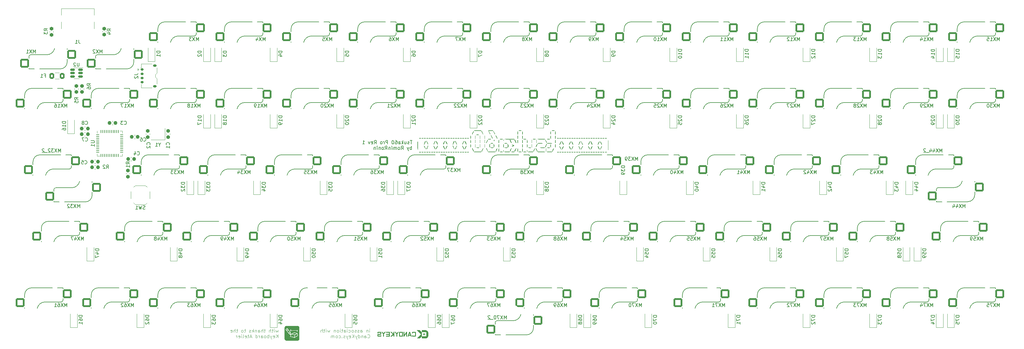
<source format=gbr>
%TF.GenerationSoftware,KiCad,Pcbnew,(6.0.8-1)-1*%
%TF.CreationDate,2024-01-21T20:58:34+01:00*%
%TF.ProjectId,tsuka60-pro,7473756b-6136-4302-9d70-726f2e6b6963,rev?*%
%TF.SameCoordinates,Original*%
%TF.FileFunction,Legend,Bot*%
%TF.FilePolarity,Positive*%
%FSLAX46Y46*%
G04 Gerber Fmt 4.6, Leading zero omitted, Abs format (unit mm)*
G04 Created by KiCad (PCBNEW (6.0.8-1)-1) date 2024-01-21 20:58:34*
%MOMM*%
%LPD*%
G01*
G04 APERTURE LIST*
G04 Aperture macros list*
%AMRoundRect*
0 Rectangle with rounded corners*
0 $1 Rounding radius*
0 $2 $3 $4 $5 $6 $7 $8 $9 X,Y pos of 4 corners*
0 Add a 4 corners polygon primitive as box body*
4,1,4,$2,$3,$4,$5,$6,$7,$8,$9,$2,$3,0*
0 Add four circle primitives for the rounded corners*
1,1,$1+$1,$2,$3*
1,1,$1+$1,$4,$5*
1,1,$1+$1,$6,$7*
1,1,$1+$1,$8,$9*
0 Add four rect primitives between the rounded corners*
20,1,$1+$1,$2,$3,$4,$5,0*
20,1,$1+$1,$4,$5,$6,$7,0*
20,1,$1+$1,$6,$7,$8,$9,0*
20,1,$1+$1,$8,$9,$2,$3,0*%
G04 Aperture macros list end*
%ADD10C,0.000000*%
%ADD11C,0.150000*%
%ADD12C,0.120000*%
%ADD13C,2.600000*%
%ADD14C,3.987800*%
%ADD15C,3.048000*%
%ADD16C,1.750000*%
%ADD17C,3.300000*%
%ADD18RoundRect,0.250000X1.025000X1.000000X-1.025000X1.000000X-1.025000X-1.000000X1.025000X-1.000000X0*%
%ADD19R,1.200000X0.900000*%
%ADD20RoundRect,0.237500X-0.237500X0.300000X-0.237500X-0.300000X0.237500X-0.300000X0.237500X0.300000X0*%
%ADD21RoundRect,0.237500X0.300000X0.237500X-0.300000X0.237500X-0.300000X-0.237500X0.300000X-0.237500X0*%
%ADD22RoundRect,0.237500X0.237500X-0.300000X0.237500X0.300000X-0.237500X0.300000X-0.237500X-0.300000X0*%
%ADD23RoundRect,0.237500X-0.300000X-0.237500X0.300000X-0.237500X0.300000X0.237500X-0.300000X0.237500X0*%
%ADD24RoundRect,0.250000X-1.025000X-1.000000X1.025000X-1.000000X1.025000X1.000000X-1.025000X1.000000X0*%
%ADD25R,1.800000X1.100000*%
%ADD26RoundRect,0.150000X0.487500X0.150000X-0.487500X0.150000X-0.487500X-0.150000X0.487500X-0.150000X0*%
%ADD27C,0.650000*%
%ADD28R,0.600000X1.450000*%
%ADD29R,0.300000X1.450000*%
%ADD30O,1.000000X1.600000*%
%ADD31O,1.000000X2.100000*%
%ADD32R,1.400000X1.200000*%
%ADD33RoundRect,0.062500X-0.062500X0.375000X-0.062500X-0.375000X0.062500X-0.375000X0.062500X0.375000X0*%
%ADD34RoundRect,0.062500X-0.375000X0.062500X-0.375000X-0.062500X0.375000X-0.062500X0.375000X0.062500X0*%
%ADD35R,5.150000X5.150000*%
%ADD36RoundRect,0.150000X-0.275000X0.150000X-0.275000X-0.150000X0.275000X-0.150000X0.275000X0.150000X0*%
%ADD37RoundRect,0.187500X-0.362500X0.187500X-0.362500X-0.187500X0.362500X-0.187500X0.362500X0.187500X0*%
%ADD38RoundRect,0.250001X0.462499X0.624999X-0.462499X0.624999X-0.462499X-0.624999X0.462499X-0.624999X0*%
G04 APERTURE END LIST*
D10*
G36*
X173353290Y-171422805D02*
G01*
X173650762Y-170956515D01*
X173953393Y-170956515D01*
X173481139Y-171698117D01*
X173481139Y-172364710D01*
X173225422Y-172364710D01*
X173225422Y-171698117D01*
X172753178Y-170956515D01*
X173055781Y-170956515D01*
X173353290Y-171422805D01*
G37*
G36*
X144114444Y-171296556D02*
G01*
X144116662Y-171296954D01*
X144127832Y-171300022D01*
X144146891Y-171304825D01*
X144171208Y-171310721D01*
X144198154Y-171317062D01*
X144261191Y-171332871D01*
X144293032Y-171341098D01*
X144319862Y-171348283D01*
X144502425Y-171398554D01*
X144565341Y-171415777D01*
X144614335Y-171429279D01*
X144634145Y-171434789D01*
X144651113Y-171439556D01*
X144665454Y-171443641D01*
X144677380Y-171447105D01*
X144687105Y-171450011D01*
X144694842Y-171452421D01*
X144700803Y-171454397D01*
X144703185Y-171455242D01*
X144705203Y-171456002D01*
X144706884Y-171456683D01*
X144708254Y-171457296D01*
X144709340Y-171457846D01*
X144710169Y-171458341D01*
X144710767Y-171458791D01*
X144711162Y-171459201D01*
X144711379Y-171459581D01*
X144711445Y-171459937D01*
X144711220Y-171460474D01*
X144710557Y-171461280D01*
X144709478Y-171462338D01*
X144708006Y-171463633D01*
X144703967Y-171466867D01*
X144698613Y-171470851D01*
X144692118Y-171475456D01*
X144684656Y-171480550D01*
X144676400Y-171486004D01*
X144667524Y-171491687D01*
X144555903Y-171563009D01*
X144460356Y-171622921D01*
X144379096Y-171672513D01*
X144343265Y-171693781D01*
X144310337Y-171712879D01*
X144213500Y-171767912D01*
X144190216Y-171762092D01*
X144185064Y-171760930D01*
X144179261Y-171759843D01*
X144172999Y-171758854D01*
X144166470Y-171757990D01*
X144159867Y-171757275D01*
X144153381Y-171756734D01*
X144147206Y-171756390D01*
X144141533Y-171756271D01*
X144135411Y-171756055D01*
X144127584Y-171755435D01*
X144118381Y-171754457D01*
X144108129Y-171753162D01*
X144097158Y-171751594D01*
X144085797Y-171749797D01*
X144074373Y-171747813D01*
X144063216Y-171745687D01*
X144035989Y-171740247D01*
X144000973Y-171733913D01*
X143962683Y-171727381D01*
X143925633Y-171721346D01*
X143823694Y-171705652D01*
X143761393Y-171695813D01*
X143740192Y-171692314D01*
X143723003Y-171689348D01*
X143692800Y-171683775D01*
X143655342Y-171675609D01*
X143607951Y-171663890D01*
X143555227Y-171649926D01*
X143501770Y-171635025D01*
X143452184Y-171620497D01*
X143411068Y-171607649D01*
X143383024Y-171597791D01*
X143375342Y-171594391D01*
X143373338Y-171593145D01*
X143372654Y-171592229D01*
X143373642Y-171591078D01*
X143376489Y-171589072D01*
X143387065Y-171582845D01*
X143402987Y-171574249D01*
X143422858Y-171563985D01*
X143468871Y-171541255D01*
X143492222Y-171530191D01*
X143513941Y-171520262D01*
X143527750Y-171514360D01*
X143545336Y-171507273D01*
X143586900Y-171491357D01*
X143628762Y-171476135D01*
X143646720Y-171469916D01*
X143661050Y-171465229D01*
X143676361Y-171459962D01*
X143696628Y-171452364D01*
X143748031Y-171431759D01*
X143807273Y-171406591D01*
X143837337Y-171393287D01*
X143866366Y-171380033D01*
X143884566Y-171371798D01*
X143903492Y-171363615D01*
X143942608Y-171347704D01*
X143981885Y-171332911D01*
X144019494Y-171319841D01*
X144053605Y-171309102D01*
X144068778Y-171304797D01*
X144082390Y-171301303D01*
X144094213Y-171298696D01*
X144104019Y-171297051D01*
X144111578Y-171296445D01*
X144114444Y-171296556D01*
G37*
G36*
X178621040Y-170956742D02*
G01*
X178630119Y-170957422D01*
X178639136Y-170958555D01*
X178648093Y-170960140D01*
X178656989Y-170962179D01*
X178665824Y-170964671D01*
X178674599Y-170967616D01*
X178683313Y-170971014D01*
X178691967Y-170974864D01*
X178700561Y-170979168D01*
X178709095Y-170983924D01*
X178717568Y-170989133D01*
X178725982Y-170994794D01*
X178734336Y-171000909D01*
X178742629Y-171007475D01*
X178750863Y-171014495D01*
X178759324Y-171022122D01*
X178767240Y-171029876D01*
X178774609Y-171037756D01*
X178781433Y-171045764D01*
X178787711Y-171053899D01*
X178793443Y-171062160D01*
X178798630Y-171070548D01*
X178803270Y-171079063D01*
X178807365Y-171087705D01*
X178810914Y-171096473D01*
X178813917Y-171105368D01*
X178816374Y-171114390D01*
X178818285Y-171123539D01*
X178819650Y-171132814D01*
X178820469Y-171142215D01*
X178820742Y-171151743D01*
X178820742Y-172169519D01*
X178820469Y-172179042D01*
X178819650Y-172188439D01*
X178818285Y-172197710D01*
X178816374Y-172206855D01*
X178813917Y-172215873D01*
X178810914Y-172224766D01*
X178807365Y-172233532D01*
X178803270Y-172242172D01*
X178798630Y-172250686D01*
X178793443Y-172259074D01*
X178787711Y-172267335D01*
X178781433Y-172275471D01*
X178774609Y-172283480D01*
X178767240Y-172291362D01*
X178759324Y-172299119D01*
X178750863Y-172306749D01*
X178742629Y-172313771D01*
X178734336Y-172320340D01*
X178725982Y-172326454D01*
X178717568Y-172332116D01*
X178709095Y-172337324D01*
X178700561Y-172342078D01*
X178691967Y-172346379D01*
X178683313Y-172350228D01*
X178674599Y-172353623D01*
X178665824Y-172356565D01*
X178656989Y-172359054D01*
X178648093Y-172361090D01*
X178639136Y-172362674D01*
X178630119Y-172363805D01*
X178621040Y-172364484D01*
X178611901Y-172364710D01*
X177933391Y-172364710D01*
X177924485Y-172364484D01*
X177915674Y-172363805D01*
X177906957Y-172362674D01*
X177898334Y-172361090D01*
X177889804Y-172359054D01*
X177881368Y-172356565D01*
X177873025Y-172353623D01*
X177864774Y-172350228D01*
X177856617Y-172346379D01*
X177848552Y-172342078D01*
X177840580Y-172337324D01*
X177832700Y-172332116D01*
X177824911Y-172326454D01*
X177817215Y-172320340D01*
X177809610Y-172313771D01*
X177802096Y-172306749D01*
X177794567Y-172299322D01*
X177787524Y-172291742D01*
X177780965Y-172284009D01*
X177774892Y-172276122D01*
X177769305Y-172268082D01*
X177764203Y-172259888D01*
X177759587Y-172251541D01*
X177755456Y-172243041D01*
X177751812Y-172234387D01*
X177748653Y-172225580D01*
X177745979Y-172216619D01*
X177743792Y-172207506D01*
X177742091Y-172198239D01*
X177740876Y-172188819D01*
X177740146Y-172179245D01*
X177739903Y-172169519D01*
X177739903Y-171954696D01*
X177995612Y-171954696D01*
X177995612Y-172052736D01*
X177995688Y-172055586D01*
X177995918Y-172058384D01*
X177996301Y-172061128D01*
X177996837Y-172063820D01*
X177997527Y-172066458D01*
X177998369Y-172069042D01*
X177999365Y-172071574D01*
X178000514Y-172074052D01*
X178001816Y-172076476D01*
X178003271Y-172078847D01*
X178004879Y-172081165D01*
X178006640Y-172083428D01*
X178008555Y-172085638D01*
X178010622Y-172087794D01*
X178012842Y-172089896D01*
X178015216Y-172091944D01*
X178017702Y-172094008D01*
X178020255Y-172095940D01*
X178022873Y-172097738D01*
X178025558Y-172099403D01*
X178028309Y-172100935D01*
X178031126Y-172102335D01*
X178034010Y-172103601D01*
X178036959Y-172104734D01*
X178039976Y-172105734D01*
X178043058Y-172106601D01*
X178046207Y-172107334D01*
X178049423Y-172107934D01*
X178052706Y-172108401D01*
X178056055Y-172108735D01*
X178059471Y-172108935D01*
X178062953Y-172109002D01*
X178498554Y-172109002D01*
X178501933Y-172108935D01*
X178505251Y-172108735D01*
X178508511Y-172108401D01*
X178511710Y-172107934D01*
X178514849Y-172107334D01*
X178517929Y-172106601D01*
X178520949Y-172105734D01*
X178523909Y-172104734D01*
X178526809Y-172103601D01*
X178529649Y-172102335D01*
X178532430Y-172100935D01*
X178535150Y-172099403D01*
X178537810Y-172097738D01*
X178540410Y-172095940D01*
X178542950Y-172094008D01*
X178545430Y-172091944D01*
X178547804Y-172089896D01*
X178550024Y-172087794D01*
X178552091Y-172085638D01*
X178554004Y-172083428D01*
X178555765Y-172081165D01*
X178557372Y-172078847D01*
X178558826Y-172076476D01*
X178560128Y-172074052D01*
X178561276Y-172071574D01*
X178562270Y-172069042D01*
X178563112Y-172066458D01*
X178563801Y-172063820D01*
X178564336Y-172061128D01*
X178564719Y-172058384D01*
X178564949Y-172055586D01*
X178565025Y-172052736D01*
X178565025Y-171268499D01*
X178564949Y-171265648D01*
X178564719Y-171262851D01*
X178564336Y-171260108D01*
X178563801Y-171257417D01*
X178563112Y-171254780D01*
X178562270Y-171252196D01*
X178561276Y-171249666D01*
X178560128Y-171247188D01*
X178558826Y-171244764D01*
X178557372Y-171242393D01*
X178555765Y-171240075D01*
X178554004Y-171237810D01*
X178552091Y-171235598D01*
X178550024Y-171233439D01*
X178547804Y-171231334D01*
X178545430Y-171229281D01*
X178542950Y-171227217D01*
X178540410Y-171225287D01*
X178537810Y-171223491D01*
X178535150Y-171221828D01*
X178532430Y-171220298D01*
X178529649Y-171218902D01*
X178526809Y-171217639D01*
X178523909Y-171216510D01*
X178520949Y-171215513D01*
X178517929Y-171214650D01*
X178514849Y-171213919D01*
X178511710Y-171213322D01*
X178508511Y-171212857D01*
X178505251Y-171212525D01*
X178501933Y-171212326D01*
X178498554Y-171212260D01*
X178062953Y-171212260D01*
X178059471Y-171212326D01*
X178056055Y-171212525D01*
X178052706Y-171212857D01*
X178049423Y-171213322D01*
X178046207Y-171213919D01*
X178043058Y-171214650D01*
X178039976Y-171215513D01*
X178036959Y-171216510D01*
X178034010Y-171217639D01*
X178031126Y-171218902D01*
X178028309Y-171220298D01*
X178025558Y-171221828D01*
X178022873Y-171223491D01*
X178020255Y-171225287D01*
X178017702Y-171227217D01*
X178015216Y-171229281D01*
X178012842Y-171231334D01*
X178010622Y-171233439D01*
X178008555Y-171235598D01*
X178006640Y-171237810D01*
X178004879Y-171240075D01*
X178003271Y-171242393D01*
X178001816Y-171244764D01*
X178000514Y-171247188D01*
X177999365Y-171249666D01*
X177998369Y-171252196D01*
X177997527Y-171254780D01*
X177996837Y-171257417D01*
X177996301Y-171260108D01*
X177995918Y-171262851D01*
X177995688Y-171265648D01*
X177995612Y-171268499D01*
X177995612Y-171365696D01*
X177739903Y-171365696D01*
X177739903Y-171151743D01*
X177740146Y-171142017D01*
X177740876Y-171132443D01*
X177742091Y-171123023D01*
X177743792Y-171113756D01*
X177745979Y-171104642D01*
X177748653Y-171095681D01*
X177751812Y-171086874D01*
X177755456Y-171078219D01*
X177759587Y-171069718D01*
X177764203Y-171061370D01*
X177769305Y-171053174D01*
X177774892Y-171045132D01*
X177780965Y-171037243D01*
X177787524Y-171029508D01*
X177794567Y-171021925D01*
X177802096Y-171014495D01*
X177809610Y-171007475D01*
X177817215Y-171000909D01*
X177824911Y-170994794D01*
X177832700Y-170989133D01*
X177840580Y-170983924D01*
X177848552Y-170979168D01*
X177856617Y-170974864D01*
X177864774Y-170971014D01*
X177873025Y-170967616D01*
X177881368Y-170964671D01*
X177889804Y-170962179D01*
X177898334Y-170960140D01*
X177906957Y-170958555D01*
X177915674Y-170957422D01*
X177924485Y-170956742D01*
X177933391Y-170956515D01*
X178611901Y-170956515D01*
X178621040Y-170956742D01*
G37*
G36*
X145525680Y-173010896D02*
G01*
X145523657Y-173037500D01*
X145520326Y-173063718D01*
X145515719Y-173089516D01*
X145509869Y-173114862D01*
X145502810Y-173139721D01*
X145494573Y-173164063D01*
X145485193Y-173187853D01*
X145474702Y-173211059D01*
X145463133Y-173233647D01*
X145450519Y-173255585D01*
X145436892Y-173276841D01*
X145422287Y-173297380D01*
X145406734Y-173317170D01*
X145390269Y-173336179D01*
X145372923Y-173354373D01*
X145354729Y-173371719D01*
X145335720Y-173388185D01*
X145315930Y-173403737D01*
X145295391Y-173418343D01*
X145274135Y-173431969D01*
X145252197Y-173444583D01*
X145229609Y-173456152D01*
X145206403Y-173466643D01*
X145182613Y-173476024D01*
X145158271Y-173484260D01*
X145133412Y-173491319D01*
X145108066Y-173497169D01*
X145082268Y-173501776D01*
X145056050Y-173505107D01*
X145029446Y-173507130D01*
X145002487Y-173507812D01*
X141816904Y-173507812D01*
X141789945Y-173507130D01*
X141763341Y-173505107D01*
X141737123Y-173501776D01*
X141711325Y-173497169D01*
X141685979Y-173491319D01*
X141661120Y-173484260D01*
X141636778Y-173476024D01*
X141612988Y-173466643D01*
X141589782Y-173456152D01*
X141567194Y-173444583D01*
X141545256Y-173431969D01*
X141524000Y-173418343D01*
X141503461Y-173403737D01*
X141483671Y-173388185D01*
X141464662Y-173371719D01*
X141446468Y-173354373D01*
X141429122Y-173336179D01*
X141412656Y-173317170D01*
X141397104Y-173297380D01*
X141382498Y-173276841D01*
X141368872Y-173255585D01*
X141356258Y-173233647D01*
X141344689Y-173211059D01*
X141334198Y-173187853D01*
X141324817Y-173164063D01*
X141316581Y-173139721D01*
X141309522Y-173114862D01*
X141303672Y-173089516D01*
X141299065Y-173063718D01*
X141295734Y-173037500D01*
X141293711Y-173010896D01*
X141293029Y-172983937D01*
X141293029Y-170450055D01*
X141605997Y-170450055D01*
X141606051Y-170455907D01*
X141606236Y-170461047D01*
X141606380Y-170463379D01*
X141606560Y-170465567D01*
X141606777Y-170467624D01*
X141607033Y-170469561D01*
X141607328Y-170471389D01*
X141607664Y-170473119D01*
X141608041Y-170474764D01*
X141608462Y-170476335D01*
X141608927Y-170477843D01*
X141609437Y-170479301D01*
X141609994Y-170480718D01*
X141610598Y-170482108D01*
X141611252Y-170483481D01*
X141611955Y-170484850D01*
X141613516Y-170487618D01*
X141615291Y-170490504D01*
X141618290Y-170494825D01*
X141621521Y-170498853D01*
X141624970Y-170502580D01*
X141628619Y-170505999D01*
X141632455Y-170509101D01*
X141636462Y-170511880D01*
X141640623Y-170514326D01*
X141644924Y-170516433D01*
X141649349Y-170518193D01*
X141653883Y-170519598D01*
X141658510Y-170520640D01*
X141663214Y-170521312D01*
X141667980Y-170521605D01*
X141672792Y-170521512D01*
X141677636Y-170521026D01*
X141682495Y-170520138D01*
X141698503Y-170517227D01*
X141701636Y-170516686D01*
X141704224Y-170516268D01*
X141706167Y-170515999D01*
X141706866Y-170515929D01*
X141707366Y-170515904D01*
X141707622Y-170515882D01*
X141707892Y-170515915D01*
X141708176Y-170516000D01*
X141708474Y-170516137D01*
X141709105Y-170516559D01*
X141709780Y-170517169D01*
X141710492Y-170517956D01*
X141711236Y-170518909D01*
X141712003Y-170520014D01*
X141712790Y-170521262D01*
X141713589Y-170522640D01*
X141714394Y-170524136D01*
X141715199Y-170525740D01*
X141715998Y-170527438D01*
X141716784Y-170529221D01*
X141717552Y-170531075D01*
X141718295Y-170532990D01*
X141719008Y-170534954D01*
X141720420Y-170538751D01*
X141722320Y-170542852D01*
X141724774Y-170547342D01*
X141727846Y-170552301D01*
X141736114Y-170563957D01*
X141747649Y-170578478D01*
X141762979Y-170596522D01*
X141782632Y-170618744D01*
X141807133Y-170645804D01*
X141837012Y-170678358D01*
X141847650Y-170689756D01*
X141858716Y-170701873D01*
X141869894Y-170714338D01*
X141880867Y-170726777D01*
X141891319Y-170738820D01*
X141900934Y-170750094D01*
X141909395Y-170760226D01*
X141916387Y-170768846D01*
X141950143Y-170811702D01*
X141979565Y-170848667D01*
X142005228Y-170880448D01*
X142027711Y-170907752D01*
X142047588Y-170931286D01*
X142065438Y-170951756D01*
X142081837Y-170969869D01*
X142097362Y-170986333D01*
X142107160Y-170996640D01*
X142117305Y-171007864D01*
X142127500Y-171019634D01*
X142137447Y-171031577D01*
X142146848Y-171043322D01*
X142155405Y-171054497D01*
X142162822Y-171064729D01*
X142168800Y-171073646D01*
X142180437Y-171091510D01*
X142192744Y-171109406D01*
X142205746Y-171127364D01*
X142219467Y-171145414D01*
X142233933Y-171163589D01*
X142249167Y-171181918D01*
X142265195Y-171200434D01*
X142282041Y-171219167D01*
X142290686Y-171228931D01*
X142299682Y-171239662D01*
X142308919Y-171251195D01*
X142318289Y-171263369D01*
X142336996Y-171288986D01*
X142354934Y-171315210D01*
X142371235Y-171340741D01*
X142378500Y-171352838D01*
X142385030Y-171364274D01*
X142390717Y-171374885D01*
X142395452Y-171384509D01*
X142399127Y-171392982D01*
X142401633Y-171400142D01*
X142403777Y-171406435D01*
X142406435Y-171412807D01*
X142409598Y-171419250D01*
X142413258Y-171425757D01*
X142417409Y-171432319D01*
X142422041Y-171438930D01*
X142427148Y-171445581D01*
X142432722Y-171452265D01*
X142438754Y-171458973D01*
X142445238Y-171465698D01*
X142452165Y-171472433D01*
X142459527Y-171479169D01*
X142467318Y-171485899D01*
X142475528Y-171492616D01*
X142484151Y-171499310D01*
X142493179Y-171505975D01*
X142515773Y-171522489D01*
X142539886Y-171540751D01*
X142564905Y-171560279D01*
X142590215Y-171580587D01*
X142615202Y-171601194D01*
X142639254Y-171621614D01*
X142661755Y-171641365D01*
X142682091Y-171659962D01*
X142694091Y-171670809D01*
X142708434Y-171682940D01*
X142724786Y-171696100D01*
X142742813Y-171710035D01*
X142762180Y-171724491D01*
X142782550Y-171739213D01*
X142803591Y-171753948D01*
X142824966Y-171768442D01*
X142844677Y-171781725D01*
X142864183Y-171795140D01*
X142882981Y-171808318D01*
X142900571Y-171820895D01*
X142916449Y-171832505D01*
X142930114Y-171842781D01*
X142941062Y-171851358D01*
X142948792Y-171857871D01*
X142951808Y-171860535D01*
X142954889Y-171863158D01*
X142958014Y-171865726D01*
X142961161Y-171868222D01*
X142964307Y-171870632D01*
X142967432Y-171872939D01*
X142970514Y-171875129D01*
X142973530Y-171877185D01*
X142976460Y-171879093D01*
X142979281Y-171880836D01*
X142981971Y-171882399D01*
X142984510Y-171883767D01*
X142986875Y-171884924D01*
X142989045Y-171885854D01*
X142990998Y-171886543D01*
X142992712Y-171886975D01*
X142998985Y-171888073D01*
X143001408Y-171888720D01*
X143003304Y-171889712D01*
X143004632Y-171891258D01*
X143005353Y-171893570D01*
X143005428Y-171896857D01*
X143004817Y-171901329D01*
X143003480Y-171907196D01*
X143001378Y-171914668D01*
X142994721Y-171935270D01*
X142970487Y-172004979D01*
X142963671Y-172024575D01*
X142956836Y-172044865D01*
X142943830Y-172085148D01*
X142932908Y-172121065D01*
X142928678Y-172135898D01*
X142925508Y-172147854D01*
X142922548Y-172158761D01*
X142919290Y-172170220D01*
X142915834Y-172181889D01*
X142912279Y-172193429D01*
X142908724Y-172204497D01*
X142905267Y-172214752D01*
X142902010Y-172223855D01*
X142899050Y-172231462D01*
X142893543Y-172245466D01*
X142888729Y-172258537D01*
X142884606Y-172270720D01*
X142881174Y-172282064D01*
X142878430Y-172292614D01*
X142877315Y-172297605D01*
X142876372Y-172302416D01*
X142875600Y-172307052D01*
X142875000Y-172311518D01*
X142874570Y-172315821D01*
X142874311Y-172319965D01*
X142874223Y-172323958D01*
X142874305Y-172327805D01*
X142874557Y-172331512D01*
X142874979Y-172335084D01*
X142875571Y-172338527D01*
X142876332Y-172341848D01*
X142877263Y-172345051D01*
X142878363Y-172348144D01*
X142879631Y-172351130D01*
X142881069Y-172354018D01*
X142882675Y-172356811D01*
X142884450Y-172359517D01*
X142886393Y-172362140D01*
X142888504Y-172364687D01*
X142890783Y-172367163D01*
X142893229Y-172369575D01*
X142899023Y-172374006D01*
X142907035Y-172378559D01*
X142917202Y-172383219D01*
X142929460Y-172387972D01*
X142959997Y-172397694D01*
X142998136Y-172407609D01*
X143043370Y-172417598D01*
X143095189Y-172427543D01*
X143153085Y-172437328D01*
X143216550Y-172446833D01*
X143228863Y-172448606D01*
X143241735Y-172450694D01*
X143254780Y-172453019D01*
X143267614Y-172455498D01*
X143279853Y-172458052D01*
X143291113Y-172460600D01*
X143301008Y-172463061D01*
X143309154Y-172465354D01*
X143318358Y-172467912D01*
X143331296Y-172471133D01*
X143366039Y-172479046D01*
X143408720Y-172488050D01*
X143454675Y-172497104D01*
X143606587Y-172526994D01*
X143666745Y-172539455D01*
X143719060Y-172550881D01*
X143765545Y-172561736D01*
X143808216Y-172572486D01*
X143849089Y-172583595D01*
X143890179Y-172595529D01*
X143920307Y-172604616D01*
X143944079Y-172611966D01*
X143953983Y-172615145D01*
X143962779Y-172618076D01*
X143970628Y-172620821D01*
X143977690Y-172623443D01*
X143984125Y-172626002D01*
X143990095Y-172628561D01*
X143995760Y-172631182D01*
X144001279Y-172633927D01*
X144006814Y-172636858D01*
X144012525Y-172640037D01*
X144025116Y-172647387D01*
X144027842Y-172648949D01*
X144030648Y-172650455D01*
X144033516Y-172651899D01*
X144036427Y-172653274D01*
X144039363Y-172654575D01*
X144042306Y-172655796D01*
X144045236Y-172656930D01*
X144048135Y-172657971D01*
X144050984Y-172658912D01*
X144053766Y-172659748D01*
X144056460Y-172660473D01*
X144059049Y-172661079D01*
X144061514Y-172661562D01*
X144063836Y-172661915D01*
X144065998Y-172662131D01*
X144067979Y-172662204D01*
X144069886Y-172662167D01*
X144071834Y-172662058D01*
X144075830Y-172661635D01*
X144079918Y-172660955D01*
X144084052Y-172660038D01*
X144088187Y-172658903D01*
X144092275Y-172657572D01*
X144096270Y-172656063D01*
X144100126Y-172654399D01*
X144103795Y-172652597D01*
X144107232Y-172650680D01*
X144110390Y-172648666D01*
X144111850Y-172647630D01*
X144113223Y-172646577D01*
X144114502Y-172645510D01*
X144115683Y-172644432D01*
X144116759Y-172643344D01*
X144117725Y-172642251D01*
X144118574Y-172641153D01*
X144119301Y-172640054D01*
X144119901Y-172638957D01*
X144120366Y-172637862D01*
X144120840Y-172636826D01*
X144121479Y-172635900D01*
X144122300Y-172635080D01*
X144123318Y-172634365D01*
X144124550Y-172633752D01*
X144126012Y-172633239D01*
X144127721Y-172632824D01*
X144129693Y-172632504D01*
X144131944Y-172632278D01*
X144134489Y-172632142D01*
X144137347Y-172632094D01*
X144140533Y-172632132D01*
X144147952Y-172632458D01*
X144156879Y-172633100D01*
X144190216Y-172635745D01*
X144248425Y-172597646D01*
X144296369Y-172566197D01*
X144341070Y-172537453D01*
X144383254Y-172510990D01*
X144423645Y-172486388D01*
X144462970Y-172463225D01*
X144501953Y-172441078D01*
X144541321Y-172419527D01*
X144581800Y-172398150D01*
X144661729Y-172356155D01*
X144731884Y-172318576D01*
X144793805Y-172284668D01*
X144849029Y-172253687D01*
X144962800Y-172190187D01*
X144988974Y-172175607D01*
X145012425Y-172162346D01*
X145033298Y-172150285D01*
X145051733Y-172139304D01*
X145067873Y-172129285D01*
X145075128Y-172124599D01*
X145081862Y-172120108D01*
X145088094Y-172115797D01*
X145093842Y-172111653D01*
X145099123Y-172107659D01*
X145103955Y-172103801D01*
X145108356Y-172100063D01*
X145112344Y-172096432D01*
X145115937Y-172092892D01*
X145119152Y-172089428D01*
X145122007Y-172086026D01*
X145124521Y-172082669D01*
X145126711Y-172079344D01*
X145128594Y-172076036D01*
X145130189Y-172072729D01*
X145131514Y-172069409D01*
X145132586Y-172066060D01*
X145133423Y-172062668D01*
X145134043Y-172059218D01*
X145134463Y-172055695D01*
X145134703Y-172052084D01*
X145134779Y-172048371D01*
X145134704Y-172044934D01*
X145134478Y-172041564D01*
X145134099Y-172038253D01*
X145133563Y-172034993D01*
X145132870Y-172031776D01*
X145132016Y-172028595D01*
X145130999Y-172025442D01*
X145129818Y-172022309D01*
X145128469Y-172019189D01*
X145126950Y-172016073D01*
X145125259Y-172012954D01*
X145123393Y-172009824D01*
X145121351Y-172006676D01*
X145119130Y-172003501D01*
X145116728Y-172000292D01*
X145114141Y-171997041D01*
X145112396Y-171994542D01*
X145110545Y-171991062D01*
X145108607Y-171986676D01*
X145106601Y-171981456D01*
X145102458Y-171968811D01*
X145098266Y-171953716D01*
X145094173Y-171936761D01*
X145090329Y-171918535D01*
X145086881Y-171899626D01*
X145083979Y-171880625D01*
X145083019Y-171874683D01*
X145081755Y-171868115D01*
X145080230Y-171861137D01*
X145078489Y-171853968D01*
X145076573Y-171846823D01*
X145074528Y-171839920D01*
X145072396Y-171833476D01*
X145070220Y-171827708D01*
X145068102Y-171821405D01*
X145065772Y-171813793D01*
X145063318Y-171805151D01*
X145060828Y-171795760D01*
X145058386Y-171785897D01*
X145056082Y-171775841D01*
X145054000Y-171765873D01*
X145052229Y-171756271D01*
X145050208Y-171746388D01*
X145047772Y-171735253D01*
X145041976Y-171710762D01*
X145038777Y-171698176D01*
X145035486Y-171685875D01*
X145032181Y-171674243D01*
X145028945Y-171663666D01*
X145021752Y-171640276D01*
X145013467Y-171611477D01*
X144997195Y-171552541D01*
X144992444Y-171533249D01*
X144990509Y-171525072D01*
X144988853Y-171517757D01*
X144987467Y-171511214D01*
X144986340Y-171505354D01*
X144985463Y-171500087D01*
X144984826Y-171495325D01*
X144984418Y-171490979D01*
X144984230Y-171486959D01*
X144984251Y-171483176D01*
X144984471Y-171479541D01*
X144984880Y-171475965D01*
X144985468Y-171472359D01*
X144986225Y-171468634D01*
X144987141Y-171464700D01*
X144988572Y-171458832D01*
X144989680Y-171453307D01*
X144990453Y-171448081D01*
X144990878Y-171443111D01*
X144990957Y-171440709D01*
X144990945Y-171438356D01*
X144990839Y-171436045D01*
X144990639Y-171433771D01*
X144990342Y-171431530D01*
X144989948Y-171429316D01*
X144989455Y-171427123D01*
X144988861Y-171424946D01*
X144988165Y-171422780D01*
X144987364Y-171420620D01*
X144986459Y-171418460D01*
X144985446Y-171416294D01*
X144984325Y-171414119D01*
X144983094Y-171411927D01*
X144980295Y-171407475D01*
X144977037Y-171402896D01*
X144973308Y-171398148D01*
X144969096Y-171393187D01*
X144964387Y-171387971D01*
X144958850Y-171382054D01*
X144953678Y-171376778D01*
X144948762Y-171372103D01*
X144943998Y-171367986D01*
X144939276Y-171364387D01*
X144934491Y-171361265D01*
X144929536Y-171358579D01*
X144924303Y-171356287D01*
X144918685Y-171354348D01*
X144912576Y-171352722D01*
X144905869Y-171351367D01*
X144898456Y-171350243D01*
X144890231Y-171349307D01*
X144881087Y-171348520D01*
X144859612Y-171347225D01*
X144842339Y-171346033D01*
X144825704Y-171344240D01*
X144808313Y-171341541D01*
X144788770Y-171337634D01*
X144765680Y-171332213D01*
X144737647Y-171324975D01*
X144661175Y-171303833D01*
X144535827Y-171268638D01*
X144425356Y-171238076D01*
X144329855Y-171212164D01*
X144249417Y-171190922D01*
X144184134Y-171174368D01*
X144134100Y-171162521D01*
X144099407Y-171155399D01*
X144087843Y-171153616D01*
X144080150Y-171153021D01*
X144078274Y-171153088D01*
X144076230Y-171153285D01*
X144074038Y-171153607D01*
X144071716Y-171154046D01*
X144069282Y-171154597D01*
X144066755Y-171155253D01*
X144064154Y-171156009D01*
X144061496Y-171156857D01*
X144058802Y-171157793D01*
X144056089Y-171158809D01*
X144053376Y-171159899D01*
X144050682Y-171161057D01*
X144048024Y-171162278D01*
X144045423Y-171163555D01*
X144042896Y-171164881D01*
X144040462Y-171166250D01*
X144034783Y-171169107D01*
X144027473Y-171172435D01*
X144018835Y-171176110D01*
X144009175Y-171180008D01*
X143998795Y-171184006D01*
X143988000Y-171187979D01*
X143977093Y-171191803D01*
X143966379Y-171195354D01*
X143954560Y-171199165D01*
X143940491Y-171204110D01*
X143924697Y-171209986D01*
X143907707Y-171216587D01*
X143890047Y-171223709D01*
X143872245Y-171231147D01*
X143854827Y-171238697D01*
X143838320Y-171246154D01*
X143799651Y-171263492D01*
X143764907Y-171278789D01*
X143733350Y-171292337D01*
X143704243Y-171304428D01*
X143676847Y-171315354D01*
X143650425Y-171325405D01*
X143624238Y-171334873D01*
X143597550Y-171344050D01*
X143566655Y-171354707D01*
X143538018Y-171365109D01*
X143510671Y-171375648D01*
X143483646Y-171386714D01*
X143455977Y-171398698D01*
X143426695Y-171411990D01*
X143394833Y-171426981D01*
X143359425Y-171444062D01*
X143341480Y-171452704D01*
X143322929Y-171461401D01*
X143304302Y-171469912D01*
X143286135Y-171477995D01*
X143268960Y-171485409D01*
X143253310Y-171491911D01*
X143239719Y-171497259D01*
X143228720Y-171501212D01*
X143214015Y-171506329D01*
X143200800Y-171511217D01*
X143188987Y-171515956D01*
X143178491Y-171520626D01*
X143173710Y-171522961D01*
X143169226Y-171525309D01*
X143165028Y-171527680D01*
X143161106Y-171530085D01*
X143157448Y-171532533D01*
X143154045Y-171535035D01*
X143150884Y-171537600D01*
X143147956Y-171540238D01*
X143145250Y-171542961D01*
X143142755Y-171545777D01*
X143140460Y-171548697D01*
X143138354Y-171551731D01*
X143136427Y-171554889D01*
X143134668Y-171558181D01*
X143133066Y-171561618D01*
X143131610Y-171565208D01*
X143130290Y-171568963D01*
X143129095Y-171572893D01*
X143128014Y-171577007D01*
X143127037Y-171581315D01*
X143125349Y-171590556D01*
X143123945Y-171600696D01*
X143122430Y-171610375D01*
X143120258Y-171620779D01*
X143117416Y-171631940D01*
X143113891Y-171643889D01*
X143109672Y-171656656D01*
X143104747Y-171670273D01*
X143099101Y-171684770D01*
X143092724Y-171700179D01*
X143087437Y-171712808D01*
X143082373Y-171724711D01*
X143077656Y-171735609D01*
X143073410Y-171745224D01*
X143069760Y-171753277D01*
X143066829Y-171759487D01*
X143064741Y-171763577D01*
X143064052Y-171764739D01*
X143063621Y-171765267D01*
X143063466Y-171765383D01*
X143063299Y-171765436D01*
X143063120Y-171765427D01*
X143062931Y-171765357D01*
X143062522Y-171765043D01*
X143062074Y-171764506D01*
X143061593Y-171763758D01*
X143061081Y-171762811D01*
X143060543Y-171761678D01*
X143059983Y-171760372D01*
X143058809Y-171757288D01*
X143057593Y-171753658D01*
X143056364Y-171749582D01*
X143055154Y-171745158D01*
X143052268Y-171734037D01*
X143048738Y-171720883D01*
X143041925Y-171695416D01*
X143040446Y-171688611D01*
X143038824Y-171679566D01*
X143037116Y-171668674D01*
X143035376Y-171656324D01*
X143033662Y-171642908D01*
X143032028Y-171628816D01*
X143030530Y-171614439D01*
X143029225Y-171600167D01*
X143023007Y-171531714D01*
X143017186Y-171472439D01*
X143011961Y-171424773D01*
X143009633Y-171406052D01*
X143007529Y-171391146D01*
X143003769Y-171365334D01*
X143000468Y-171338146D01*
X142997688Y-171310537D01*
X142995490Y-171283460D01*
X142993938Y-171257872D01*
X142993092Y-171234727D01*
X142993016Y-171214981D01*
X142993285Y-171206680D01*
X142993770Y-171199587D01*
X142994346Y-171192336D01*
X142994681Y-171185453D01*
X142994769Y-171178923D01*
X142994605Y-171172732D01*
X142994184Y-171166863D01*
X142993501Y-171161301D01*
X142992549Y-171156031D01*
X142991970Y-171153500D01*
X142991323Y-171151036D01*
X142990606Y-171148638D01*
X142989818Y-171146302D01*
X142988960Y-171144028D01*
X142988029Y-171141813D01*
X142987026Y-171139656D01*
X142985950Y-171137553D01*
X142984800Y-171135505D01*
X142983576Y-171133508D01*
X142982276Y-171131560D01*
X142980900Y-171129660D01*
X142979448Y-171127806D01*
X142977919Y-171125996D01*
X142976312Y-171124228D01*
X142974626Y-171122499D01*
X142971016Y-171119154D01*
X142969845Y-171118009D01*
X142968716Y-171116761D01*
X142967633Y-171115423D01*
X142966601Y-171114003D01*
X142965625Y-171112512D01*
X142964710Y-171110959D01*
X142963859Y-171109356D01*
X142963079Y-171107711D01*
X142962373Y-171106035D01*
X142961746Y-171104338D01*
X142961202Y-171102631D01*
X142960747Y-171100923D01*
X142960385Y-171099224D01*
X142960121Y-171097544D01*
X142959959Y-171095894D01*
X142959904Y-171094283D01*
X142959879Y-171092741D01*
X142959807Y-171091102D01*
X142959523Y-171087586D01*
X142959067Y-171083847D01*
X142958449Y-171079996D01*
X142957682Y-171076145D01*
X142957246Y-171074254D01*
X142956778Y-171072406D01*
X142956279Y-171070613D01*
X142955751Y-171068889D01*
X142955195Y-171067250D01*
X142954612Y-171065708D01*
X142952877Y-171061606D01*
X142950479Y-171056880D01*
X142947463Y-171051586D01*
X142943872Y-171045782D01*
X142939751Y-171039525D01*
X142935143Y-171032873D01*
X142924648Y-171018612D01*
X142912739Y-171003459D01*
X142899769Y-170987871D01*
X142886092Y-170972308D01*
X142872062Y-170957229D01*
X142855286Y-170938725D01*
X142834491Y-170914565D01*
X142811117Y-170886536D01*
X142801619Y-170874869D01*
X142935355Y-170874869D01*
X142935412Y-170884610D01*
X142935563Y-170889139D01*
X142935799Y-170893453D01*
X142936120Y-170897562D01*
X142936529Y-170901473D01*
X142937026Y-170905198D01*
X142937613Y-170908744D01*
X142938291Y-170912121D01*
X142939062Y-170915339D01*
X142939928Y-170918406D01*
X142940890Y-170921332D01*
X142941949Y-170924125D01*
X142943106Y-170926795D01*
X142944364Y-170929352D01*
X142945724Y-170931804D01*
X142947186Y-170934161D01*
X142948753Y-170936432D01*
X142950426Y-170938626D01*
X142952207Y-170940752D01*
X142954096Y-170942819D01*
X142956096Y-170944837D01*
X142958208Y-170946815D01*
X142960433Y-170948762D01*
X142963225Y-170950946D01*
X142966136Y-170952932D01*
X142969158Y-170954725D01*
X142972278Y-170956325D01*
X142975487Y-170957735D01*
X142978775Y-170958956D01*
X142982130Y-170959991D01*
X142985543Y-170960842D01*
X142989004Y-170961511D01*
X142992501Y-170962000D01*
X142996025Y-170962311D01*
X142999565Y-170962445D01*
X143003111Y-170962406D01*
X143006653Y-170962195D01*
X143010179Y-170961813D01*
X143013680Y-170961264D01*
X143017146Y-170960549D01*
X143020565Y-170959670D01*
X143023928Y-170958629D01*
X143027225Y-170957429D01*
X143030444Y-170956070D01*
X143033576Y-170954556D01*
X143036609Y-170952889D01*
X143039535Y-170951069D01*
X143042342Y-170949100D01*
X143045020Y-170946984D01*
X143047559Y-170944722D01*
X143049948Y-170942316D01*
X143052177Y-170939769D01*
X143054235Y-170937083D01*
X143056113Y-170934259D01*
X143057800Y-170931300D01*
X143058698Y-170929214D01*
X143059606Y-170926547D01*
X143061438Y-170919567D01*
X143063269Y-170910566D01*
X143065075Y-170899748D01*
X143066832Y-170887318D01*
X143068515Y-170873480D01*
X143070098Y-170858439D01*
X143071558Y-170842400D01*
X143076651Y-170778371D01*
X143080554Y-170727042D01*
X143084258Y-170684708D01*
X143116008Y-170678887D01*
X143207594Y-170673056D01*
X143394573Y-170668354D01*
X143930461Y-170662880D01*
X144475181Y-170663558D01*
X144673197Y-170666545D01*
X144780237Y-170671479D01*
X144792496Y-170672958D01*
X144804091Y-170674580D01*
X144814756Y-170676288D01*
X144824224Y-170678027D01*
X144828426Y-170678891D01*
X144832229Y-170679742D01*
X144835599Y-170680573D01*
X144838503Y-170681376D01*
X144840908Y-170682145D01*
X144842781Y-170682874D01*
X144844088Y-170683554D01*
X144844518Y-170683874D01*
X144844795Y-170684179D01*
X144845192Y-170685195D01*
X144845585Y-170687021D01*
X144846350Y-170692927D01*
X144847065Y-170701536D01*
X144847706Y-170712489D01*
X144848247Y-170725427D01*
X144848665Y-170739989D01*
X144848934Y-170755817D01*
X144849029Y-170772550D01*
X144849163Y-170795916D01*
X144849607Y-170816504D01*
X144850424Y-170835058D01*
X144851674Y-170852322D01*
X144853421Y-170869040D01*
X144855726Y-170885957D01*
X144858651Y-170903816D01*
X144862258Y-170923362D01*
X144865121Y-170937442D01*
X144868095Y-170951268D01*
X144871094Y-170964485D01*
X144874032Y-170976742D01*
X144876820Y-170987684D01*
X144879373Y-170996958D01*
X144881603Y-171004210D01*
X144882571Y-171006968D01*
X144883424Y-171009087D01*
X144885404Y-171012829D01*
X144887749Y-171016498D01*
X144890429Y-171020070D01*
X144893412Y-171023524D01*
X144896669Y-171026834D01*
X144900168Y-171029979D01*
X144903877Y-171032935D01*
X144907766Y-171035678D01*
X144911804Y-171038186D01*
X144915960Y-171040434D01*
X144920203Y-171042401D01*
X144924501Y-171044062D01*
X144928824Y-171045394D01*
X144933141Y-171046375D01*
X144937421Y-171046980D01*
X144939537Y-171047135D01*
X144941633Y-171047187D01*
X144944942Y-171047087D01*
X144948218Y-171046791D01*
X144951457Y-171046304D01*
X144954654Y-171045632D01*
X144957804Y-171044779D01*
X144960903Y-171043751D01*
X144963944Y-171042554D01*
X144966925Y-171041193D01*
X144969840Y-171039672D01*
X144972685Y-171037999D01*
X144975453Y-171036176D01*
X144978142Y-171034211D01*
X144980746Y-171032109D01*
X144983260Y-171029874D01*
X144985680Y-171027512D01*
X144988001Y-171025028D01*
X144990218Y-171022429D01*
X144992326Y-171019718D01*
X144994321Y-171016902D01*
X144996198Y-171013985D01*
X144997952Y-171010974D01*
X144999578Y-171007872D01*
X145001072Y-171004687D01*
X145002429Y-171001423D01*
X145003644Y-170998085D01*
X145004713Y-170994678D01*
X145005630Y-170991209D01*
X145006391Y-170987682D01*
X145006991Y-170984102D01*
X145007425Y-170980476D01*
X145007689Y-170976808D01*
X145007779Y-170973104D01*
X145007515Y-170968615D01*
X145006762Y-170962099D01*
X145005574Y-170953859D01*
X145004008Y-170944198D01*
X144999965Y-170921833D01*
X144995079Y-170897433D01*
X144991165Y-170878613D01*
X144988075Y-170861069D01*
X144985693Y-170843055D01*
X144983900Y-170822821D01*
X144982578Y-170798617D01*
X144981610Y-170768697D01*
X144980262Y-170684708D01*
X144979995Y-170642087D01*
X144980014Y-170605581D01*
X144980355Y-170574110D01*
X144981056Y-170546596D01*
X144982153Y-170521958D01*
X144983685Y-170499119D01*
X144985688Y-170477000D01*
X144988199Y-170454521D01*
X144991713Y-170419017D01*
X144994880Y-170379247D01*
X144997352Y-170340072D01*
X144998219Y-170322227D01*
X144998783Y-170306354D01*
X144998903Y-170292164D01*
X144998850Y-170279306D01*
X144998600Y-170267698D01*
X144998394Y-170262337D01*
X144998130Y-170257257D01*
X144997804Y-170252449D01*
X144997414Y-170247901D01*
X144996957Y-170243605D01*
X144996429Y-170239549D01*
X144995829Y-170235723D01*
X144995152Y-170232117D01*
X144994396Y-170228721D01*
X144993557Y-170225524D01*
X144992634Y-170222516D01*
X144991622Y-170219687D01*
X144990518Y-170217027D01*
X144989321Y-170214525D01*
X144988026Y-170212171D01*
X144986631Y-170209955D01*
X144985133Y-170207866D01*
X144983528Y-170205895D01*
X144981814Y-170204031D01*
X144979988Y-170202263D01*
X144978046Y-170200582D01*
X144975986Y-170198977D01*
X144973805Y-170197437D01*
X144971500Y-170195954D01*
X144969067Y-170194516D01*
X144966504Y-170193112D01*
X144962936Y-170191252D01*
X144959193Y-170189639D01*
X144955301Y-170188272D01*
X144951282Y-170187151D01*
X144947160Y-170186275D01*
X144942961Y-170185643D01*
X144938707Y-170185255D01*
X144934423Y-170185109D01*
X144930133Y-170185205D01*
X144925860Y-170185542D01*
X144921629Y-170186119D01*
X144917465Y-170186936D01*
X144913390Y-170187992D01*
X144909429Y-170189285D01*
X144905606Y-170190816D01*
X144901945Y-170192583D01*
X144897035Y-170195335D01*
X144892604Y-170198301D01*
X144888623Y-170201583D01*
X144885061Y-170205283D01*
X144881891Y-170209505D01*
X144879081Y-170214349D01*
X144876604Y-170219919D01*
X144874429Y-170226317D01*
X144872526Y-170233646D01*
X144870867Y-170242006D01*
X144869422Y-170251502D01*
X144868161Y-170262235D01*
X144867056Y-170274307D01*
X144866076Y-170287821D01*
X144864374Y-170319583D01*
X144862704Y-170354318D01*
X144860935Y-170386324D01*
X144860044Y-170400203D01*
X144859165Y-170412080D01*
X144858312Y-170421513D01*
X144857495Y-170428062D01*
X144848499Y-170498971D01*
X144842679Y-170545537D01*
X144825745Y-170542362D01*
X144821162Y-170541500D01*
X144814376Y-170540527D01*
X144795517Y-170538394D01*
X144771795Y-170536260D01*
X144745841Y-170534425D01*
X144522657Y-170530729D01*
X144102970Y-170529861D01*
X143650838Y-170531672D01*
X143330320Y-170536012D01*
X143240899Y-170538476D01*
X143167403Y-170540246D01*
X143117422Y-170541221D01*
X143098546Y-170541304D01*
X143098384Y-170540766D01*
X143098293Y-170539379D01*
X143098314Y-170534235D01*
X143099075Y-170515706D01*
X143100629Y-170488545D01*
X143102779Y-170455579D01*
X143104746Y-170428676D01*
X143106262Y-170404414D01*
X143107297Y-170382631D01*
X143107625Y-170372619D01*
X143107822Y-170363165D01*
X143107885Y-170354250D01*
X143107808Y-170345854D01*
X143107590Y-170337956D01*
X143107225Y-170330536D01*
X143106711Y-170323573D01*
X143106043Y-170317048D01*
X143105219Y-170310940D01*
X143104234Y-170305230D01*
X143103085Y-170299896D01*
X143101767Y-170294918D01*
X143100278Y-170290277D01*
X143098614Y-170285951D01*
X143096770Y-170281922D01*
X143094744Y-170278167D01*
X143092531Y-170274668D01*
X143090128Y-170271404D01*
X143087532Y-170268355D01*
X143084738Y-170265500D01*
X143081743Y-170262820D01*
X143078542Y-170260293D01*
X143075134Y-170257900D01*
X143071513Y-170255620D01*
X143067677Y-170253434D01*
X143063620Y-170251321D01*
X143060564Y-170249826D01*
X143057725Y-170248514D01*
X143055072Y-170247381D01*
X143052574Y-170246426D01*
X143050200Y-170245644D01*
X143047919Y-170245033D01*
X143045700Y-170244589D01*
X143043512Y-170244309D01*
X143041324Y-170244191D01*
X143039105Y-170244231D01*
X143036824Y-170244426D01*
X143034450Y-170244772D01*
X143031952Y-170245268D01*
X143029299Y-170245909D01*
X143026460Y-170246693D01*
X143023404Y-170247617D01*
X143021279Y-170248285D01*
X143019085Y-170249090D01*
X143016836Y-170250023D01*
X143014548Y-170251073D01*
X143012240Y-170252227D01*
X143009925Y-170253477D01*
X143007622Y-170254810D01*
X143005346Y-170256216D01*
X143003113Y-170257683D01*
X143000940Y-170259202D01*
X142998843Y-170260762D01*
X142996838Y-170262351D01*
X142994942Y-170263958D01*
X142993170Y-170265573D01*
X142991540Y-170267185D01*
X142990066Y-170268783D01*
X142986172Y-170273924D01*
X142984550Y-170276506D01*
X142983121Y-170279251D01*
X142981865Y-170282275D01*
X142980765Y-170285694D01*
X142979800Y-170289625D01*
X142978954Y-170294183D01*
X142978207Y-170299486D01*
X142977540Y-170305649D01*
X142976374Y-170321022D01*
X142975308Y-170341232D01*
X142974191Y-170367208D01*
X142972157Y-170405168D01*
X142969429Y-170446649D01*
X142966303Y-170486643D01*
X142963079Y-170520137D01*
X142959366Y-170553723D01*
X142955604Y-170593956D01*
X142952140Y-170635777D01*
X142949320Y-170674125D01*
X142946914Y-170712283D01*
X142943963Y-170753566D01*
X142938208Y-170825467D01*
X142937056Y-170839531D01*
X142936189Y-170852403D01*
X142935618Y-170864158D01*
X142935355Y-170874869D01*
X142801619Y-170874869D01*
X142786602Y-170856423D01*
X142762384Y-170826012D01*
X142739903Y-170797090D01*
X142720597Y-170771442D01*
X142705904Y-170750854D01*
X142700853Y-170743559D01*
X142694965Y-170735359D01*
X142688444Y-170726539D01*
X142681496Y-170717384D01*
X142674324Y-170708180D01*
X142667134Y-170699211D01*
X142660130Y-170690763D01*
X142653516Y-170683121D01*
X142639096Y-170665791D01*
X142621899Y-170644889D01*
X142604105Y-170622994D01*
X142587900Y-170602687D01*
X142571396Y-170581827D01*
X142552710Y-170558436D01*
X142534024Y-170535343D01*
X142517520Y-170515375D01*
X142509734Y-170505624D01*
X142500868Y-170494117D01*
X142491234Y-170481284D01*
X142481140Y-170467551D01*
X142460817Y-170439100D01*
X142451207Y-170425238D01*
X142442379Y-170412187D01*
X142422816Y-170383604D01*
X142399384Y-170350606D01*
X142374959Y-170317310D01*
X142363274Y-170301837D01*
X142352420Y-170287833D01*
X142273045Y-170185175D01*
X142259188Y-170167208D01*
X142243544Y-170147406D01*
X142214837Y-170111621D01*
X142210865Y-170106655D01*
X142207274Y-170102053D01*
X142204045Y-170097782D01*
X142201161Y-170093811D01*
X142198607Y-170090107D01*
X142196364Y-170086636D01*
X142194415Y-170083368D01*
X142192744Y-170080268D01*
X142191334Y-170077304D01*
X142190167Y-170074445D01*
X142189226Y-170071657D01*
X142188494Y-170068907D01*
X142187955Y-170066164D01*
X142187591Y-170063394D01*
X142187385Y-170060566D01*
X142187320Y-170057646D01*
X142187227Y-170054511D01*
X142186949Y-170051360D01*
X142186492Y-170048198D01*
X142185861Y-170045033D01*
X142185061Y-170041869D01*
X142184097Y-170038712D01*
X142182974Y-170035569D01*
X142181698Y-170032444D01*
X142180272Y-170029345D01*
X142178703Y-170026276D01*
X142175154Y-170020253D01*
X142171089Y-170014422D01*
X142166551Y-170008830D01*
X142161578Y-170003524D01*
X142156211Y-169998549D01*
X142150491Y-169993952D01*
X142144458Y-169989780D01*
X142138152Y-169986080D01*
X142134909Y-169984421D01*
X142131613Y-169982897D01*
X142128269Y-169981514D01*
X142124882Y-169980279D01*
X142121457Y-169979196D01*
X142118000Y-169978271D01*
X142113572Y-169977287D01*
X142108973Y-169976524D01*
X142104128Y-169975992D01*
X142098966Y-169975702D01*
X142093413Y-169975663D01*
X142087397Y-169975885D01*
X142080844Y-169976379D01*
X142073682Y-169977154D01*
X142057238Y-169979587D01*
X142037483Y-169983265D01*
X142013834Y-169988268D01*
X141985708Y-169994675D01*
X141958722Y-170000953D01*
X141947094Y-170003826D01*
X141936512Y-170006598D01*
X141926829Y-170009327D01*
X141917898Y-170012069D01*
X141909572Y-170014883D01*
X141901703Y-170017826D01*
X141894144Y-170020955D01*
X141886747Y-170024327D01*
X141879367Y-170028000D01*
X141871854Y-170032031D01*
X141864063Y-170036477D01*
X141855845Y-170041397D01*
X141837541Y-170052883D01*
X141827912Y-170059536D01*
X141816668Y-170068199D01*
X141804078Y-170078604D01*
X141790412Y-170090479D01*
X141760932Y-170117559D01*
X141730385Y-170147274D01*
X141700929Y-170177460D01*
X141674723Y-170205953D01*
X141663513Y-170218889D01*
X141653924Y-170230589D01*
X141646227Y-170240785D01*
X141640691Y-170249204D01*
X141637044Y-170255801D01*
X141633637Y-170262708D01*
X141630465Y-170269954D01*
X141627520Y-170277564D01*
X141624795Y-170285565D01*
X141622283Y-170293983D01*
X141619977Y-170302844D01*
X141617871Y-170312175D01*
X141615957Y-170322002D01*
X141614228Y-170332352D01*
X141611298Y-170354723D01*
X141609025Y-170379501D01*
X141607354Y-170406896D01*
X141606523Y-170427309D01*
X141606242Y-170435849D01*
X141606064Y-170443400D01*
X141605997Y-170450055D01*
X141293029Y-170450055D01*
X141293029Y-169798354D01*
X141293711Y-169771395D01*
X141295734Y-169744791D01*
X141299065Y-169718573D01*
X141303672Y-169692775D01*
X141309522Y-169667429D01*
X141316581Y-169642570D01*
X141324817Y-169618228D01*
X141334198Y-169594438D01*
X141344689Y-169571232D01*
X141356258Y-169548644D01*
X141368872Y-169526706D01*
X141382498Y-169505450D01*
X141397104Y-169484911D01*
X141412656Y-169465121D01*
X141429122Y-169446112D01*
X141446468Y-169427918D01*
X141464662Y-169410572D01*
X141483671Y-169394107D01*
X141503461Y-169378554D01*
X141524000Y-169363949D01*
X141545256Y-169350322D01*
X141567194Y-169337708D01*
X141589782Y-169326139D01*
X141612988Y-169315648D01*
X141636778Y-169306268D01*
X141661120Y-169298031D01*
X141685979Y-169290972D01*
X141711325Y-169285122D01*
X141737123Y-169280515D01*
X141763341Y-169277184D01*
X141789945Y-169275161D01*
X141816904Y-169274479D01*
X145002487Y-169274479D01*
X145029446Y-169275161D01*
X145056050Y-169277184D01*
X145082268Y-169280515D01*
X145108066Y-169285122D01*
X145133412Y-169290972D01*
X145158271Y-169298031D01*
X145182613Y-169306268D01*
X145206403Y-169315648D01*
X145229609Y-169326139D01*
X145252197Y-169337708D01*
X145274135Y-169350322D01*
X145295391Y-169363949D01*
X145315930Y-169378554D01*
X145335720Y-169394107D01*
X145354729Y-169410572D01*
X145372923Y-169427918D01*
X145390269Y-169446112D01*
X145406734Y-169465121D01*
X145422287Y-169484911D01*
X145436892Y-169505450D01*
X145450519Y-169526706D01*
X145463133Y-169548644D01*
X145474702Y-169571232D01*
X145485193Y-169594438D01*
X145494573Y-169618228D01*
X145502810Y-169642570D01*
X145509869Y-169667429D01*
X145515719Y-169692775D01*
X145520326Y-169718573D01*
X145523657Y-169744791D01*
X145525680Y-169771395D01*
X145526362Y-169798354D01*
X145526362Y-172983937D01*
X145525680Y-173010896D01*
G37*
G36*
X144851293Y-171548230D02*
G01*
X144852501Y-171548491D01*
X144853643Y-171548914D01*
X144854728Y-171549508D01*
X144855760Y-171550282D01*
X144856746Y-171551246D01*
X144857694Y-171552409D01*
X144858609Y-171553780D01*
X144859498Y-171555367D01*
X144861223Y-171559228D01*
X144862923Y-171564066D01*
X144864647Y-171569954D01*
X144866450Y-171576964D01*
X144868382Y-171585170D01*
X144872841Y-171605458D01*
X144875081Y-171614897D01*
X144877761Y-171625508D01*
X144884020Y-171648784D01*
X144890775Y-171672356D01*
X144897183Y-171693300D01*
X144900267Y-171703578D01*
X144903500Y-171715103D01*
X144906782Y-171727484D01*
X144910015Y-171740329D01*
X144913099Y-171753250D01*
X144915935Y-171765853D01*
X144918424Y-171777750D01*
X144920466Y-171788550D01*
X144922365Y-171798796D01*
X144924443Y-171809105D01*
X144926633Y-171819190D01*
X144928867Y-171828766D01*
X144931075Y-171837549D01*
X144933191Y-171845253D01*
X144935145Y-171851593D01*
X144936041Y-171854162D01*
X144936870Y-171856283D01*
X144938795Y-171861220D01*
X144940955Y-171867900D01*
X144943289Y-171876031D01*
X144945734Y-171885321D01*
X144948229Y-171895480D01*
X144950711Y-171906215D01*
X144953120Y-171917235D01*
X144955391Y-171928250D01*
X144969679Y-172003391D01*
X144971495Y-172012511D01*
X144971966Y-172016330D01*
X144972002Y-172019796D01*
X144971823Y-172021429D01*
X144971496Y-172023013D01*
X144971005Y-172024562D01*
X144970339Y-172026088D01*
X144969483Y-172027605D01*
X144968424Y-172029125D01*
X144965644Y-172032231D01*
X144961890Y-172035510D01*
X144957054Y-172039069D01*
X144951030Y-172043012D01*
X144943708Y-172047445D01*
X144924744Y-172058202D01*
X144899300Y-172072183D01*
X144822306Y-172114582D01*
X144716737Y-172173254D01*
X144679216Y-172193709D01*
X144629689Y-172220217D01*
X144574606Y-172249305D01*
X144520416Y-172277500D01*
X144468202Y-172304975D01*
X144417824Y-172332202D01*
X144395137Y-172344777D01*
X144375086Y-172356155D01*
X144358395Y-172365958D01*
X144345791Y-172373808D01*
X144322921Y-172388459D01*
X144296976Y-172404896D01*
X144248954Y-172435191D01*
X144239438Y-172441324D01*
X144230474Y-172446949D01*
X144222267Y-172451953D01*
X144215021Y-172456226D01*
X144208941Y-172459655D01*
X144206402Y-172461018D01*
X144204231Y-172462129D01*
X144202454Y-172462973D01*
X144201096Y-172463537D01*
X144200184Y-172463806D01*
X144199902Y-172463826D01*
X144199741Y-172463766D01*
X144199586Y-172463275D01*
X144199515Y-172462220D01*
X144199617Y-172458541D01*
X144200030Y-172452976D01*
X144200734Y-172445775D01*
X144201710Y-172437184D01*
X144202941Y-172427452D01*
X144204408Y-172416828D01*
X144206091Y-172405558D01*
X144209688Y-172375098D01*
X144213830Y-172334121D01*
X144218072Y-172287984D01*
X144221966Y-172242046D01*
X144229763Y-172140355D01*
X144233138Y-172100352D01*
X144236320Y-172065899D01*
X144239428Y-172035738D01*
X144242579Y-172008609D01*
X144245891Y-171983253D01*
X144249483Y-171958412D01*
X144258479Y-171899145D01*
X144296050Y-171877450D01*
X144341922Y-171850297D01*
X144375292Y-171830883D01*
X144401718Y-171815835D01*
X144426754Y-171801779D01*
X144445938Y-171790667D01*
X144474362Y-171773502D01*
X144548462Y-171727563D01*
X144628118Y-171677061D01*
X144692395Y-171635091D01*
X144710313Y-171623375D01*
X144731355Y-171610022D01*
X144752894Y-171596768D01*
X144763028Y-171590721D01*
X144772300Y-171585350D01*
X144781211Y-171580337D01*
X144790308Y-171575312D01*
X144808018Y-171565771D01*
X144816111Y-171561527D01*
X144823348Y-171557817D01*
X144829468Y-171554776D01*
X144834212Y-171552541D01*
X144838512Y-171550892D01*
X144842318Y-171549563D01*
X144845682Y-171548628D01*
X144848657Y-171548159D01*
X144850014Y-171548123D01*
X144851293Y-171548230D01*
G37*
G36*
X168719014Y-170956742D02*
G01*
X168728098Y-170957422D01*
X168737128Y-170958555D01*
X168746105Y-170960140D01*
X168755027Y-170962179D01*
X168763897Y-170964671D01*
X168772713Y-170967616D01*
X168781476Y-170971014D01*
X168790186Y-170974864D01*
X168798843Y-170979168D01*
X168807446Y-170983924D01*
X168815997Y-170989133D01*
X168824495Y-170994794D01*
X168832940Y-171000909D01*
X168841332Y-171007475D01*
X168849672Y-171014495D01*
X168858133Y-171022122D01*
X168866048Y-171029876D01*
X168873418Y-171037756D01*
X168880242Y-171045764D01*
X168886520Y-171053899D01*
X168892252Y-171062160D01*
X168897439Y-171070548D01*
X168902079Y-171079063D01*
X168906174Y-171087705D01*
X168909723Y-171096473D01*
X168912726Y-171105368D01*
X168915183Y-171114390D01*
X168917094Y-171123539D01*
X168918459Y-171132814D01*
X168919278Y-171142215D01*
X168919551Y-171151743D01*
X168919551Y-171593298D01*
X168919278Y-171602926D01*
X168918459Y-171612421D01*
X168917094Y-171621782D01*
X168915183Y-171631011D01*
X168912726Y-171640107D01*
X168909723Y-171649070D01*
X168906174Y-171657900D01*
X168902079Y-171666597D01*
X168897439Y-171675161D01*
X168892252Y-171683592D01*
X168886520Y-171691890D01*
X168880242Y-171700054D01*
X168873418Y-171708086D01*
X168866048Y-171715984D01*
X168858133Y-171723749D01*
X168849672Y-171731381D01*
X168841332Y-171738294D01*
X168832940Y-171744762D01*
X168824495Y-171750784D01*
X168815997Y-171756361D01*
X168807446Y-171761491D01*
X168798843Y-171766176D01*
X168790186Y-171770415D01*
X168781476Y-171774208D01*
X168772713Y-171777555D01*
X168763897Y-171780455D01*
X168755027Y-171782910D01*
X168746105Y-171784919D01*
X168737128Y-171786481D01*
X168728098Y-171787597D01*
X168719014Y-171788266D01*
X168709877Y-171788490D01*
X168160929Y-171788490D01*
X168157446Y-171788553D01*
X168154029Y-171788743D01*
X168150679Y-171789060D01*
X168147395Y-171789503D01*
X168144177Y-171790073D01*
X168141026Y-171790769D01*
X168137942Y-171791592D01*
X168134924Y-171792541D01*
X168131973Y-171793616D01*
X168129089Y-171794818D01*
X168126272Y-171796146D01*
X168123521Y-171797600D01*
X168120838Y-171799180D01*
X168118222Y-171800886D01*
X168115673Y-171802718D01*
X168113191Y-171804677D01*
X168110817Y-171806834D01*
X168108596Y-171809037D01*
X168106528Y-171811287D01*
X168104612Y-171813582D01*
X168102850Y-171815924D01*
X168101240Y-171818312D01*
X168099784Y-171820746D01*
X168098480Y-171823227D01*
X168097330Y-171825753D01*
X168096332Y-171828326D01*
X168095488Y-171830944D01*
X168094798Y-171833609D01*
X168094260Y-171836320D01*
X168093877Y-171839076D01*
X168093646Y-171841879D01*
X168093569Y-171844728D01*
X168093569Y-172052736D01*
X168093646Y-172055586D01*
X168093877Y-172058384D01*
X168094260Y-172061128D01*
X168094798Y-172063820D01*
X168095488Y-172066458D01*
X168096332Y-172069042D01*
X168097330Y-172071574D01*
X168098480Y-172074052D01*
X168099784Y-172076476D01*
X168101240Y-172078847D01*
X168102850Y-172081165D01*
X168104612Y-172083428D01*
X168106528Y-172085638D01*
X168108596Y-172087794D01*
X168110817Y-172089896D01*
X168113191Y-172091944D01*
X168115673Y-172094008D01*
X168118222Y-172095940D01*
X168120838Y-172097738D01*
X168123521Y-172099403D01*
X168126272Y-172100935D01*
X168129089Y-172102335D01*
X168131973Y-172103601D01*
X168134924Y-172104734D01*
X168137942Y-172105734D01*
X168141026Y-172106601D01*
X168144177Y-172107334D01*
X168147395Y-172107934D01*
X168150679Y-172108401D01*
X168154029Y-172108735D01*
X168157446Y-172108935D01*
X168160929Y-172109002D01*
X168596492Y-172109002D01*
X168599877Y-172108935D01*
X168603201Y-172108735D01*
X168606464Y-172108401D01*
X168609666Y-172107934D01*
X168612807Y-172107334D01*
X168615887Y-172106601D01*
X168618907Y-172105734D01*
X168621866Y-172104734D01*
X168624765Y-172103601D01*
X168627604Y-172102335D01*
X168630383Y-172100935D01*
X168633101Y-172099403D01*
X168635760Y-172097738D01*
X168638359Y-172095940D01*
X168640899Y-172094008D01*
X168643378Y-172091944D01*
X168645756Y-172089896D01*
X168647979Y-172087794D01*
X168650049Y-172085638D01*
X168651964Y-172083428D01*
X168653725Y-172081165D01*
X168655332Y-172078847D01*
X168656786Y-172076476D01*
X168658086Y-172074052D01*
X168659232Y-172071574D01*
X168660225Y-172069042D01*
X168661066Y-172066458D01*
X168661753Y-172063820D01*
X168662287Y-172061128D01*
X168662668Y-172058384D01*
X168662897Y-172055586D01*
X168662973Y-172052736D01*
X168662973Y-171955566D01*
X168919551Y-171955566D01*
X168919551Y-172169519D01*
X168919309Y-172179245D01*
X168918580Y-172188819D01*
X168917366Y-172198239D01*
X168915666Y-172207506D01*
X168913481Y-172216619D01*
X168910809Y-172225580D01*
X168907652Y-172234387D01*
X168904009Y-172243041D01*
X168899879Y-172251541D01*
X168895264Y-172259888D01*
X168890162Y-172268082D01*
X168884574Y-172276122D01*
X168878500Y-172284009D01*
X168871940Y-172291742D01*
X168864893Y-172299322D01*
X168857359Y-172306749D01*
X168849852Y-172313771D01*
X168842244Y-172320340D01*
X168834536Y-172326454D01*
X168826728Y-172332116D01*
X168818820Y-172337324D01*
X168810812Y-172342078D01*
X168802704Y-172346379D01*
X168794496Y-172350228D01*
X168786188Y-172353623D01*
X168777780Y-172356565D01*
X168769272Y-172359054D01*
X168760664Y-172361090D01*
X168751955Y-172362674D01*
X168743147Y-172363805D01*
X168734239Y-172364484D01*
X168725230Y-172364710D01*
X168047553Y-172364710D01*
X168038416Y-172364484D01*
X168029333Y-172363805D01*
X168020302Y-172362674D01*
X168011324Y-172361090D01*
X168002399Y-172359054D01*
X167993527Y-172356565D01*
X167984709Y-172353623D01*
X167975943Y-172350228D01*
X167967232Y-172346379D01*
X167958574Y-172342078D01*
X167949969Y-172337324D01*
X167941419Y-172332116D01*
X167932922Y-172326454D01*
X167924480Y-172320340D01*
X167916092Y-172313771D01*
X167907758Y-172306749D01*
X167899295Y-172299119D01*
X167891377Y-172291362D01*
X167884005Y-172283480D01*
X167877179Y-172275471D01*
X167870898Y-172267335D01*
X167865162Y-172259074D01*
X167859972Y-172250686D01*
X167855329Y-172242172D01*
X167851231Y-172233532D01*
X167847679Y-172224766D01*
X167844673Y-172215873D01*
X167842214Y-172206855D01*
X167840301Y-172197710D01*
X167838935Y-172188439D01*
X167838115Y-172179042D01*
X167837841Y-172169519D01*
X167837841Y-171727973D01*
X167838115Y-171718345D01*
X167838935Y-171708850D01*
X167840301Y-171699488D01*
X167842214Y-171690259D01*
X167844673Y-171681162D01*
X167847679Y-171672198D01*
X167851231Y-171663367D01*
X167855329Y-171654670D01*
X167859972Y-171646105D01*
X167865162Y-171637673D01*
X167870898Y-171629375D01*
X167877179Y-171621209D01*
X167884005Y-171613177D01*
X167891377Y-171605279D01*
X167899295Y-171597513D01*
X167907758Y-171589881D01*
X167916092Y-171582968D01*
X167924480Y-171576499D01*
X167932922Y-171570475D01*
X167941419Y-171564897D01*
X167949969Y-171559764D01*
X167958574Y-171555077D01*
X167967232Y-171550836D01*
X167975943Y-171547040D01*
X167984709Y-171543691D01*
X167993527Y-171540788D01*
X168002399Y-171538331D01*
X168011324Y-171536320D01*
X168020302Y-171534756D01*
X168029333Y-171533639D01*
X168038416Y-171532968D01*
X168047553Y-171532745D01*
X168596492Y-171532745D01*
X168599877Y-171532682D01*
X168603201Y-171532493D01*
X168606464Y-171532178D01*
X168609666Y-171531737D01*
X168612807Y-171531169D01*
X168615887Y-171530475D01*
X168618907Y-171529655D01*
X168621866Y-171528708D01*
X168624765Y-171527635D01*
X168627604Y-171526435D01*
X168630383Y-171525108D01*
X168633101Y-171523654D01*
X168635760Y-171522073D01*
X168638359Y-171520365D01*
X168640899Y-171518529D01*
X168643378Y-171516567D01*
X168645756Y-171514413D01*
X168647979Y-171512212D01*
X168650049Y-171509965D01*
X168651964Y-171507671D01*
X168653725Y-171505331D01*
X168655332Y-171502943D01*
X168656786Y-171500509D01*
X168658086Y-171498029D01*
X168659232Y-171495501D01*
X168660225Y-171492927D01*
X168661066Y-171490305D01*
X168661753Y-171487637D01*
X168662287Y-171484922D01*
X168662668Y-171482161D01*
X168662897Y-171479352D01*
X168662973Y-171476497D01*
X168662973Y-171268499D01*
X168662897Y-171265648D01*
X168662668Y-171262851D01*
X168662287Y-171260108D01*
X168661753Y-171257417D01*
X168661066Y-171254780D01*
X168660225Y-171252196D01*
X168659232Y-171249666D01*
X168658086Y-171247188D01*
X168656786Y-171244764D01*
X168655332Y-171242393D01*
X168653725Y-171240075D01*
X168651964Y-171237810D01*
X168650049Y-171235598D01*
X168647979Y-171233439D01*
X168645756Y-171231334D01*
X168643378Y-171229281D01*
X168640899Y-171227217D01*
X168638359Y-171225287D01*
X168635760Y-171223491D01*
X168633101Y-171221828D01*
X168630383Y-171220298D01*
X168627604Y-171218902D01*
X168624765Y-171217639D01*
X168621866Y-171216510D01*
X168618907Y-171215513D01*
X168615887Y-171214650D01*
X168612807Y-171213919D01*
X168609666Y-171213322D01*
X168606464Y-171212857D01*
X168603201Y-171212525D01*
X168599877Y-171212326D01*
X168596492Y-171212260D01*
X168160929Y-171212260D01*
X168157446Y-171212326D01*
X168154029Y-171212525D01*
X168150679Y-171212857D01*
X168147395Y-171213322D01*
X168144177Y-171213919D01*
X168141026Y-171214650D01*
X168137942Y-171215513D01*
X168134924Y-171216510D01*
X168131973Y-171217639D01*
X168129089Y-171218902D01*
X168126272Y-171220298D01*
X168123521Y-171221828D01*
X168120838Y-171223491D01*
X168118222Y-171225287D01*
X168115673Y-171227217D01*
X168113191Y-171229281D01*
X168110817Y-171231334D01*
X168108596Y-171233439D01*
X168106528Y-171235598D01*
X168104612Y-171237810D01*
X168102850Y-171240075D01*
X168101240Y-171242393D01*
X168099784Y-171244764D01*
X168098480Y-171247188D01*
X168097330Y-171249666D01*
X168096332Y-171252196D01*
X168095488Y-171254780D01*
X168094798Y-171257417D01*
X168094260Y-171260108D01*
X168093877Y-171262851D01*
X168093646Y-171265648D01*
X168093569Y-171268499D01*
X168093569Y-171365696D01*
X167837841Y-171365696D01*
X167837841Y-171151743D01*
X167838084Y-171142017D01*
X167838814Y-171132443D01*
X167840031Y-171123023D01*
X167841733Y-171113756D01*
X167843922Y-171104642D01*
X167846598Y-171095681D01*
X167849759Y-171086874D01*
X167853406Y-171078219D01*
X167857540Y-171069718D01*
X167862159Y-171061370D01*
X167867264Y-171053174D01*
X167872855Y-171045132D01*
X167878931Y-171037243D01*
X167885493Y-171029508D01*
X167892540Y-171021925D01*
X167900073Y-171014495D01*
X167907584Y-171007475D01*
X167915194Y-171000909D01*
X167922905Y-170994794D01*
X167930715Y-170989133D01*
X167938625Y-170983924D01*
X167946634Y-170979168D01*
X167954744Y-170974864D01*
X167962953Y-170971014D01*
X167971261Y-170967616D01*
X167979669Y-170964671D01*
X167988177Y-170962179D01*
X167996784Y-170960140D01*
X168005491Y-170958555D01*
X168014297Y-170957422D01*
X168023203Y-170956742D01*
X168032208Y-170956515D01*
X168709877Y-170956515D01*
X168719014Y-170956742D01*
G37*
G36*
X143246962Y-171688263D02*
G01*
X143247594Y-171688365D01*
X143248249Y-171688562D01*
X143248929Y-171688855D01*
X143249639Y-171689240D01*
X143250381Y-171689716D01*
X143251160Y-171690281D01*
X143251977Y-171690932D01*
X143252837Y-171691668D01*
X143254697Y-171693385D01*
X143256766Y-171695416D01*
X143258287Y-171696492D01*
X143261018Y-171697916D01*
X143269847Y-171701717D01*
X143282718Y-171706634D01*
X143299100Y-171712482D01*
X143340259Y-171726224D01*
X143389058Y-171741454D01*
X143455114Y-171761166D01*
X143510014Y-171777115D01*
X143556741Y-171790000D01*
X143598277Y-171800522D01*
X143637606Y-171809383D01*
X143677710Y-171817282D01*
X143721572Y-171824921D01*
X143772175Y-171833000D01*
X143879066Y-171849784D01*
X143955399Y-171862104D01*
X144008514Y-171871249D01*
X144028659Y-171875033D01*
X144045754Y-171878508D01*
X144049784Y-171879375D01*
X144053362Y-171880206D01*
X144056519Y-171881030D01*
X144059289Y-171881873D01*
X144060538Y-171882311D01*
X144061702Y-171882763D01*
X144062784Y-171883234D01*
X144063790Y-171883726D01*
X144064722Y-171884244D01*
X144065585Y-171884790D01*
X144066383Y-171885369D01*
X144067119Y-171885983D01*
X144067798Y-171886635D01*
X144068423Y-171887330D01*
X144068999Y-171888070D01*
X144069530Y-171888859D01*
X144070019Y-171889700D01*
X144070471Y-171890597D01*
X144070889Y-171891554D01*
X144071278Y-171892572D01*
X144071641Y-171893657D01*
X144071982Y-171894811D01*
X144072616Y-171897340D01*
X144073211Y-171900187D01*
X144073800Y-171903379D01*
X144074270Y-171905585D01*
X144074884Y-171907833D01*
X144075635Y-171910116D01*
X144076520Y-171912424D01*
X144077531Y-171914752D01*
X144078664Y-171917090D01*
X144079914Y-171919431D01*
X144081274Y-171921767D01*
X144082740Y-171924092D01*
X144084305Y-171926396D01*
X144085966Y-171928672D01*
X144087715Y-171930912D01*
X144089548Y-171933109D01*
X144091460Y-171935255D01*
X144093444Y-171937342D01*
X144095495Y-171939362D01*
X144113487Y-171956825D01*
X144106079Y-172027204D01*
X144102590Y-172061558D01*
X144098803Y-172103206D01*
X144095214Y-172146936D01*
X144092320Y-172187541D01*
X144089740Y-172222156D01*
X144086458Y-172259673D01*
X144078364Y-172338354D01*
X144069178Y-172413463D01*
X144064532Y-172446515D01*
X144060041Y-172474879D01*
X144059171Y-172479869D01*
X144058341Y-172484335D01*
X144057540Y-172488300D01*
X144057148Y-172490102D01*
X144056759Y-172491788D01*
X144056372Y-172493359D01*
X144055987Y-172494819D01*
X144055601Y-172496171D01*
X144055214Y-172497417D01*
X144054824Y-172498561D01*
X144054430Y-172499604D01*
X144054031Y-172500551D01*
X144053625Y-172501403D01*
X144053212Y-172502164D01*
X144052789Y-172502837D01*
X144052357Y-172503423D01*
X144051913Y-172503926D01*
X144051456Y-172504349D01*
X144050985Y-172504695D01*
X144050498Y-172504966D01*
X144049995Y-172505165D01*
X144049475Y-172505296D01*
X144048935Y-172505360D01*
X144048375Y-172505361D01*
X144047793Y-172505301D01*
X144047188Y-172505183D01*
X144046560Y-172505011D01*
X144045906Y-172504786D01*
X144045225Y-172504512D01*
X144033920Y-172500244D01*
X144014417Y-172493780D01*
X143958706Y-172476599D01*
X143893866Y-172457631D01*
X143835675Y-172441541D01*
X143782262Y-172428105D01*
X143716744Y-172413429D01*
X143624041Y-172394288D01*
X143489070Y-172367458D01*
X143438990Y-172357437D01*
X143390844Y-172347217D01*
X143350139Y-172337990D01*
X143334299Y-172334121D01*
X143322383Y-172330946D01*
X143311325Y-172328234D01*
X143298314Y-172325323D01*
X143283827Y-172322314D01*
X143268342Y-172319304D01*
X143252336Y-172316394D01*
X143236286Y-172313682D01*
X143220670Y-172311267D01*
X143205966Y-172309250D01*
X143175264Y-172305213D01*
X143145294Y-172300767D01*
X143116986Y-172296097D01*
X143091270Y-172291391D01*
X143069076Y-172286833D01*
X143051334Y-172282610D01*
X143044424Y-172280682D01*
X143038975Y-172278907D01*
X143035105Y-172277310D01*
X143033798Y-172276584D01*
X143032929Y-172275912D01*
X143032371Y-172275286D01*
X143031887Y-172274602D01*
X143031478Y-172273861D01*
X143031143Y-172273068D01*
X143030882Y-172272225D01*
X143030696Y-172271336D01*
X143030585Y-172270403D01*
X143030548Y-172269430D01*
X143030585Y-172268420D01*
X143030696Y-172267376D01*
X143030882Y-172266300D01*
X143031143Y-172265197D01*
X143031478Y-172264069D01*
X143031887Y-172262919D01*
X143032371Y-172261751D01*
X143032929Y-172260567D01*
X143034404Y-172257320D01*
X143036393Y-172251761D01*
X143038817Y-172244205D01*
X143041594Y-172234968D01*
X143047886Y-172212718D01*
X143054625Y-172187542D01*
X143063718Y-172153342D01*
X143074683Y-172116352D01*
X143087460Y-172076758D01*
X143101985Y-172034745D01*
X143118197Y-171990499D01*
X143136034Y-171944207D01*
X143155433Y-171896055D01*
X143176333Y-171846229D01*
X143196061Y-171800340D01*
X143213507Y-171759313D01*
X143226786Y-171727613D01*
X143234012Y-171709704D01*
X143235709Y-171705317D01*
X143237247Y-171701472D01*
X143238651Y-171698152D01*
X143239312Y-171696685D01*
X143239949Y-171695342D01*
X143240565Y-171694123D01*
X143241165Y-171693025D01*
X143241752Y-171692046D01*
X143242328Y-171691184D01*
X143242897Y-171690438D01*
X143243462Y-171689804D01*
X143244027Y-171689282D01*
X143244595Y-171688868D01*
X143245169Y-171688562D01*
X143245753Y-171688360D01*
X143246350Y-171688261D01*
X143246962Y-171688263D01*
G37*
G36*
X142035542Y-170121755D02*
G01*
X142038063Y-170123436D01*
X142045391Y-170129742D01*
X142055378Y-170139516D01*
X142067555Y-170152210D01*
X142096602Y-170184165D01*
X142128781Y-170221225D01*
X142160340Y-170259003D01*
X142187527Y-170293117D01*
X142198308Y-170307429D01*
X142206590Y-170319181D01*
X142211903Y-170327825D01*
X142213300Y-170330810D01*
X142213778Y-170332813D01*
X142213751Y-170333014D01*
X142213668Y-170333221D01*
X142213345Y-170333652D01*
X142212819Y-170334101D01*
X142212100Y-170334565D01*
X142211198Y-170335042D01*
X142210123Y-170335529D01*
X142208885Y-170336021D01*
X142207495Y-170336517D01*
X142204296Y-170337505D01*
X142200607Y-170338468D01*
X142196509Y-170339382D01*
X142192083Y-170340221D01*
X142183473Y-170342086D01*
X142173809Y-170345046D01*
X142163225Y-170349019D01*
X142151858Y-170353921D01*
X142139842Y-170359670D01*
X142127314Y-170366182D01*
X142114410Y-170373375D01*
X142101264Y-170381165D01*
X142088013Y-170389470D01*
X142074793Y-170398207D01*
X142061738Y-170407293D01*
X142048984Y-170416644D01*
X142036668Y-170426179D01*
X142024925Y-170435813D01*
X142013890Y-170445465D01*
X142003699Y-170455050D01*
X141998347Y-170460541D01*
X141993028Y-170466461D01*
X141987776Y-170472755D01*
X141982624Y-170479367D01*
X141977605Y-170486243D01*
X141972752Y-170493327D01*
X141968100Y-170500564D01*
X141963681Y-170507901D01*
X141959529Y-170515280D01*
X141955677Y-170522648D01*
X141952158Y-170529949D01*
X141949005Y-170537129D01*
X141946253Y-170544132D01*
X141943934Y-170550903D01*
X141942081Y-170557387D01*
X141940729Y-170563529D01*
X141940407Y-170565388D01*
X141940040Y-170567189D01*
X141939633Y-170568923D01*
X141939191Y-170570582D01*
X141938717Y-170572157D01*
X141938217Y-170573640D01*
X141937695Y-170575023D01*
X141937157Y-170576295D01*
X141936606Y-170577451D01*
X141936327Y-170577981D01*
X141936047Y-170578479D01*
X141935766Y-170578944D01*
X141935485Y-170579373D01*
X141935204Y-170579767D01*
X141934924Y-170580124D01*
X141934646Y-170580442D01*
X141934370Y-170580722D01*
X141934097Y-170580962D01*
X141933827Y-170581160D01*
X141933561Y-170581316D01*
X141933299Y-170581429D01*
X141933042Y-170581498D01*
X141932791Y-170581521D01*
X141932206Y-170581295D01*
X141931257Y-170580632D01*
X141928359Y-170578081D01*
X141924271Y-170574042D01*
X141919165Y-170568689D01*
X141913216Y-170562194D01*
X141906597Y-170554732D01*
X141899483Y-170546476D01*
X141892045Y-170537600D01*
X141879978Y-170523429D01*
X141868734Y-170510654D01*
X141858242Y-170499230D01*
X141848430Y-170489115D01*
X141839230Y-170480265D01*
X141834837Y-170476301D01*
X141830570Y-170472637D01*
X141826420Y-170469267D01*
X141822380Y-170466186D01*
X141818439Y-170463390D01*
X141814589Y-170460871D01*
X141810821Y-170458625D01*
X141807126Y-170456647D01*
X141803496Y-170454931D01*
X141799922Y-170453471D01*
X141796394Y-170452262D01*
X141792905Y-170451299D01*
X141789445Y-170450577D01*
X141786005Y-170450089D01*
X141782577Y-170449831D01*
X141779152Y-170449797D01*
X141775721Y-170449981D01*
X141772275Y-170450379D01*
X141768805Y-170450984D01*
X141765303Y-170451791D01*
X141761760Y-170452796D01*
X141758166Y-170453992D01*
X141756388Y-170454568D01*
X141754634Y-170455105D01*
X141752913Y-170455600D01*
X141751237Y-170456051D01*
X141749618Y-170456455D01*
X141748064Y-170456810D01*
X141746589Y-170457114D01*
X141745202Y-170457365D01*
X141743914Y-170457560D01*
X141742736Y-170457697D01*
X141741679Y-170457773D01*
X141740753Y-170457787D01*
X141739971Y-170457735D01*
X141739636Y-170457684D01*
X141739342Y-170457616D01*
X141739088Y-170457531D01*
X141738877Y-170457428D01*
X141738709Y-170457306D01*
X141738587Y-170457167D01*
X141738099Y-170456316D01*
X141737725Y-170454878D01*
X141737296Y-170450393D01*
X141737263Y-170444007D01*
X141737586Y-170436017D01*
X141739154Y-170416406D01*
X141741696Y-170393931D01*
X141744907Y-170370960D01*
X141748484Y-170349862D01*
X141750315Y-170340755D01*
X141752123Y-170333005D01*
X141753871Y-170326907D01*
X141755520Y-170322758D01*
X141756799Y-170320681D01*
X141758627Y-170318048D01*
X141763805Y-170311266D01*
X141770794Y-170302722D01*
X141779333Y-170292728D01*
X141789162Y-170281593D01*
X141800020Y-170269627D01*
X141811647Y-170257140D01*
X141823783Y-170244442D01*
X141835840Y-170232176D01*
X141847440Y-170220757D01*
X141858634Y-170210151D01*
X141869473Y-170200322D01*
X141880008Y-170191238D01*
X141890290Y-170182864D01*
X141900371Y-170175166D01*
X141910302Y-170168109D01*
X141920133Y-170161661D01*
X141929916Y-170155786D01*
X141939702Y-170150450D01*
X141949543Y-170145620D01*
X141959488Y-170141261D01*
X141969591Y-170137339D01*
X141979901Y-170133821D01*
X141990470Y-170130671D01*
X141997761Y-170128742D01*
X142004840Y-170126950D01*
X142011548Y-170125332D01*
X142017722Y-170123924D01*
X142023202Y-170122764D01*
X142027826Y-170121890D01*
X142031433Y-170121338D01*
X142032805Y-170121195D01*
X142033862Y-170121146D01*
X142035542Y-170121755D01*
G37*
G36*
X171416771Y-172364710D02*
G01*
X170335933Y-172364710D01*
X170335933Y-172109002D01*
X171161064Y-172109002D01*
X171161064Y-171788490D01*
X170335933Y-171788490D01*
X170335933Y-171532745D01*
X171161064Y-171532745D01*
X171161064Y-171212260D01*
X170335933Y-171212260D01*
X170335933Y-170956515D01*
X171416771Y-170956515D01*
X171416771Y-172364710D01*
G37*
G36*
X181445886Y-171712662D02*
G01*
X181443462Y-171726235D01*
X181440384Y-171739570D01*
X181436670Y-171752649D01*
X181432336Y-171765456D01*
X181427401Y-171777972D01*
X181421882Y-171790181D01*
X181415795Y-171802065D01*
X181409158Y-171813607D01*
X181401989Y-171824790D01*
X181394304Y-171835596D01*
X181386122Y-171846008D01*
X181377459Y-171856008D01*
X181368333Y-171865580D01*
X181358760Y-171874706D01*
X181348760Y-171883369D01*
X181338348Y-171891551D01*
X181327542Y-171899235D01*
X181316359Y-171906404D01*
X181304817Y-171913041D01*
X181292933Y-171919127D01*
X181280724Y-171924647D01*
X181268208Y-171929581D01*
X181255402Y-171933915D01*
X181242323Y-171937628D01*
X181228989Y-171940706D01*
X181215416Y-171943130D01*
X181201623Y-171944883D01*
X181187626Y-171945947D01*
X181173444Y-171946305D01*
X181159261Y-171945947D01*
X181145264Y-171944883D01*
X181131471Y-171943130D01*
X181117899Y-171940706D01*
X181104565Y-171937628D01*
X181091486Y-171933915D01*
X181078681Y-171929581D01*
X181066165Y-171924647D01*
X181053956Y-171919127D01*
X181042073Y-171913041D01*
X181030531Y-171906404D01*
X181019349Y-171899235D01*
X181008543Y-171891551D01*
X180998131Y-171883369D01*
X180988131Y-171874706D01*
X180978559Y-171865580D01*
X180969434Y-171856008D01*
X180960771Y-171846008D01*
X180952589Y-171835596D01*
X180944905Y-171824790D01*
X180937736Y-171813607D01*
X180931100Y-171802065D01*
X180925013Y-171790181D01*
X180919494Y-171777972D01*
X180914559Y-171765456D01*
X180910226Y-171752649D01*
X180906512Y-171739570D01*
X180903435Y-171726235D01*
X180901011Y-171712662D01*
X180899258Y-171698869D01*
X180898232Y-171685365D01*
X181000959Y-171685365D01*
X181000994Y-171686724D01*
X181001096Y-171688064D01*
X181001263Y-171689385D01*
X181001495Y-171690684D01*
X181001790Y-171691961D01*
X181002146Y-171693214D01*
X181002561Y-171694440D01*
X181003033Y-171695639D01*
X181003562Y-171696808D01*
X181004145Y-171697946D01*
X181004780Y-171699051D01*
X181005467Y-171700122D01*
X181006202Y-171701156D01*
X181006986Y-171702153D01*
X181007816Y-171703111D01*
X181008689Y-171704028D01*
X181009606Y-171704902D01*
X181010564Y-171705731D01*
X181011561Y-171706515D01*
X181012595Y-171707250D01*
X181013666Y-171707937D01*
X181014771Y-171708572D01*
X181015909Y-171709155D01*
X181017078Y-171709684D01*
X181018277Y-171710156D01*
X181019503Y-171710571D01*
X181020756Y-171710927D01*
X181022033Y-171711222D01*
X181023332Y-171711454D01*
X181024653Y-171711622D01*
X181025993Y-171711723D01*
X181027351Y-171711758D01*
X181133290Y-171711758D01*
X181133290Y-171817697D01*
X181133325Y-171819054D01*
X181133427Y-171820394D01*
X181133595Y-171821714D01*
X181133827Y-171823013D01*
X181134121Y-171824290D01*
X181134477Y-171825542D01*
X181134892Y-171826768D01*
X181135365Y-171827966D01*
X181135893Y-171829135D01*
X181136476Y-171830273D01*
X181137111Y-171831378D01*
X181137798Y-171832449D01*
X181138534Y-171833484D01*
X181139317Y-171834481D01*
X181140147Y-171835439D01*
X181141021Y-171836356D01*
X181141937Y-171837230D01*
X181142895Y-171838060D01*
X181143892Y-171838843D01*
X181144927Y-171839579D01*
X181145997Y-171840266D01*
X181147103Y-171840902D01*
X181148241Y-171841485D01*
X181149410Y-171842014D01*
X181150608Y-171842487D01*
X181151835Y-171842902D01*
X181153087Y-171843258D01*
X181154364Y-171843553D01*
X181155664Y-171843785D01*
X181156984Y-171843953D01*
X181158325Y-171844055D01*
X181159683Y-171844089D01*
X181187214Y-171844089D01*
X181188572Y-171844055D01*
X181189912Y-171843953D01*
X181191233Y-171843785D01*
X181192532Y-171843553D01*
X181193809Y-171843258D01*
X181195061Y-171842902D01*
X181196287Y-171842487D01*
X181197485Y-171842014D01*
X181198654Y-171841485D01*
X181199792Y-171840902D01*
X181200897Y-171840266D01*
X181201967Y-171839579D01*
X181203001Y-171838843D01*
X181203998Y-171838060D01*
X181204955Y-171837230D01*
X181205871Y-171836356D01*
X181206745Y-171835439D01*
X181207574Y-171834481D01*
X181208357Y-171833484D01*
X181209092Y-171832449D01*
X181209779Y-171831378D01*
X181210414Y-171830273D01*
X181210996Y-171829135D01*
X181211524Y-171827966D01*
X181211997Y-171826768D01*
X181212411Y-171825542D01*
X181212767Y-171824290D01*
X181213061Y-171823013D01*
X181213293Y-171821714D01*
X181213461Y-171820394D01*
X181213563Y-171819054D01*
X181213597Y-171817697D01*
X181213597Y-171711758D01*
X181319536Y-171711758D01*
X181320895Y-171711723D01*
X181322236Y-171711622D01*
X181323557Y-171711454D01*
X181324858Y-171711222D01*
X181326135Y-171710927D01*
X181327388Y-171710571D01*
X181328614Y-171710156D01*
X181329813Y-171709684D01*
X181330982Y-171709155D01*
X181332120Y-171708572D01*
X181333225Y-171707937D01*
X181334296Y-171707250D01*
X181335331Y-171706515D01*
X181336328Y-171705731D01*
X181337285Y-171704902D01*
X181338202Y-171704028D01*
X181339075Y-171703111D01*
X181339904Y-171702153D01*
X181340688Y-171701156D01*
X181341423Y-171700122D01*
X181342109Y-171699051D01*
X181342745Y-171697946D01*
X181343327Y-171696808D01*
X181343855Y-171695639D01*
X181344328Y-171694440D01*
X181344742Y-171693214D01*
X181345098Y-171691961D01*
X181345392Y-171690684D01*
X181345624Y-171689385D01*
X181345792Y-171688064D01*
X181345894Y-171686724D01*
X181345928Y-171685365D01*
X181345928Y-171657834D01*
X181345894Y-171656476D01*
X181345792Y-171655136D01*
X181345624Y-171653815D01*
X181345392Y-171652516D01*
X181345098Y-171651239D01*
X181344742Y-171649987D01*
X181344328Y-171648761D01*
X181343855Y-171647563D01*
X181343327Y-171646394D01*
X181342745Y-171645256D01*
X181342109Y-171644152D01*
X181341423Y-171643081D01*
X181340688Y-171642047D01*
X181339904Y-171641050D01*
X181339075Y-171640093D01*
X181338202Y-171639177D01*
X181337285Y-171638304D01*
X181336328Y-171637474D01*
X181335331Y-171636691D01*
X181334296Y-171635956D01*
X181333225Y-171635270D01*
X181332120Y-171634635D01*
X181330982Y-171634052D01*
X181329813Y-171633524D01*
X181328614Y-171633052D01*
X181327388Y-171632637D01*
X181326135Y-171632282D01*
X181324858Y-171631987D01*
X181323557Y-171631755D01*
X181322236Y-171631588D01*
X181320895Y-171631486D01*
X181319536Y-171631452D01*
X181213597Y-171631452D01*
X181213597Y-171525503D01*
X181213563Y-171524145D01*
X181213461Y-171522805D01*
X181213293Y-171521484D01*
X181213061Y-171520184D01*
X181212767Y-171518908D01*
X181212411Y-171517656D01*
X181211997Y-171516430D01*
X181211524Y-171515231D01*
X181210996Y-171514063D01*
X181210414Y-171512925D01*
X181209779Y-171511820D01*
X181209092Y-171510750D01*
X181208357Y-171509715D01*
X181207574Y-171508719D01*
X181206745Y-171507762D01*
X181205871Y-171506845D01*
X181204955Y-171505972D01*
X181203998Y-171505143D01*
X181203001Y-171504360D01*
X181201967Y-171503624D01*
X181200897Y-171502938D01*
X181199792Y-171502303D01*
X181198654Y-171501721D01*
X181197485Y-171501193D01*
X181196287Y-171500720D01*
X181195061Y-171500306D01*
X181193809Y-171499950D01*
X181192532Y-171499656D01*
X181191233Y-171499424D01*
X181189912Y-171499256D01*
X181188572Y-171499154D01*
X181187214Y-171499120D01*
X181159683Y-171499120D01*
X181158325Y-171499154D01*
X181156984Y-171499256D01*
X181155664Y-171499424D01*
X181154364Y-171499656D01*
X181153087Y-171499950D01*
X181151835Y-171500306D01*
X181150608Y-171500720D01*
X181149410Y-171501193D01*
X181148241Y-171501721D01*
X181147103Y-171502303D01*
X181145997Y-171502938D01*
X181144927Y-171503624D01*
X181143892Y-171504360D01*
X181142895Y-171505143D01*
X181141937Y-171505972D01*
X181141021Y-171506845D01*
X181140147Y-171507762D01*
X181139317Y-171508719D01*
X181138534Y-171509715D01*
X181137798Y-171510750D01*
X181137111Y-171511820D01*
X181136476Y-171512925D01*
X181135893Y-171514063D01*
X181135365Y-171515231D01*
X181134892Y-171516430D01*
X181134477Y-171517656D01*
X181134121Y-171518908D01*
X181133827Y-171520184D01*
X181133595Y-171521484D01*
X181133427Y-171522805D01*
X181133325Y-171524145D01*
X181133290Y-171525503D01*
X181133290Y-171631452D01*
X181027351Y-171631452D01*
X181025993Y-171631486D01*
X181024653Y-171631588D01*
X181023332Y-171631755D01*
X181022033Y-171631987D01*
X181020756Y-171632282D01*
X181019503Y-171632637D01*
X181018277Y-171633052D01*
X181017078Y-171633524D01*
X181015909Y-171634052D01*
X181014771Y-171634635D01*
X181013666Y-171635270D01*
X181012595Y-171635956D01*
X181011561Y-171636691D01*
X181010564Y-171637474D01*
X181009606Y-171638304D01*
X181008689Y-171639177D01*
X181007816Y-171640093D01*
X181006986Y-171641050D01*
X181006202Y-171642047D01*
X181005467Y-171643081D01*
X181004780Y-171644152D01*
X181004145Y-171645256D01*
X181003562Y-171646394D01*
X181003033Y-171647563D01*
X181002561Y-171648761D01*
X181002146Y-171649987D01*
X181001790Y-171651239D01*
X181001495Y-171652516D01*
X181001263Y-171653815D01*
X181001096Y-171655136D01*
X181000994Y-171656476D01*
X181000959Y-171657834D01*
X181000959Y-171685365D01*
X180898232Y-171685365D01*
X180898194Y-171684871D01*
X180897835Y-171670688D01*
X180898194Y-171656505D01*
X180899258Y-171642508D01*
X180901011Y-171628715D01*
X180903435Y-171615143D01*
X180906512Y-171601809D01*
X180910226Y-171588730D01*
X180914559Y-171575923D01*
X180919494Y-171563407D01*
X180925013Y-171551199D01*
X180931100Y-171539315D01*
X180937736Y-171527773D01*
X180944905Y-171516590D01*
X180952589Y-171505784D01*
X180960771Y-171495372D01*
X180969434Y-171485371D01*
X180978559Y-171475799D01*
X180988131Y-171466673D01*
X180998131Y-171458010D01*
X181008543Y-171449827D01*
X181019349Y-171442143D01*
X181030531Y-171434974D01*
X181042073Y-171428337D01*
X181053956Y-171422250D01*
X181066165Y-171416730D01*
X181078681Y-171411795D01*
X181091486Y-171407462D01*
X181104565Y-171403748D01*
X181117899Y-171400670D01*
X181131471Y-171398246D01*
X181145264Y-171396493D01*
X181159261Y-171395429D01*
X181173444Y-171395070D01*
X181187626Y-171395429D01*
X181201623Y-171396493D01*
X181215416Y-171398246D01*
X181228989Y-171400670D01*
X181242323Y-171403748D01*
X181255402Y-171407462D01*
X181268208Y-171411795D01*
X181280724Y-171416730D01*
X181292933Y-171422250D01*
X181304817Y-171428337D01*
X181316359Y-171434974D01*
X181327542Y-171442143D01*
X181338348Y-171449827D01*
X181348760Y-171458010D01*
X181358760Y-171466673D01*
X181368333Y-171475799D01*
X181377459Y-171485371D01*
X181386122Y-171495372D01*
X181394304Y-171505784D01*
X181401989Y-171516590D01*
X181409158Y-171527773D01*
X181415795Y-171539315D01*
X181421882Y-171551199D01*
X181427401Y-171563407D01*
X181432336Y-171575923D01*
X181436670Y-171588730D01*
X181440384Y-171601809D01*
X181443462Y-171615143D01*
X181445886Y-171628715D01*
X181447638Y-171642508D01*
X181448703Y-171656505D01*
X181449062Y-171670688D01*
X181448703Y-171684871D01*
X181448665Y-171685365D01*
X181447638Y-171698869D01*
X181445886Y-171712662D01*
G37*
G36*
X175507643Y-171906116D02*
G01*
X176040404Y-170956515D01*
X176333635Y-170956515D01*
X176333635Y-172364710D01*
X176077918Y-172364710D01*
X176077918Y-171411702D01*
X175543425Y-172364710D01*
X175252769Y-172364710D01*
X175252769Y-170956515D01*
X175507643Y-170956515D01*
X175507643Y-171906116D01*
G37*
G36*
X174303919Y-172364710D02*
G01*
X174290103Y-172364484D01*
X174276573Y-172363805D01*
X174263330Y-172362674D01*
X174250373Y-172361090D01*
X174237703Y-172359054D01*
X174225320Y-172356565D01*
X174213223Y-172353623D01*
X174201412Y-172350228D01*
X174189887Y-172346380D01*
X174178649Y-172342078D01*
X174167696Y-172337324D01*
X174157030Y-172332116D01*
X174146649Y-172326455D01*
X174136554Y-172320340D01*
X174126744Y-172313771D01*
X174117220Y-172306749D01*
X174108138Y-172299623D01*
X174099643Y-172292304D01*
X174091733Y-172284791D01*
X174084408Y-172277084D01*
X174077670Y-172269184D01*
X174071518Y-172261090D01*
X174065951Y-172252803D01*
X174060971Y-172244322D01*
X174056576Y-172235648D01*
X174052767Y-172226780D01*
X174049544Y-172217720D01*
X174046908Y-172208466D01*
X174044857Y-172199019D01*
X174043392Y-172189378D01*
X174042513Y-172179545D01*
X174042220Y-172169519D01*
X174042220Y-172052736D01*
X174298807Y-172052736D01*
X174298884Y-172055586D01*
X174299113Y-172058384D01*
X174299496Y-172061128D01*
X174300032Y-172063820D01*
X174300721Y-172066458D01*
X174301563Y-172069042D01*
X174302559Y-172071574D01*
X174303708Y-172074052D01*
X174305011Y-172076476D01*
X174306467Y-172078847D01*
X174308076Y-172081164D01*
X174309840Y-172083428D01*
X174311757Y-172085638D01*
X174313827Y-172087794D01*
X174316052Y-172089896D01*
X174318430Y-172091944D01*
X174320908Y-172094008D01*
X174323446Y-172095939D01*
X174326045Y-172097738D01*
X174328703Y-172099403D01*
X174331421Y-172100935D01*
X174334199Y-172102335D01*
X174337038Y-172103601D01*
X174339936Y-172104734D01*
X174342895Y-172105734D01*
X174345914Y-172106601D01*
X174348994Y-172107334D01*
X174352134Y-172107934D01*
X174355334Y-172108401D01*
X174358595Y-172108735D01*
X174361916Y-172108935D01*
X174365297Y-172109002D01*
X174868212Y-172109002D01*
X174868212Y-171212260D01*
X174365297Y-171212260D01*
X174361916Y-171212326D01*
X174358595Y-171212525D01*
X174355334Y-171212857D01*
X174352134Y-171213322D01*
X174348994Y-171213919D01*
X174345914Y-171214650D01*
X174342895Y-171215513D01*
X174339936Y-171216510D01*
X174337038Y-171217639D01*
X174334199Y-171218902D01*
X174331421Y-171220298D01*
X174328703Y-171221828D01*
X174326045Y-171223491D01*
X174323446Y-171225287D01*
X174320908Y-171227217D01*
X174318430Y-171229281D01*
X174316052Y-171231334D01*
X174313827Y-171233439D01*
X174311757Y-171235598D01*
X174309840Y-171237810D01*
X174308076Y-171240075D01*
X174306467Y-171242393D01*
X174305011Y-171244764D01*
X174303708Y-171247188D01*
X174302559Y-171249666D01*
X174301563Y-171252196D01*
X174300721Y-171254780D01*
X174300032Y-171257417D01*
X174299496Y-171260108D01*
X174299113Y-171262851D01*
X174298884Y-171265648D01*
X174298807Y-171268499D01*
X174298807Y-172052736D01*
X174042220Y-172052736D01*
X174042220Y-171151743D01*
X174042500Y-171141615D01*
X174043339Y-171131693D01*
X174044737Y-171121978D01*
X174046695Y-171112469D01*
X174049213Y-171103168D01*
X174052289Y-171094073D01*
X174055925Y-171085185D01*
X174060120Y-171076504D01*
X174064874Y-171068029D01*
X174070187Y-171059761D01*
X174076059Y-171051700D01*
X174082490Y-171043846D01*
X174089480Y-171036198D01*
X174097029Y-171028757D01*
X174105137Y-171021523D01*
X174113803Y-171014495D01*
X174123024Y-171007475D01*
X174132565Y-171000908D01*
X174142426Y-170994794D01*
X174152606Y-170989133D01*
X174163105Y-170983924D01*
X174173923Y-170979168D01*
X174185060Y-170974864D01*
X174196517Y-170971014D01*
X174208292Y-170967616D01*
X174220387Y-170964671D01*
X174232800Y-170962179D01*
X174245533Y-170960140D01*
X174258584Y-170958554D01*
X174271954Y-170957422D01*
X174285643Y-170956742D01*
X174299650Y-170956515D01*
X175123957Y-170956515D01*
X175123957Y-172364710D01*
X174303919Y-172364710D01*
G37*
G36*
X142823040Y-171217604D02*
G01*
X142829826Y-171218012D01*
X142836173Y-171218583D01*
X142841991Y-171219319D01*
X142847191Y-171220225D01*
X142849072Y-171220639D01*
X142850753Y-171221108D01*
X142852245Y-171221660D01*
X142853558Y-171222325D01*
X142854151Y-171222709D01*
X142854704Y-171223133D01*
X142855217Y-171223600D01*
X142855693Y-171224113D01*
X142856133Y-171224677D01*
X142856537Y-171225295D01*
X142856907Y-171225970D01*
X142857246Y-171226707D01*
X142857830Y-171228380D01*
X142858302Y-171230343D01*
X142858671Y-171232625D01*
X142858949Y-171235257D01*
X142859146Y-171238266D01*
X142859273Y-171241683D01*
X142859362Y-171249858D01*
X142859530Y-171256840D01*
X142860007Y-171266023D01*
X142861743Y-171289480D01*
X142864273Y-171317203D01*
X142867300Y-171346167D01*
X142878941Y-171441946D01*
X142882116Y-171468933D01*
X142842958Y-171483750D01*
X142837902Y-171485742D01*
X142833047Y-171487753D01*
X142828383Y-171489790D01*
X142823900Y-171491861D01*
X142819587Y-171493972D01*
X142815434Y-171496131D01*
X142811432Y-171498343D01*
X142807570Y-171500617D01*
X142803838Y-171502959D01*
X142800227Y-171505377D01*
X142796725Y-171507876D01*
X142793324Y-171510465D01*
X142790012Y-171513149D01*
X142786780Y-171515937D01*
X142783618Y-171518835D01*
X142780516Y-171521850D01*
X142757233Y-171545133D01*
X142740829Y-171529258D01*
X142730230Y-171520094D01*
X142711898Y-171504958D01*
X142661388Y-171464237D01*
X142608000Y-171422028D01*
X142586071Y-171405031D01*
X142570437Y-171393262D01*
X142555620Y-171382150D01*
X142573612Y-171351458D01*
X142580774Y-171340190D01*
X142588543Y-171329223D01*
X142596882Y-171318588D01*
X142605751Y-171308315D01*
X142615113Y-171298432D01*
X142624930Y-171288969D01*
X142635164Y-171279956D01*
X142645777Y-171271422D01*
X142656731Y-171263396D01*
X142667989Y-171255909D01*
X142679511Y-171248988D01*
X142691261Y-171242665D01*
X142703199Y-171236968D01*
X142715289Y-171231927D01*
X142727492Y-171227570D01*
X142739770Y-171223929D01*
X142744878Y-171222696D01*
X142750615Y-171221578D01*
X142756894Y-171220579D01*
X142763624Y-171219704D01*
X142778084Y-171218339D01*
X142793283Y-171217513D01*
X142808505Y-171217258D01*
X142823040Y-171217604D01*
G37*
G36*
X172625543Y-172364719D02*
G01*
X172370686Y-172364719D01*
X172370686Y-171796148D01*
X171881393Y-172364719D01*
X171544693Y-172364719D01*
X172150752Y-171660631D01*
X171544693Y-170957386D01*
X171881393Y-170957386D01*
X172370686Y-171525086D01*
X172370686Y-170956515D01*
X172625543Y-170956515D01*
X172625543Y-172364719D01*
G37*
G36*
X169607813Y-171422805D02*
G01*
X169905313Y-170956515D01*
X170207907Y-170956515D01*
X169735663Y-171698117D01*
X169735663Y-172364710D01*
X169479946Y-172364710D01*
X169479946Y-171698117D01*
X169007710Y-170956515D01*
X169310331Y-170956515D01*
X169607813Y-171422805D01*
G37*
G36*
X142241581Y-170471303D02*
G01*
X142246057Y-170471454D01*
X142270417Y-170472173D01*
X142280282Y-170472586D01*
X142288829Y-170473133D01*
X142296226Y-170473888D01*
X142299545Y-170474366D01*
X142302640Y-170474924D01*
X142305532Y-170475570D01*
X142308241Y-170476315D01*
X142310789Y-170477167D01*
X142313196Y-170478135D01*
X142315484Y-170479229D01*
X142317673Y-170480457D01*
X142319785Y-170481830D01*
X142321841Y-170483355D01*
X142323862Y-170485043D01*
X142325868Y-170486903D01*
X142327881Y-170488943D01*
X142329922Y-170491174D01*
X142334172Y-170496242D01*
X142338785Y-170502180D01*
X142349774Y-170516963D01*
X142368659Y-170541800D01*
X142398061Y-170579536D01*
X142434011Y-170625012D01*
X142472541Y-170673066D01*
X142511063Y-170721130D01*
X142546955Y-170766663D01*
X142576200Y-170804556D01*
X142587074Y-170819041D01*
X142594779Y-170829700D01*
X142613225Y-170854759D01*
X142636087Y-170884518D01*
X142661677Y-170916932D01*
X142688309Y-170949953D01*
X142714296Y-170981536D01*
X142737951Y-171009633D01*
X142757588Y-171032199D01*
X142771520Y-171047187D01*
X142773974Y-171049566D01*
X142776365Y-171051929D01*
X142778679Y-171054261D01*
X142780905Y-171056547D01*
X142783028Y-171058771D01*
X142785036Y-171060917D01*
X142786915Y-171062970D01*
X142788652Y-171064914D01*
X142790234Y-171066735D01*
X142791648Y-171068416D01*
X142792881Y-171069942D01*
X142793919Y-171071298D01*
X142794749Y-171072467D01*
X142795359Y-171073435D01*
X142795734Y-171074186D01*
X142795830Y-171074475D01*
X142795862Y-171074704D01*
X142795845Y-171074902D01*
X142795795Y-171075100D01*
X142795712Y-171075298D01*
X142795598Y-171075494D01*
X142795276Y-171075881D01*
X142794837Y-171076259D01*
X142794286Y-171076624D01*
X142793630Y-171076974D01*
X142792874Y-171077305D01*
X142792026Y-171077615D01*
X142791090Y-171077899D01*
X142790074Y-171078156D01*
X142788984Y-171078382D01*
X142787825Y-171078574D01*
X142786605Y-171078728D01*
X142785328Y-171078842D01*
X142784002Y-171078913D01*
X142782633Y-171078937D01*
X142778977Y-171079153D01*
X142773728Y-171079773D01*
X142767127Y-171080751D01*
X142759416Y-171082046D01*
X142750836Y-171083614D01*
X142741631Y-171085411D01*
X142732041Y-171087395D01*
X142722308Y-171089521D01*
X142706093Y-171093377D01*
X142690195Y-171097797D01*
X142674621Y-171102776D01*
X142659378Y-171108306D01*
X142644473Y-171114382D01*
X142629914Y-171120998D01*
X142615706Y-171128147D01*
X142601856Y-171135823D01*
X142588373Y-171144020D01*
X142575263Y-171152731D01*
X142562532Y-171161951D01*
X142550188Y-171171674D01*
X142538238Y-171181892D01*
X142526689Y-171192601D01*
X142515547Y-171203793D01*
X142504821Y-171215462D01*
X142501952Y-171218777D01*
X142499113Y-171221966D01*
X142496321Y-171225014D01*
X142493592Y-171227906D01*
X142490944Y-171230627D01*
X142488393Y-171233164D01*
X142485958Y-171235500D01*
X142483654Y-171237621D01*
X142481499Y-171239513D01*
X142479509Y-171241161D01*
X142477703Y-171242550D01*
X142476097Y-171243665D01*
X142474707Y-171244492D01*
X142474099Y-171244793D01*
X142473552Y-171245016D01*
X142473067Y-171245160D01*
X142472648Y-171245222D01*
X142472295Y-171245201D01*
X142472012Y-171245096D01*
X142471394Y-171244603D01*
X142470542Y-171243736D01*
X142468192Y-171240962D01*
X142465073Y-171236947D01*
X142461296Y-171231867D01*
X142452218Y-171219200D01*
X142441850Y-171204350D01*
X142435913Y-171195820D01*
X142428984Y-171186317D01*
X142421311Y-171176156D01*
X142413142Y-171165655D01*
X142404725Y-171155128D01*
X142396308Y-171144893D01*
X142388139Y-171135266D01*
X142380466Y-171126562D01*
X142364659Y-171108588D01*
X142350048Y-171091414D01*
X142336441Y-171074798D01*
X142323647Y-171058499D01*
X142311473Y-171042273D01*
X142299727Y-171025880D01*
X142288217Y-171009078D01*
X142276750Y-170991625D01*
X142270897Y-170983028D01*
X142263463Y-170972955D01*
X142254751Y-170961766D01*
X142245066Y-170949821D01*
X142234711Y-170937479D01*
X142223990Y-170925099D01*
X142213207Y-170913042D01*
X142202666Y-170901667D01*
X142185961Y-170883798D01*
X142168742Y-170864683D01*
X142150939Y-170844266D01*
X142132485Y-170822490D01*
X142113312Y-170799301D01*
X142093352Y-170774642D01*
X142050795Y-170720692D01*
X142033862Y-170698996D01*
X142043916Y-170681004D01*
X142045049Y-170679043D01*
X142046257Y-170676751D01*
X142048852Y-170671289D01*
X142051609Y-170664847D01*
X142054433Y-170657655D01*
X142057233Y-170649942D01*
X142059915Y-170641937D01*
X142062386Y-170633870D01*
X142064554Y-170625971D01*
X142067999Y-170613940D01*
X142071455Y-170602970D01*
X142075020Y-170592944D01*
X142078791Y-170583745D01*
X142082866Y-170575256D01*
X142087343Y-170567361D01*
X142092318Y-170559941D01*
X142097891Y-170552880D01*
X142104158Y-170546061D01*
X142111217Y-170539366D01*
X142119166Y-170532680D01*
X142128103Y-170525884D01*
X142138125Y-170518862D01*
X142149330Y-170511496D01*
X142161815Y-170503670D01*
X142175678Y-170495267D01*
X142188469Y-170487819D01*
X142193994Y-170484726D01*
X142199028Y-170482021D01*
X142203641Y-170479682D01*
X142207900Y-170477686D01*
X142211874Y-170476010D01*
X142215631Y-170474629D01*
X142219239Y-170473522D01*
X142222766Y-170472663D01*
X142226281Y-170472032D01*
X142229852Y-170471603D01*
X142233547Y-170471354D01*
X142237434Y-170471262D01*
X142241581Y-170471303D01*
G37*
G36*
X181561898Y-170476761D02*
G01*
X181606209Y-170480141D01*
X181649883Y-170485707D01*
X181692864Y-170493404D01*
X181735098Y-170503176D01*
X181776529Y-170514967D01*
X181817103Y-170528724D01*
X181856762Y-170544390D01*
X181895453Y-170561909D01*
X181933120Y-170581228D01*
X181969707Y-170602289D01*
X182005159Y-170625039D01*
X182039422Y-170649421D01*
X182072439Y-170675381D01*
X182104155Y-170702863D01*
X182134515Y-170731811D01*
X182163464Y-170762171D01*
X182190946Y-170793887D01*
X182216906Y-170826904D01*
X182241288Y-170861166D01*
X182264038Y-170896619D01*
X182285100Y-170933206D01*
X182304419Y-170970873D01*
X182321939Y-171009564D01*
X182337605Y-171049223D01*
X182351361Y-171089797D01*
X182363153Y-171131228D01*
X182372925Y-171173463D01*
X182380622Y-171216445D01*
X182386188Y-171260119D01*
X182389569Y-171304431D01*
X182390708Y-171349324D01*
X182390708Y-171992006D01*
X182389569Y-172036898D01*
X182386188Y-172081208D01*
X182380622Y-172124882D01*
X182372925Y-172167864D01*
X182363153Y-172210098D01*
X182351361Y-172251529D01*
X182337605Y-172292102D01*
X182321939Y-172331762D01*
X182304419Y-172370453D01*
X182285100Y-172408119D01*
X182264038Y-172444707D01*
X182241288Y-172480159D01*
X182216906Y-172514421D01*
X182190946Y-172547438D01*
X182163464Y-172579154D01*
X182134515Y-172609515D01*
X182104155Y-172638463D01*
X182072439Y-172665945D01*
X182039422Y-172691905D01*
X182005159Y-172716288D01*
X181969707Y-172739038D01*
X181933120Y-172760100D01*
X181895453Y-172779418D01*
X181856762Y-172796938D01*
X181817103Y-172812604D01*
X181776529Y-172826361D01*
X181735098Y-172838153D01*
X181692864Y-172847925D01*
X181649883Y-172855622D01*
X181606209Y-172861188D01*
X181561898Y-172864568D01*
X181517006Y-172865707D01*
X180572231Y-172865707D01*
X180572231Y-172243750D01*
X181768750Y-172243750D01*
X181768750Y-171097570D01*
X180572231Y-171097570D01*
X180572231Y-170475622D01*
X181517006Y-170475622D01*
X181561898Y-170476761D01*
G37*
G36*
X177367857Y-172364710D02*
G01*
X177286032Y-172108131D01*
X176811223Y-172108131D01*
X176729407Y-172364710D01*
X176460883Y-172364710D01*
X176624968Y-171853257D01*
X176893039Y-171853257D01*
X177204189Y-171853257D01*
X177048179Y-171368243D01*
X176893039Y-171853257D01*
X176624968Y-171853257D01*
X176912661Y-170956515D01*
X177184594Y-170956515D01*
X177471739Y-171853257D01*
X177635511Y-172364710D01*
X177367857Y-172364710D01*
G37*
G36*
X180572230Y-171099079D02*
G01*
X180572230Y-172239277D01*
X179945809Y-172865707D01*
X179066227Y-172865707D01*
X180262747Y-171669178D01*
X179069190Y-170475622D01*
X179948763Y-170475622D01*
X180572230Y-171099079D01*
G37*
D11*
X177757261Y-116147380D02*
X177185833Y-116147380D01*
X177471547Y-117147380D02*
X177471547Y-116147380D01*
X176900119Y-117099761D02*
X176804880Y-117147380D01*
X176614404Y-117147380D01*
X176519166Y-117099761D01*
X176471547Y-117004523D01*
X176471547Y-116956904D01*
X176519166Y-116861666D01*
X176614404Y-116814047D01*
X176757261Y-116814047D01*
X176852500Y-116766428D01*
X176900119Y-116671190D01*
X176900119Y-116623571D01*
X176852500Y-116528333D01*
X176757261Y-116480714D01*
X176614404Y-116480714D01*
X176519166Y-116528333D01*
X175614404Y-116480714D02*
X175614404Y-117147380D01*
X176042976Y-116480714D02*
X176042976Y-117004523D01*
X175995357Y-117099761D01*
X175900119Y-117147380D01*
X175757261Y-117147380D01*
X175662023Y-117099761D01*
X175614404Y-117052142D01*
X175138214Y-117147380D02*
X175138214Y-116147380D01*
X175042976Y-116766428D02*
X174757261Y-117147380D01*
X174757261Y-116480714D02*
X175138214Y-116861666D01*
X173900119Y-117147380D02*
X173900119Y-116623571D01*
X173947738Y-116528333D01*
X174042976Y-116480714D01*
X174233452Y-116480714D01*
X174328690Y-116528333D01*
X173900119Y-117099761D02*
X173995357Y-117147380D01*
X174233452Y-117147380D01*
X174328690Y-117099761D01*
X174376309Y-117004523D01*
X174376309Y-116909285D01*
X174328690Y-116814047D01*
X174233452Y-116766428D01*
X173995357Y-116766428D01*
X173900119Y-116718809D01*
X172995357Y-116147380D02*
X173185833Y-116147380D01*
X173281071Y-116195000D01*
X173328690Y-116242619D01*
X173423928Y-116385476D01*
X173471547Y-116575952D01*
X173471547Y-116956904D01*
X173423928Y-117052142D01*
X173376309Y-117099761D01*
X173281071Y-117147380D01*
X173090595Y-117147380D01*
X172995357Y-117099761D01*
X172947738Y-117052142D01*
X172900119Y-116956904D01*
X172900119Y-116718809D01*
X172947738Y-116623571D01*
X172995357Y-116575952D01*
X173090595Y-116528333D01*
X173281071Y-116528333D01*
X173376309Y-116575952D01*
X173423928Y-116623571D01*
X173471547Y-116718809D01*
X172281071Y-116147380D02*
X172185833Y-116147380D01*
X172090595Y-116195000D01*
X172042976Y-116242619D01*
X171995357Y-116337857D01*
X171947738Y-116528333D01*
X171947738Y-116766428D01*
X171995357Y-116956904D01*
X172042976Y-117052142D01*
X172090595Y-117099761D01*
X172185833Y-117147380D01*
X172281071Y-117147380D01*
X172376309Y-117099761D01*
X172423928Y-117052142D01*
X172471547Y-116956904D01*
X172519166Y-116766428D01*
X172519166Y-116528333D01*
X172471547Y-116337857D01*
X172423928Y-116242619D01*
X172376309Y-116195000D01*
X172281071Y-116147380D01*
X170757261Y-117147380D02*
X170757261Y-116147380D01*
X170376309Y-116147380D01*
X170281071Y-116195000D01*
X170233452Y-116242619D01*
X170185833Y-116337857D01*
X170185833Y-116480714D01*
X170233452Y-116575952D01*
X170281071Y-116623571D01*
X170376309Y-116671190D01*
X170757261Y-116671190D01*
X169757261Y-117147380D02*
X169757261Y-116480714D01*
X169757261Y-116671190D02*
X169709642Y-116575952D01*
X169662023Y-116528333D01*
X169566785Y-116480714D01*
X169471547Y-116480714D01*
X168995357Y-117147380D02*
X169090595Y-117099761D01*
X169138214Y-117052142D01*
X169185833Y-116956904D01*
X169185833Y-116671190D01*
X169138214Y-116575952D01*
X169090595Y-116528333D01*
X168995357Y-116480714D01*
X168852500Y-116480714D01*
X168757261Y-116528333D01*
X168709642Y-116575952D01*
X168662023Y-116671190D01*
X168662023Y-116956904D01*
X168709642Y-117052142D01*
X168757261Y-117099761D01*
X168852500Y-117147380D01*
X168995357Y-117147380D01*
X166900119Y-117147380D02*
X167233452Y-116671190D01*
X167471547Y-117147380D02*
X167471547Y-116147380D01*
X167090595Y-116147380D01*
X166995357Y-116195000D01*
X166947738Y-116242619D01*
X166900119Y-116337857D01*
X166900119Y-116480714D01*
X166947738Y-116575952D01*
X166995357Y-116623571D01*
X167090595Y-116671190D01*
X167471547Y-116671190D01*
X166090595Y-117099761D02*
X166185833Y-117147380D01*
X166376309Y-117147380D01*
X166471547Y-117099761D01*
X166519166Y-117004523D01*
X166519166Y-116623571D01*
X166471547Y-116528333D01*
X166376309Y-116480714D01*
X166185833Y-116480714D01*
X166090595Y-116528333D01*
X166042976Y-116623571D01*
X166042976Y-116718809D01*
X166519166Y-116814047D01*
X165709642Y-116480714D02*
X165471547Y-117147380D01*
X165233452Y-116480714D01*
X163566785Y-117147380D02*
X164138214Y-117147380D01*
X163852500Y-117147380D02*
X163852500Y-116147380D01*
X163947738Y-116290238D01*
X164042976Y-116385476D01*
X164138214Y-116433095D01*
X177614404Y-118757380D02*
X177614404Y-117757380D01*
X177614404Y-118138333D02*
X177519166Y-118090714D01*
X177328690Y-118090714D01*
X177233452Y-118138333D01*
X177185833Y-118185952D01*
X177138214Y-118281190D01*
X177138214Y-118566904D01*
X177185833Y-118662142D01*
X177233452Y-118709761D01*
X177328690Y-118757380D01*
X177519166Y-118757380D01*
X177614404Y-118709761D01*
X176804880Y-118090714D02*
X176566785Y-118757380D01*
X176328690Y-118090714D02*
X176566785Y-118757380D01*
X176662023Y-118995476D01*
X176709642Y-119043095D01*
X176804880Y-119090714D01*
X174614404Y-118757380D02*
X174947738Y-118281190D01*
X175185833Y-118757380D02*
X175185833Y-117757380D01*
X174804880Y-117757380D01*
X174709642Y-117805000D01*
X174662023Y-117852619D01*
X174614404Y-117947857D01*
X174614404Y-118090714D01*
X174662023Y-118185952D01*
X174709642Y-118233571D01*
X174804880Y-118281190D01*
X175185833Y-118281190D01*
X174042976Y-118757380D02*
X174138214Y-118709761D01*
X174185833Y-118662142D01*
X174233452Y-118566904D01*
X174233452Y-118281190D01*
X174185833Y-118185952D01*
X174138214Y-118138333D01*
X174042976Y-118090714D01*
X173900119Y-118090714D01*
X173804880Y-118138333D01*
X173757261Y-118185952D01*
X173709642Y-118281190D01*
X173709642Y-118566904D01*
X173757261Y-118662142D01*
X173804880Y-118709761D01*
X173900119Y-118757380D01*
X174042976Y-118757380D01*
X173281071Y-118757380D02*
X173281071Y-118090714D01*
X173281071Y-118185952D02*
X173233452Y-118138333D01*
X173138214Y-118090714D01*
X172995357Y-118090714D01*
X172900119Y-118138333D01*
X172852500Y-118233571D01*
X172852500Y-118757380D01*
X172852500Y-118233571D02*
X172804880Y-118138333D01*
X172709642Y-118090714D01*
X172566785Y-118090714D01*
X172471547Y-118138333D01*
X172423928Y-118233571D01*
X172423928Y-118757380D01*
X171947738Y-118757380D02*
X171947738Y-118090714D01*
X171947738Y-117757380D02*
X171995357Y-117805000D01*
X171947738Y-117852619D01*
X171900119Y-117805000D01*
X171947738Y-117757380D01*
X171947738Y-117852619D01*
X171471547Y-118090714D02*
X171471547Y-118757380D01*
X171471547Y-118185952D02*
X171423928Y-118138333D01*
X171328690Y-118090714D01*
X171185833Y-118090714D01*
X171090595Y-118138333D01*
X171042976Y-118233571D01*
X171042976Y-118757380D01*
X169995357Y-118757380D02*
X170328690Y-118281190D01*
X170566785Y-118757380D02*
X170566785Y-117757380D01*
X170185833Y-117757380D01*
X170090595Y-117805000D01*
X170042976Y-117852619D01*
X169995357Y-117947857D01*
X169995357Y-118090714D01*
X170042976Y-118185952D01*
X170090595Y-118233571D01*
X170185833Y-118281190D01*
X170566785Y-118281190D01*
X169423928Y-118757380D02*
X169519166Y-118709761D01*
X169566785Y-118662142D01*
X169614404Y-118566904D01*
X169614404Y-118281190D01*
X169566785Y-118185952D01*
X169519166Y-118138333D01*
X169423928Y-118090714D01*
X169281071Y-118090714D01*
X169185833Y-118138333D01*
X169138214Y-118185952D01*
X169090595Y-118281190D01*
X169090595Y-118566904D01*
X169138214Y-118662142D01*
X169185833Y-118709761D01*
X169281071Y-118757380D01*
X169423928Y-118757380D01*
X168662023Y-118090714D02*
X168662023Y-118757380D01*
X168662023Y-118185952D02*
X168614404Y-118138333D01*
X168519166Y-118090714D01*
X168376309Y-118090714D01*
X168281071Y-118138333D01*
X168233452Y-118233571D01*
X168233452Y-118757380D01*
X167757261Y-118757380D02*
X167757261Y-118090714D01*
X167757261Y-117757380D02*
X167804880Y-117805000D01*
X167757261Y-117852619D01*
X167709642Y-117805000D01*
X167757261Y-117757380D01*
X167757261Y-117852619D01*
X167281071Y-118090714D02*
X167281071Y-118757380D01*
X167281071Y-118185952D02*
X167233452Y-118138333D01*
X167138214Y-118090714D01*
X166995357Y-118090714D01*
X166900119Y-118138333D01*
X166852500Y-118233571D01*
X166852500Y-118757380D01*
D12*
X139479142Y-170430714D02*
X139288666Y-171097380D01*
X139098190Y-170621190D01*
X138907714Y-171097380D01*
X138717238Y-170430714D01*
X138336285Y-171097380D02*
X138336285Y-170430714D01*
X138336285Y-170097380D02*
X138383904Y-170145000D01*
X138336285Y-170192619D01*
X138288666Y-170145000D01*
X138336285Y-170097380D01*
X138336285Y-170192619D01*
X138002952Y-170430714D02*
X137622000Y-170430714D01*
X137860095Y-170097380D02*
X137860095Y-170954523D01*
X137812476Y-171049761D01*
X137717238Y-171097380D01*
X137622000Y-171097380D01*
X137288666Y-171097380D02*
X137288666Y-170097380D01*
X136860095Y-171097380D02*
X136860095Y-170573571D01*
X136907714Y-170478333D01*
X137002952Y-170430714D01*
X137145809Y-170430714D01*
X137241047Y-170478333D01*
X137288666Y-170525952D01*
X135764857Y-170430714D02*
X135383904Y-170430714D01*
X135622000Y-170097380D02*
X135622000Y-170954523D01*
X135574380Y-171049761D01*
X135479142Y-171097380D01*
X135383904Y-171097380D01*
X135050571Y-171097380D02*
X135050571Y-170097380D01*
X134622000Y-171097380D02*
X134622000Y-170573571D01*
X134669619Y-170478333D01*
X134764857Y-170430714D01*
X134907714Y-170430714D01*
X135002952Y-170478333D01*
X135050571Y-170525952D01*
X133717238Y-171097380D02*
X133717238Y-170573571D01*
X133764857Y-170478333D01*
X133860095Y-170430714D01*
X134050571Y-170430714D01*
X134145809Y-170478333D01*
X133717238Y-171049761D02*
X133812476Y-171097380D01*
X134050571Y-171097380D01*
X134145809Y-171049761D01*
X134193428Y-170954523D01*
X134193428Y-170859285D01*
X134145809Y-170764047D01*
X134050571Y-170716428D01*
X133812476Y-170716428D01*
X133717238Y-170668809D01*
X133241047Y-170430714D02*
X133241047Y-171097380D01*
X133241047Y-170525952D02*
X133193428Y-170478333D01*
X133098190Y-170430714D01*
X132955333Y-170430714D01*
X132860095Y-170478333D01*
X132812476Y-170573571D01*
X132812476Y-171097380D01*
X132336285Y-171097380D02*
X132336285Y-170097380D01*
X132241047Y-170716428D02*
X131955333Y-171097380D01*
X131955333Y-170430714D02*
X132336285Y-170811666D01*
X131574380Y-171049761D02*
X131479142Y-171097380D01*
X131288666Y-171097380D01*
X131193428Y-171049761D01*
X131145809Y-170954523D01*
X131145809Y-170906904D01*
X131193428Y-170811666D01*
X131288666Y-170764047D01*
X131431523Y-170764047D01*
X131526761Y-170716428D01*
X131574380Y-170621190D01*
X131574380Y-170573571D01*
X131526761Y-170478333D01*
X131431523Y-170430714D01*
X131288666Y-170430714D01*
X131193428Y-170478333D01*
X130098190Y-170430714D02*
X129717238Y-170430714D01*
X129955333Y-170097380D02*
X129955333Y-170954523D01*
X129907714Y-171049761D01*
X129812476Y-171097380D01*
X129717238Y-171097380D01*
X129241047Y-171097380D02*
X129336285Y-171049761D01*
X129383904Y-171002142D01*
X129431523Y-170906904D01*
X129431523Y-170621190D01*
X129383904Y-170525952D01*
X129336285Y-170478333D01*
X129241047Y-170430714D01*
X129098190Y-170430714D01*
X129002952Y-170478333D01*
X128955333Y-170525952D01*
X128907714Y-170621190D01*
X128907714Y-170906904D01*
X128955333Y-171002142D01*
X129002952Y-171049761D01*
X129098190Y-171097380D01*
X129241047Y-171097380D01*
X127860095Y-170430714D02*
X127479142Y-170430714D01*
X127717238Y-170097380D02*
X127717238Y-170954523D01*
X127669619Y-171049761D01*
X127574380Y-171097380D01*
X127479142Y-171097380D01*
X127145809Y-171097380D02*
X127145809Y-170097380D01*
X126717238Y-171097380D02*
X126717238Y-170573571D01*
X126764857Y-170478333D01*
X126860095Y-170430714D01*
X127002952Y-170430714D01*
X127098190Y-170478333D01*
X127145809Y-170525952D01*
X125860095Y-171049761D02*
X125955333Y-171097380D01*
X126145809Y-171097380D01*
X126241047Y-171049761D01*
X126288666Y-170954523D01*
X126288666Y-170573571D01*
X126241047Y-170478333D01*
X126145809Y-170430714D01*
X125955333Y-170430714D01*
X125860095Y-170478333D01*
X125812476Y-170573571D01*
X125812476Y-170668809D01*
X126288666Y-170764047D01*
X139383904Y-172707380D02*
X139383904Y-171707380D01*
X138812476Y-172707380D02*
X139241047Y-172135952D01*
X138812476Y-171707380D02*
X139383904Y-172278809D01*
X138002952Y-172659761D02*
X138098190Y-172707380D01*
X138288666Y-172707380D01*
X138383904Y-172659761D01*
X138431523Y-172564523D01*
X138431523Y-172183571D01*
X138383904Y-172088333D01*
X138288666Y-172040714D01*
X138098190Y-172040714D01*
X138002952Y-172088333D01*
X137955333Y-172183571D01*
X137955333Y-172278809D01*
X138431523Y-172374047D01*
X137622000Y-172040714D02*
X137383904Y-172707380D01*
X137145809Y-172040714D02*
X137383904Y-172707380D01*
X137479142Y-172945476D01*
X137526761Y-172993095D01*
X137622000Y-173040714D01*
X136764857Y-172707380D02*
X136764857Y-171707380D01*
X136764857Y-172088333D02*
X136669619Y-172040714D01*
X136479142Y-172040714D01*
X136383904Y-172088333D01*
X136336285Y-172135952D01*
X136288666Y-172231190D01*
X136288666Y-172516904D01*
X136336285Y-172612142D01*
X136383904Y-172659761D01*
X136479142Y-172707380D01*
X136669619Y-172707380D01*
X136764857Y-172659761D01*
X135717238Y-172707380D02*
X135812476Y-172659761D01*
X135860095Y-172612142D01*
X135907714Y-172516904D01*
X135907714Y-172231190D01*
X135860095Y-172135952D01*
X135812476Y-172088333D01*
X135717238Y-172040714D01*
X135574380Y-172040714D01*
X135479142Y-172088333D01*
X135431523Y-172135952D01*
X135383904Y-172231190D01*
X135383904Y-172516904D01*
X135431523Y-172612142D01*
X135479142Y-172659761D01*
X135574380Y-172707380D01*
X135717238Y-172707380D01*
X134526761Y-172707380D02*
X134526761Y-172183571D01*
X134574380Y-172088333D01*
X134669619Y-172040714D01*
X134860095Y-172040714D01*
X134955333Y-172088333D01*
X134526761Y-172659761D02*
X134622000Y-172707380D01*
X134860095Y-172707380D01*
X134955333Y-172659761D01*
X135002952Y-172564523D01*
X135002952Y-172469285D01*
X134955333Y-172374047D01*
X134860095Y-172326428D01*
X134622000Y-172326428D01*
X134526761Y-172278809D01*
X134050571Y-172707380D02*
X134050571Y-172040714D01*
X134050571Y-172231190D02*
X134002952Y-172135952D01*
X133955333Y-172088333D01*
X133860095Y-172040714D01*
X133764857Y-172040714D01*
X133002952Y-172707380D02*
X133002952Y-171707380D01*
X133002952Y-172659761D02*
X133098190Y-172707380D01*
X133288666Y-172707380D01*
X133383904Y-172659761D01*
X133431523Y-172612142D01*
X133479142Y-172516904D01*
X133479142Y-172231190D01*
X133431523Y-172135952D01*
X133383904Y-172088333D01*
X133288666Y-172040714D01*
X133098190Y-172040714D01*
X133002952Y-172088333D01*
X131812476Y-172421666D02*
X131336285Y-172421666D01*
X131907714Y-172707380D02*
X131574380Y-171707380D01*
X131241047Y-172707380D01*
X131050571Y-172040714D02*
X130669619Y-172040714D01*
X130907714Y-171707380D02*
X130907714Y-172564523D01*
X130860095Y-172659761D01*
X130764857Y-172707380D01*
X130669619Y-172707380D01*
X129955333Y-172659761D02*
X130050571Y-172707380D01*
X130241047Y-172707380D01*
X130336285Y-172659761D01*
X130383904Y-172564523D01*
X130383904Y-172183571D01*
X130336285Y-172088333D01*
X130241047Y-172040714D01*
X130050571Y-172040714D01*
X129955333Y-172088333D01*
X129907714Y-172183571D01*
X129907714Y-172278809D01*
X130383904Y-172374047D01*
X129336285Y-172707380D02*
X129431523Y-172659761D01*
X129479142Y-172564523D01*
X129479142Y-171707380D01*
X128955333Y-172707380D02*
X128955333Y-172040714D01*
X128955333Y-171707380D02*
X129002952Y-171755000D01*
X128955333Y-171802619D01*
X128907714Y-171755000D01*
X128955333Y-171707380D01*
X128955333Y-171802619D01*
X128098190Y-172659761D02*
X128193428Y-172707380D01*
X128383904Y-172707380D01*
X128479142Y-172659761D01*
X128526761Y-172564523D01*
X128526761Y-172183571D01*
X128479142Y-172088333D01*
X128383904Y-172040714D01*
X128193428Y-172040714D01*
X128098190Y-172088333D01*
X128050571Y-172183571D01*
X128050571Y-172278809D01*
X128526761Y-172374047D01*
X127622000Y-172707380D02*
X127622000Y-172040714D01*
X127622000Y-172231190D02*
X127574380Y-172135952D01*
X127526761Y-172088333D01*
X127431523Y-172040714D01*
X127336285Y-172040714D01*
X165577654Y-171097380D02*
X165577654Y-170430714D01*
X165577654Y-170097380D02*
X165625273Y-170145000D01*
X165577654Y-170192619D01*
X165530035Y-170145000D01*
X165577654Y-170097380D01*
X165577654Y-170192619D01*
X165101464Y-170430714D02*
X165101464Y-171097380D01*
X165101464Y-170525952D02*
X165053845Y-170478333D01*
X164958607Y-170430714D01*
X164815750Y-170430714D01*
X164720511Y-170478333D01*
X164672892Y-170573571D01*
X164672892Y-171097380D01*
X163006226Y-171097380D02*
X163006226Y-170573571D01*
X163053845Y-170478333D01*
X163149083Y-170430714D01*
X163339559Y-170430714D01*
X163434797Y-170478333D01*
X163006226Y-171049761D02*
X163101464Y-171097380D01*
X163339559Y-171097380D01*
X163434797Y-171049761D01*
X163482416Y-170954523D01*
X163482416Y-170859285D01*
X163434797Y-170764047D01*
X163339559Y-170716428D01*
X163101464Y-170716428D01*
X163006226Y-170668809D01*
X162577654Y-171049761D02*
X162482416Y-171097380D01*
X162291940Y-171097380D01*
X162196702Y-171049761D01*
X162149083Y-170954523D01*
X162149083Y-170906904D01*
X162196702Y-170811666D01*
X162291940Y-170764047D01*
X162434797Y-170764047D01*
X162530035Y-170716428D01*
X162577654Y-170621190D01*
X162577654Y-170573571D01*
X162530035Y-170478333D01*
X162434797Y-170430714D01*
X162291940Y-170430714D01*
X162196702Y-170478333D01*
X161768130Y-171049761D02*
X161672892Y-171097380D01*
X161482416Y-171097380D01*
X161387178Y-171049761D01*
X161339559Y-170954523D01*
X161339559Y-170906904D01*
X161387178Y-170811666D01*
X161482416Y-170764047D01*
X161625273Y-170764047D01*
X161720511Y-170716428D01*
X161768130Y-170621190D01*
X161768130Y-170573571D01*
X161720511Y-170478333D01*
X161625273Y-170430714D01*
X161482416Y-170430714D01*
X161387178Y-170478333D01*
X160768130Y-171097380D02*
X160863369Y-171049761D01*
X160910988Y-171002142D01*
X160958607Y-170906904D01*
X160958607Y-170621190D01*
X160910988Y-170525952D01*
X160863369Y-170478333D01*
X160768130Y-170430714D01*
X160625273Y-170430714D01*
X160530035Y-170478333D01*
X160482416Y-170525952D01*
X160434797Y-170621190D01*
X160434797Y-170906904D01*
X160482416Y-171002142D01*
X160530035Y-171049761D01*
X160625273Y-171097380D01*
X160768130Y-171097380D01*
X159577654Y-171049761D02*
X159672892Y-171097380D01*
X159863369Y-171097380D01*
X159958607Y-171049761D01*
X160006226Y-171002142D01*
X160053845Y-170906904D01*
X160053845Y-170621190D01*
X160006226Y-170525952D01*
X159958607Y-170478333D01*
X159863369Y-170430714D01*
X159672892Y-170430714D01*
X159577654Y-170478333D01*
X159149083Y-171097380D02*
X159149083Y-170430714D01*
X159149083Y-170097380D02*
X159196702Y-170145000D01*
X159149083Y-170192619D01*
X159101464Y-170145000D01*
X159149083Y-170097380D01*
X159149083Y-170192619D01*
X158244321Y-171097380D02*
X158244321Y-170573571D01*
X158291940Y-170478333D01*
X158387178Y-170430714D01*
X158577654Y-170430714D01*
X158672892Y-170478333D01*
X158244321Y-171049761D02*
X158339559Y-171097380D01*
X158577654Y-171097380D01*
X158672892Y-171049761D01*
X158720511Y-170954523D01*
X158720511Y-170859285D01*
X158672892Y-170764047D01*
X158577654Y-170716428D01*
X158339559Y-170716428D01*
X158244321Y-170668809D01*
X157910988Y-170430714D02*
X157530035Y-170430714D01*
X157768130Y-170097380D02*
X157768130Y-170954523D01*
X157720511Y-171049761D01*
X157625273Y-171097380D01*
X157530035Y-171097380D01*
X157196702Y-171097380D02*
X157196702Y-170430714D01*
X157196702Y-170097380D02*
X157244321Y-170145000D01*
X157196702Y-170192619D01*
X157149083Y-170145000D01*
X157196702Y-170097380D01*
X157196702Y-170192619D01*
X156577654Y-171097380D02*
X156672892Y-171049761D01*
X156720511Y-171002142D01*
X156768130Y-170906904D01*
X156768130Y-170621190D01*
X156720511Y-170525952D01*
X156672892Y-170478333D01*
X156577654Y-170430714D01*
X156434797Y-170430714D01*
X156339559Y-170478333D01*
X156291940Y-170525952D01*
X156244321Y-170621190D01*
X156244321Y-170906904D01*
X156291940Y-171002142D01*
X156339559Y-171049761D01*
X156434797Y-171097380D01*
X156577654Y-171097380D01*
X155815750Y-170430714D02*
X155815750Y-171097380D01*
X155815750Y-170525952D02*
X155768130Y-170478333D01*
X155672892Y-170430714D01*
X155530035Y-170430714D01*
X155434797Y-170478333D01*
X155387178Y-170573571D01*
X155387178Y-171097380D01*
X154244321Y-170430714D02*
X154053845Y-171097380D01*
X153863369Y-170621190D01*
X153672892Y-171097380D01*
X153482416Y-170430714D01*
X153101464Y-171097380D02*
X153101464Y-170430714D01*
X153101464Y-170097380D02*
X153149083Y-170145000D01*
X153101464Y-170192619D01*
X153053845Y-170145000D01*
X153101464Y-170097380D01*
X153101464Y-170192619D01*
X152768130Y-170430714D02*
X152387178Y-170430714D01*
X152625273Y-170097380D02*
X152625273Y-170954523D01*
X152577654Y-171049761D01*
X152482416Y-171097380D01*
X152387178Y-171097380D01*
X152053845Y-171097380D02*
X152053845Y-170097380D01*
X151625273Y-171097380D02*
X151625273Y-170573571D01*
X151672892Y-170478333D01*
X151768130Y-170430714D01*
X151910988Y-170430714D01*
X152006226Y-170478333D01*
X152053845Y-170525952D01*
X165006226Y-172612142D02*
X165053845Y-172659761D01*
X165196702Y-172707380D01*
X165291940Y-172707380D01*
X165434797Y-172659761D01*
X165530035Y-172564523D01*
X165577654Y-172469285D01*
X165625273Y-172278809D01*
X165625273Y-172135952D01*
X165577654Y-171945476D01*
X165530035Y-171850238D01*
X165434797Y-171755000D01*
X165291940Y-171707380D01*
X165196702Y-171707380D01*
X165053845Y-171755000D01*
X165006226Y-171802619D01*
X164149083Y-172707380D02*
X164149083Y-172183571D01*
X164196702Y-172088333D01*
X164291940Y-172040714D01*
X164482416Y-172040714D01*
X164577654Y-172088333D01*
X164149083Y-172659761D02*
X164244321Y-172707380D01*
X164482416Y-172707380D01*
X164577654Y-172659761D01*
X164625273Y-172564523D01*
X164625273Y-172469285D01*
X164577654Y-172374047D01*
X164482416Y-172326428D01*
X164244321Y-172326428D01*
X164149083Y-172278809D01*
X163672892Y-172040714D02*
X163672892Y-172707380D01*
X163672892Y-172135952D02*
X163625273Y-172088333D01*
X163530035Y-172040714D01*
X163387178Y-172040714D01*
X163291940Y-172088333D01*
X163244321Y-172183571D01*
X163244321Y-172707380D01*
X162339559Y-172707380D02*
X162339559Y-171707380D01*
X162339559Y-172659761D02*
X162434797Y-172707380D01*
X162625273Y-172707380D01*
X162720511Y-172659761D01*
X162768130Y-172612142D01*
X162815750Y-172516904D01*
X162815750Y-172231190D01*
X162768130Y-172135952D01*
X162720511Y-172088333D01*
X162625273Y-172040714D01*
X162434797Y-172040714D01*
X162339559Y-172088333D01*
X161958607Y-172040714D02*
X161720511Y-172707380D01*
X161482416Y-172040714D02*
X161720511Y-172707380D01*
X161815750Y-172945476D01*
X161863369Y-172993095D01*
X161958607Y-173040714D01*
X161101464Y-172707380D02*
X161101464Y-171707380D01*
X160530035Y-172707380D02*
X160958607Y-172135952D01*
X160530035Y-171707380D02*
X161101464Y-172278809D01*
X159720511Y-172659761D02*
X159815750Y-172707380D01*
X160006226Y-172707380D01*
X160101464Y-172659761D01*
X160149083Y-172564523D01*
X160149083Y-172183571D01*
X160101464Y-172088333D01*
X160006226Y-172040714D01*
X159815750Y-172040714D01*
X159720511Y-172088333D01*
X159672892Y-172183571D01*
X159672892Y-172278809D01*
X160149083Y-172374047D01*
X159339559Y-172040714D02*
X159101464Y-172707380D01*
X158863369Y-172040714D02*
X159101464Y-172707380D01*
X159196702Y-172945476D01*
X159244321Y-172993095D01*
X159339559Y-173040714D01*
X158530035Y-172659761D02*
X158434797Y-172707380D01*
X158244321Y-172707380D01*
X158149083Y-172659761D01*
X158101464Y-172564523D01*
X158101464Y-172516904D01*
X158149083Y-172421666D01*
X158244321Y-172374047D01*
X158387178Y-172374047D01*
X158482416Y-172326428D01*
X158530035Y-172231190D01*
X158530035Y-172183571D01*
X158482416Y-172088333D01*
X158387178Y-172040714D01*
X158244321Y-172040714D01*
X158149083Y-172088333D01*
X157672892Y-172612142D02*
X157625273Y-172659761D01*
X157672892Y-172707380D01*
X157720511Y-172659761D01*
X157672892Y-172612142D01*
X157672892Y-172707380D01*
X156768130Y-172659761D02*
X156863369Y-172707380D01*
X157053845Y-172707380D01*
X157149083Y-172659761D01*
X157196702Y-172612142D01*
X157244321Y-172516904D01*
X157244321Y-172231190D01*
X157196702Y-172135952D01*
X157149083Y-172088333D01*
X157053845Y-172040714D01*
X156863369Y-172040714D01*
X156768130Y-172088333D01*
X156196702Y-172707380D02*
X156291940Y-172659761D01*
X156339559Y-172612142D01*
X156387178Y-172516904D01*
X156387178Y-172231190D01*
X156339559Y-172135952D01*
X156291940Y-172088333D01*
X156196702Y-172040714D01*
X156053845Y-172040714D01*
X155958607Y-172088333D01*
X155910988Y-172135952D01*
X155863369Y-172231190D01*
X155863369Y-172516904D01*
X155910988Y-172612142D01*
X155958607Y-172659761D01*
X156053845Y-172707380D01*
X156196702Y-172707380D01*
X155434797Y-172707380D02*
X155434797Y-172040714D01*
X155434797Y-172135952D02*
X155387178Y-172088333D01*
X155291940Y-172040714D01*
X155149083Y-172040714D01*
X155053845Y-172088333D01*
X155006226Y-172183571D01*
X155006226Y-172707380D01*
X155006226Y-172183571D02*
X154958607Y-172088333D01*
X154863369Y-172040714D01*
X154720511Y-172040714D01*
X154625273Y-172088333D01*
X154577654Y-172183571D01*
X154577654Y-172707380D01*
D11*
%TO.C,MX56*%
X279061904Y-144752380D02*
X279061904Y-143752380D01*
X278728571Y-144466666D01*
X278395238Y-143752380D01*
X278395238Y-144752380D01*
X278014285Y-143752380D02*
X277347619Y-144752380D01*
X277347619Y-143752380D02*
X278014285Y-144752380D01*
X276490476Y-143752380D02*
X276966666Y-143752380D01*
X277014285Y-144228571D01*
X276966666Y-144180952D01*
X276871428Y-144133333D01*
X276633333Y-144133333D01*
X276538095Y-144180952D01*
X276490476Y-144228571D01*
X276442857Y-144323809D01*
X276442857Y-144561904D01*
X276490476Y-144657142D01*
X276538095Y-144704761D01*
X276633333Y-144752380D01*
X276871428Y-144752380D01*
X276966666Y-144704761D01*
X277014285Y-144657142D01*
X275585714Y-143752380D02*
X275776190Y-143752380D01*
X275871428Y-143800000D01*
X275919047Y-143847619D01*
X276014285Y-143990476D01*
X276061904Y-144180952D01*
X276061904Y-144561904D01*
X276014285Y-144657142D01*
X275966666Y-144704761D01*
X275871428Y-144752380D01*
X275680952Y-144752380D01*
X275585714Y-144704761D01*
X275538095Y-144657142D01*
X275490476Y-144561904D01*
X275490476Y-144323809D01*
X275538095Y-144228571D01*
X275585714Y-144180952D01*
X275680952Y-144133333D01*
X275871428Y-144133333D01*
X275966666Y-144180952D01*
X276014285Y-144228571D01*
X276061904Y-144323809D01*
%TO.C,D47*%
X88177380Y-147216964D02*
X87177380Y-147216964D01*
X87177380Y-147455059D01*
X87225000Y-147597916D01*
X87320238Y-147693154D01*
X87415476Y-147740773D01*
X87605952Y-147788392D01*
X87748809Y-147788392D01*
X87939285Y-147740773D01*
X88034523Y-147693154D01*
X88129761Y-147597916D01*
X88177380Y-147455059D01*
X88177380Y-147216964D01*
X87510714Y-148645535D02*
X88177380Y-148645535D01*
X87129761Y-148407440D02*
X87844047Y-148169345D01*
X87844047Y-148788392D01*
X87177380Y-149074107D02*
X87177380Y-149740773D01*
X88177380Y-149312202D01*
%TO.C,MX73*%
X307636904Y-163802380D02*
X307636904Y-162802380D01*
X307303571Y-163516666D01*
X306970238Y-162802380D01*
X306970238Y-163802380D01*
X306589285Y-162802380D02*
X305922619Y-163802380D01*
X305922619Y-162802380D02*
X306589285Y-163802380D01*
X305636904Y-162802380D02*
X304970238Y-162802380D01*
X305398809Y-163802380D01*
X304684523Y-162802380D02*
X304065476Y-162802380D01*
X304398809Y-163183333D01*
X304255952Y-163183333D01*
X304160714Y-163230952D01*
X304113095Y-163278571D01*
X304065476Y-163373809D01*
X304065476Y-163611904D01*
X304113095Y-163707142D01*
X304160714Y-163754761D01*
X304255952Y-163802380D01*
X304541666Y-163802380D01*
X304636904Y-163754761D01*
X304684523Y-163707142D01*
%TO.C,MX39*%
X242268154Y-121896130D02*
X242268154Y-120896130D01*
X241934821Y-121610416D01*
X241601488Y-120896130D01*
X241601488Y-121896130D01*
X241220535Y-120896130D02*
X240553869Y-121896130D01*
X240553869Y-120896130D02*
X241220535Y-121896130D01*
X240268154Y-120896130D02*
X239649107Y-120896130D01*
X239982440Y-121277083D01*
X239839583Y-121277083D01*
X239744345Y-121324702D01*
X239696726Y-121372321D01*
X239649107Y-121467559D01*
X239649107Y-121705654D01*
X239696726Y-121800892D01*
X239744345Y-121848511D01*
X239839583Y-121896130D01*
X240125297Y-121896130D01*
X240220535Y-121848511D01*
X240268154Y-121800892D01*
X239172916Y-121896130D02*
X238982440Y-121896130D01*
X238887202Y-121848511D01*
X238839583Y-121800892D01*
X238744345Y-121658035D01*
X238696726Y-121467559D01*
X238696726Y-121086607D01*
X238744345Y-120991369D01*
X238791964Y-120943750D01*
X238887202Y-120896130D01*
X239077678Y-120896130D01*
X239172916Y-120943750D01*
X239220535Y-120991369D01*
X239268154Y-121086607D01*
X239268154Y-121324702D01*
X239220535Y-121419940D01*
X239172916Y-121467559D01*
X239077678Y-121515178D01*
X238887202Y-121515178D01*
X238791964Y-121467559D01*
X238744345Y-121419940D01*
X238696726Y-121324702D01*
%TO.C,D52*%
X188189880Y-147216964D02*
X187189880Y-147216964D01*
X187189880Y-147455059D01*
X187237500Y-147597916D01*
X187332738Y-147693154D01*
X187427976Y-147740773D01*
X187618452Y-147788392D01*
X187761309Y-147788392D01*
X187951785Y-147740773D01*
X188047023Y-147693154D01*
X188142261Y-147597916D01*
X188189880Y-147455059D01*
X188189880Y-147216964D01*
X187189880Y-148693154D02*
X187189880Y-148216964D01*
X187666071Y-148169345D01*
X187618452Y-148216964D01*
X187570833Y-148312202D01*
X187570833Y-148550297D01*
X187618452Y-148645535D01*
X187666071Y-148693154D01*
X187761309Y-148740773D01*
X187999404Y-148740773D01*
X188094642Y-148693154D01*
X188142261Y-148645535D01*
X188189880Y-148550297D01*
X188189880Y-148312202D01*
X188142261Y-148216964D01*
X188094642Y-148169345D01*
X187285119Y-149121726D02*
X187237500Y-149169345D01*
X187189880Y-149264583D01*
X187189880Y-149502678D01*
X187237500Y-149597916D01*
X187285119Y-149645535D01*
X187380357Y-149693154D01*
X187475595Y-149693154D01*
X187618452Y-149645535D01*
X188189880Y-149074107D01*
X188189880Y-149693154D01*
%TO.C,D55*%
X264389880Y-147216964D02*
X263389880Y-147216964D01*
X263389880Y-147455059D01*
X263437500Y-147597916D01*
X263532738Y-147693154D01*
X263627976Y-147740773D01*
X263818452Y-147788392D01*
X263961309Y-147788392D01*
X264151785Y-147740773D01*
X264247023Y-147693154D01*
X264342261Y-147597916D01*
X264389880Y-147455059D01*
X264389880Y-147216964D01*
X263389880Y-148693154D02*
X263389880Y-148216964D01*
X263866071Y-148169345D01*
X263818452Y-148216964D01*
X263770833Y-148312202D01*
X263770833Y-148550297D01*
X263818452Y-148645535D01*
X263866071Y-148693154D01*
X263961309Y-148740773D01*
X264199404Y-148740773D01*
X264294642Y-148693154D01*
X264342261Y-148645535D01*
X264389880Y-148550297D01*
X264389880Y-148312202D01*
X264342261Y-148216964D01*
X264294642Y-148169345D01*
X263389880Y-149645535D02*
X263389880Y-149169345D01*
X263866071Y-149121726D01*
X263818452Y-149169345D01*
X263770833Y-149264583D01*
X263770833Y-149502678D01*
X263818452Y-149597916D01*
X263866071Y-149645535D01*
X263961309Y-149693154D01*
X264199404Y-149693154D01*
X264294642Y-149645535D01*
X264342261Y-149597916D01*
X264389880Y-149502678D01*
X264389880Y-149264583D01*
X264342261Y-149169345D01*
X264294642Y-149121726D01*
%TO.C,MX19*%
X136186904Y-106652380D02*
X136186904Y-105652380D01*
X135853571Y-106366666D01*
X135520238Y-105652380D01*
X135520238Y-106652380D01*
X135139285Y-105652380D02*
X134472619Y-106652380D01*
X134472619Y-105652380D02*
X135139285Y-106652380D01*
X133567857Y-106652380D02*
X134139285Y-106652380D01*
X133853571Y-106652380D02*
X133853571Y-105652380D01*
X133948809Y-105795238D01*
X134044047Y-105890476D01*
X134139285Y-105938095D01*
X133091666Y-106652380D02*
X132901190Y-106652380D01*
X132805952Y-106604761D01*
X132758333Y-106557142D01*
X132663095Y-106414285D01*
X132615476Y-106223809D01*
X132615476Y-105842857D01*
X132663095Y-105747619D01*
X132710714Y-105700000D01*
X132805952Y-105652380D01*
X132996428Y-105652380D01*
X133091666Y-105700000D01*
X133139285Y-105747619D01*
X133186904Y-105842857D01*
X133186904Y-106080952D01*
X133139285Y-106176190D01*
X133091666Y-106223809D01*
X132996428Y-106271428D01*
X132805952Y-106271428D01*
X132710714Y-106223809D01*
X132663095Y-106176190D01*
X132615476Y-106080952D01*
%TO.C,MX5*%
X154760714Y-87602380D02*
X154760714Y-86602380D01*
X154427380Y-87316666D01*
X154094047Y-86602380D01*
X154094047Y-87602380D01*
X153713095Y-86602380D02*
X153046428Y-87602380D01*
X153046428Y-86602380D02*
X153713095Y-87602380D01*
X152189285Y-86602380D02*
X152665476Y-86602380D01*
X152713095Y-87078571D01*
X152665476Y-87030952D01*
X152570238Y-86983333D01*
X152332142Y-86983333D01*
X152236904Y-87030952D01*
X152189285Y-87078571D01*
X152141666Y-87173809D01*
X152141666Y-87411904D01*
X152189285Y-87507142D01*
X152236904Y-87554761D01*
X152332142Y-87602380D01*
X152570238Y-87602380D01*
X152665476Y-87554761D01*
X152713095Y-87507142D01*
%TO.C,D15*%
X334239880Y-90066964D02*
X333239880Y-90066964D01*
X333239880Y-90305059D01*
X333287500Y-90447916D01*
X333382738Y-90543154D01*
X333477976Y-90590773D01*
X333668452Y-90638392D01*
X333811309Y-90638392D01*
X334001785Y-90590773D01*
X334097023Y-90543154D01*
X334192261Y-90447916D01*
X334239880Y-90305059D01*
X334239880Y-90066964D01*
X334239880Y-91590773D02*
X334239880Y-91019345D01*
X334239880Y-91305059D02*
X333239880Y-91305059D01*
X333382738Y-91209821D01*
X333477976Y-91114583D01*
X333525595Y-91019345D01*
X333239880Y-92495535D02*
X333239880Y-92019345D01*
X333716071Y-91971726D01*
X333668452Y-92019345D01*
X333620833Y-92114583D01*
X333620833Y-92352678D01*
X333668452Y-92447916D01*
X333716071Y-92495535D01*
X333811309Y-92543154D01*
X334049404Y-92543154D01*
X334144642Y-92495535D01*
X334192261Y-92447916D01*
X334239880Y-92352678D01*
X334239880Y-92114583D01*
X334192261Y-92019345D01*
X334144642Y-91971726D01*
%TO.C,D39*%
X238577380Y-123404464D02*
X237577380Y-123404464D01*
X237577380Y-123642559D01*
X237625000Y-123785416D01*
X237720238Y-123880654D01*
X237815476Y-123928273D01*
X238005952Y-123975892D01*
X238148809Y-123975892D01*
X238339285Y-123928273D01*
X238434523Y-123880654D01*
X238529761Y-123785416D01*
X238577380Y-123642559D01*
X238577380Y-123404464D01*
X237577380Y-124309226D02*
X237577380Y-124928273D01*
X237958333Y-124594940D01*
X237958333Y-124737797D01*
X238005952Y-124833035D01*
X238053571Y-124880654D01*
X238148809Y-124928273D01*
X238386904Y-124928273D01*
X238482142Y-124880654D01*
X238529761Y-124833035D01*
X238577380Y-124737797D01*
X238577380Y-124452083D01*
X238529761Y-124356845D01*
X238482142Y-124309226D01*
X238577380Y-125404464D02*
X238577380Y-125594940D01*
X238529761Y-125690178D01*
X238482142Y-125737797D01*
X238339285Y-125833035D01*
X238148809Y-125880654D01*
X237767857Y-125880654D01*
X237672619Y-125833035D01*
X237625000Y-125785416D01*
X237577380Y-125690178D01*
X237577380Y-125499702D01*
X237625000Y-125404464D01*
X237672619Y-125356845D01*
X237767857Y-125309226D01*
X238005952Y-125309226D01*
X238101190Y-125356845D01*
X238148809Y-125404464D01*
X238196428Y-125499702D01*
X238196428Y-125690178D01*
X238148809Y-125785416D01*
X238101190Y-125833035D01*
X238005952Y-125880654D01*
%TO.C,R6*%
X85814880Y-100439583D02*
X85338690Y-100106250D01*
X85814880Y-99868154D02*
X84814880Y-99868154D01*
X84814880Y-100249107D01*
X84862500Y-100344345D01*
X84910119Y-100391964D01*
X85005357Y-100439583D01*
X85148214Y-100439583D01*
X85243452Y-100391964D01*
X85291071Y-100344345D01*
X85338690Y-100249107D01*
X85338690Y-99868154D01*
X84814880Y-101296726D02*
X84814880Y-101106250D01*
X84862500Y-101011011D01*
X84910119Y-100963392D01*
X85052976Y-100868154D01*
X85243452Y-100820535D01*
X85624404Y-100820535D01*
X85719642Y-100868154D01*
X85767261Y-100915773D01*
X85814880Y-101011011D01*
X85814880Y-101201488D01*
X85767261Y-101296726D01*
X85719642Y-101344345D01*
X85624404Y-101391964D01*
X85386309Y-101391964D01*
X85291071Y-101344345D01*
X85243452Y-101296726D01*
X85195833Y-101201488D01*
X85195833Y-101011011D01*
X85243452Y-100915773D01*
X85291071Y-100868154D01*
X85386309Y-100820535D01*
%TO.C,MX16*%
X79036904Y-106652380D02*
X79036904Y-105652380D01*
X78703571Y-106366666D01*
X78370238Y-105652380D01*
X78370238Y-106652380D01*
X77989285Y-105652380D02*
X77322619Y-106652380D01*
X77322619Y-105652380D02*
X77989285Y-106652380D01*
X76417857Y-106652380D02*
X76989285Y-106652380D01*
X76703571Y-106652380D02*
X76703571Y-105652380D01*
X76798809Y-105795238D01*
X76894047Y-105890476D01*
X76989285Y-105938095D01*
X75560714Y-105652380D02*
X75751190Y-105652380D01*
X75846428Y-105700000D01*
X75894047Y-105747619D01*
X75989285Y-105890476D01*
X76036904Y-106080952D01*
X76036904Y-106461904D01*
X75989285Y-106557142D01*
X75941666Y-106604761D01*
X75846428Y-106652380D01*
X75655952Y-106652380D01*
X75560714Y-106604761D01*
X75513095Y-106557142D01*
X75465476Y-106461904D01*
X75465476Y-106223809D01*
X75513095Y-106128571D01*
X75560714Y-106080952D01*
X75655952Y-106033333D01*
X75846428Y-106033333D01*
X75941666Y-106080952D01*
X75989285Y-106128571D01*
X76036904Y-106223809D01*
%TO.C,D6*%
X178664880Y-90543154D02*
X177664880Y-90543154D01*
X177664880Y-90781250D01*
X177712500Y-90924107D01*
X177807738Y-91019345D01*
X177902976Y-91066964D01*
X178093452Y-91114583D01*
X178236309Y-91114583D01*
X178426785Y-91066964D01*
X178522023Y-91019345D01*
X178617261Y-90924107D01*
X178664880Y-90781250D01*
X178664880Y-90543154D01*
X177664880Y-91971726D02*
X177664880Y-91781250D01*
X177712500Y-91686011D01*
X177760119Y-91638392D01*
X177902976Y-91543154D01*
X178093452Y-91495535D01*
X178474404Y-91495535D01*
X178569642Y-91543154D01*
X178617261Y-91590773D01*
X178664880Y-91686011D01*
X178664880Y-91876488D01*
X178617261Y-91971726D01*
X178569642Y-92019345D01*
X178474404Y-92066964D01*
X178236309Y-92066964D01*
X178141071Y-92019345D01*
X178093452Y-91971726D01*
X178045833Y-91876488D01*
X178045833Y-91686011D01*
X178093452Y-91590773D01*
X178141071Y-91543154D01*
X178236309Y-91495535D01*
%TO.C,MX51*%
X164761904Y-144752380D02*
X164761904Y-143752380D01*
X164428571Y-144466666D01*
X164095238Y-143752380D01*
X164095238Y-144752380D01*
X163714285Y-143752380D02*
X163047619Y-144752380D01*
X163047619Y-143752380D02*
X163714285Y-144752380D01*
X162190476Y-143752380D02*
X162666666Y-143752380D01*
X162714285Y-144228571D01*
X162666666Y-144180952D01*
X162571428Y-144133333D01*
X162333333Y-144133333D01*
X162238095Y-144180952D01*
X162190476Y-144228571D01*
X162142857Y-144323809D01*
X162142857Y-144561904D01*
X162190476Y-144657142D01*
X162238095Y-144704761D01*
X162333333Y-144752380D01*
X162571428Y-144752380D01*
X162666666Y-144704761D01*
X162714285Y-144657142D01*
X161190476Y-144752380D02*
X161761904Y-144752380D01*
X161476190Y-144752380D02*
X161476190Y-143752380D01*
X161571428Y-143895238D01*
X161666666Y-143990476D01*
X161761904Y-144038095D01*
%TO.C,D27*%
X292964880Y-109116964D02*
X291964880Y-109116964D01*
X291964880Y-109355059D01*
X292012500Y-109497916D01*
X292107738Y-109593154D01*
X292202976Y-109640773D01*
X292393452Y-109688392D01*
X292536309Y-109688392D01*
X292726785Y-109640773D01*
X292822023Y-109593154D01*
X292917261Y-109497916D01*
X292964880Y-109355059D01*
X292964880Y-109116964D01*
X292060119Y-110069345D02*
X292012500Y-110116964D01*
X291964880Y-110212202D01*
X291964880Y-110450297D01*
X292012500Y-110545535D01*
X292060119Y-110593154D01*
X292155357Y-110640773D01*
X292250595Y-110640773D01*
X292393452Y-110593154D01*
X292964880Y-110021726D01*
X292964880Y-110640773D01*
X291964880Y-110974107D02*
X291964880Y-111640773D01*
X292964880Y-111212202D01*
%TO.C,C7*%
X84304166Y-116244642D02*
X84351785Y-116292261D01*
X84494642Y-116339880D01*
X84589880Y-116339880D01*
X84732738Y-116292261D01*
X84827976Y-116197023D01*
X84875595Y-116101785D01*
X84923214Y-115911309D01*
X84923214Y-115768452D01*
X84875595Y-115577976D01*
X84827976Y-115482738D01*
X84732738Y-115387500D01*
X84589880Y-115339880D01*
X84494642Y-115339880D01*
X84351785Y-115387500D01*
X84304166Y-115435119D01*
X83970833Y-115339880D02*
X83304166Y-115339880D01*
X83732738Y-116339880D01*
%TO.C,MX40*%
X255249404Y-125702380D02*
X255249404Y-124702380D01*
X254916071Y-125416666D01*
X254582738Y-124702380D01*
X254582738Y-125702380D01*
X254201785Y-124702380D02*
X253535119Y-125702380D01*
X253535119Y-124702380D02*
X254201785Y-125702380D01*
X252725595Y-125035714D02*
X252725595Y-125702380D01*
X252963690Y-124654761D02*
X253201785Y-125369047D01*
X252582738Y-125369047D01*
X252011309Y-124702380D02*
X251916071Y-124702380D01*
X251820833Y-124750000D01*
X251773214Y-124797619D01*
X251725595Y-124892857D01*
X251677976Y-125083333D01*
X251677976Y-125321428D01*
X251725595Y-125511904D01*
X251773214Y-125607142D01*
X251820833Y-125654761D01*
X251916071Y-125702380D01*
X252011309Y-125702380D01*
X252106547Y-125654761D01*
X252154166Y-125607142D01*
X252201785Y-125511904D01*
X252249404Y-125321428D01*
X252249404Y-125083333D01*
X252201785Y-124892857D01*
X252154166Y-124797619D01*
X252106547Y-124750000D01*
X252011309Y-124702380D01*
%TO.C,D18*%
X124702380Y-109116964D02*
X123702380Y-109116964D01*
X123702380Y-109355059D01*
X123750000Y-109497916D01*
X123845238Y-109593154D01*
X123940476Y-109640773D01*
X124130952Y-109688392D01*
X124273809Y-109688392D01*
X124464285Y-109640773D01*
X124559523Y-109593154D01*
X124654761Y-109497916D01*
X124702380Y-109355059D01*
X124702380Y-109116964D01*
X124702380Y-110640773D02*
X124702380Y-110069345D01*
X124702380Y-110355059D02*
X123702380Y-110355059D01*
X123845238Y-110259821D01*
X123940476Y-110164583D01*
X123988095Y-110069345D01*
X124130952Y-111212202D02*
X124083333Y-111116964D01*
X124035714Y-111069345D01*
X123940476Y-111021726D01*
X123892857Y-111021726D01*
X123797619Y-111069345D01*
X123750000Y-111116964D01*
X123702380Y-111212202D01*
X123702380Y-111402678D01*
X123750000Y-111497916D01*
X123797619Y-111545535D01*
X123892857Y-111593154D01*
X123940476Y-111593154D01*
X124035714Y-111545535D01*
X124083333Y-111497916D01*
X124130952Y-111402678D01*
X124130952Y-111212202D01*
X124178571Y-111116964D01*
X124226190Y-111069345D01*
X124321428Y-111021726D01*
X124511904Y-111021726D01*
X124607142Y-111069345D01*
X124654761Y-111116964D01*
X124702380Y-111212202D01*
X124702380Y-111402678D01*
X124654761Y-111497916D01*
X124607142Y-111545535D01*
X124511904Y-111593154D01*
X124321428Y-111593154D01*
X124226190Y-111545535D01*
X124178571Y-111497916D01*
X124130952Y-111402678D01*
%TO.C,D57*%
X302489880Y-147216964D02*
X301489880Y-147216964D01*
X301489880Y-147455059D01*
X301537500Y-147597916D01*
X301632738Y-147693154D01*
X301727976Y-147740773D01*
X301918452Y-147788392D01*
X302061309Y-147788392D01*
X302251785Y-147740773D01*
X302347023Y-147693154D01*
X302442261Y-147597916D01*
X302489880Y-147455059D01*
X302489880Y-147216964D01*
X301489880Y-148693154D02*
X301489880Y-148216964D01*
X301966071Y-148169345D01*
X301918452Y-148216964D01*
X301870833Y-148312202D01*
X301870833Y-148550297D01*
X301918452Y-148645535D01*
X301966071Y-148693154D01*
X302061309Y-148740773D01*
X302299404Y-148740773D01*
X302394642Y-148693154D01*
X302442261Y-148645535D01*
X302489880Y-148550297D01*
X302489880Y-148312202D01*
X302442261Y-148216964D01*
X302394642Y-148169345D01*
X301489880Y-149074107D02*
X301489880Y-149740773D01*
X302489880Y-149312202D01*
%TO.C,R1*%
X96933630Y-122883333D02*
X96457440Y-122550000D01*
X96933630Y-122311904D02*
X95933630Y-122311904D01*
X95933630Y-122692857D01*
X95981250Y-122788095D01*
X96028869Y-122835714D01*
X96124107Y-122883333D01*
X96266964Y-122883333D01*
X96362202Y-122835714D01*
X96409821Y-122788095D01*
X96457440Y-122692857D01*
X96457440Y-122311904D01*
X96933630Y-123835714D02*
X96933630Y-123264285D01*
X96933630Y-123550000D02*
X95933630Y-123550000D01*
X96076488Y-123454761D01*
X96171726Y-123359523D01*
X96219345Y-123264285D01*
%TO.C,MX8*%
X211910714Y-87602380D02*
X211910714Y-86602380D01*
X211577380Y-87316666D01*
X211244047Y-86602380D01*
X211244047Y-87602380D01*
X210863095Y-86602380D02*
X210196428Y-87602380D01*
X210196428Y-86602380D02*
X210863095Y-87602380D01*
X209672619Y-87030952D02*
X209767857Y-86983333D01*
X209815476Y-86935714D01*
X209863095Y-86840476D01*
X209863095Y-86792857D01*
X209815476Y-86697619D01*
X209767857Y-86650000D01*
X209672619Y-86602380D01*
X209482142Y-86602380D01*
X209386904Y-86650000D01*
X209339285Y-86697619D01*
X209291666Y-86792857D01*
X209291666Y-86840476D01*
X209339285Y-86935714D01*
X209386904Y-86983333D01*
X209482142Y-87030952D01*
X209672619Y-87030952D01*
X209767857Y-87078571D01*
X209815476Y-87126190D01*
X209863095Y-87221428D01*
X209863095Y-87411904D01*
X209815476Y-87507142D01*
X209767857Y-87554761D01*
X209672619Y-87602380D01*
X209482142Y-87602380D01*
X209386904Y-87554761D01*
X209339285Y-87507142D01*
X209291666Y-87411904D01*
X209291666Y-87221428D01*
X209339285Y-87126190D01*
X209386904Y-87078571D01*
X209482142Y-87030952D01*
%TO.C,MX7*%
X192860714Y-87602380D02*
X192860714Y-86602380D01*
X192527380Y-87316666D01*
X192194047Y-86602380D01*
X192194047Y-87602380D01*
X191813095Y-86602380D02*
X191146428Y-87602380D01*
X191146428Y-86602380D02*
X191813095Y-87602380D01*
X190860714Y-86602380D02*
X190194047Y-86602380D01*
X190622619Y-87602380D01*
%TO.C,C2*%
X102750892Y-117364583D02*
X102798511Y-117316964D01*
X102846130Y-117174107D01*
X102846130Y-117078869D01*
X102798511Y-116936011D01*
X102703273Y-116840773D01*
X102608035Y-116793154D01*
X102417559Y-116745535D01*
X102274702Y-116745535D01*
X102084226Y-116793154D01*
X101988988Y-116840773D01*
X101893750Y-116936011D01*
X101846130Y-117078869D01*
X101846130Y-117174107D01*
X101893750Y-117316964D01*
X101941369Y-117364583D01*
X101941369Y-117745535D02*
X101893750Y-117793154D01*
X101846130Y-117888392D01*
X101846130Y-118126488D01*
X101893750Y-118221726D01*
X101941369Y-118269345D01*
X102036607Y-118316964D01*
X102131845Y-118316964D01*
X102274702Y-118269345D01*
X102846130Y-117697916D01*
X102846130Y-118316964D01*
%TO.C,D59*%
X324714880Y-147216964D02*
X323714880Y-147216964D01*
X323714880Y-147455059D01*
X323762500Y-147597916D01*
X323857738Y-147693154D01*
X323952976Y-147740773D01*
X324143452Y-147788392D01*
X324286309Y-147788392D01*
X324476785Y-147740773D01*
X324572023Y-147693154D01*
X324667261Y-147597916D01*
X324714880Y-147455059D01*
X324714880Y-147216964D01*
X323714880Y-148693154D02*
X323714880Y-148216964D01*
X324191071Y-148169345D01*
X324143452Y-148216964D01*
X324095833Y-148312202D01*
X324095833Y-148550297D01*
X324143452Y-148645535D01*
X324191071Y-148693154D01*
X324286309Y-148740773D01*
X324524404Y-148740773D01*
X324619642Y-148693154D01*
X324667261Y-148645535D01*
X324714880Y-148550297D01*
X324714880Y-148312202D01*
X324667261Y-148216964D01*
X324619642Y-148169345D01*
X324714880Y-149216964D02*
X324714880Y-149407440D01*
X324667261Y-149502678D01*
X324619642Y-149550297D01*
X324476785Y-149645535D01*
X324286309Y-149693154D01*
X323905357Y-149693154D01*
X323810119Y-149645535D01*
X323762500Y-149597916D01*
X323714880Y-149502678D01*
X323714880Y-149312202D01*
X323762500Y-149216964D01*
X323810119Y-149169345D01*
X323905357Y-149121726D01*
X324143452Y-149121726D01*
X324238690Y-149169345D01*
X324286309Y-149216964D01*
X324333928Y-149312202D01*
X324333928Y-149502678D01*
X324286309Y-149597916D01*
X324238690Y-149645535D01*
X324143452Y-149693154D01*
%TO.C,MX26*%
X269536904Y-106652380D02*
X269536904Y-105652380D01*
X269203571Y-106366666D01*
X268870238Y-105652380D01*
X268870238Y-106652380D01*
X268489285Y-105652380D02*
X267822619Y-106652380D01*
X267822619Y-105652380D02*
X268489285Y-106652380D01*
X267489285Y-105747619D02*
X267441666Y-105700000D01*
X267346428Y-105652380D01*
X267108333Y-105652380D01*
X267013095Y-105700000D01*
X266965476Y-105747619D01*
X266917857Y-105842857D01*
X266917857Y-105938095D01*
X266965476Y-106080952D01*
X267536904Y-106652380D01*
X266917857Y-106652380D01*
X266060714Y-105652380D02*
X266251190Y-105652380D01*
X266346428Y-105700000D01*
X266394047Y-105747619D01*
X266489285Y-105890476D01*
X266536904Y-106080952D01*
X266536904Y-106461904D01*
X266489285Y-106557142D01*
X266441666Y-106604761D01*
X266346428Y-106652380D01*
X266155952Y-106652380D01*
X266060714Y-106604761D01*
X266013095Y-106557142D01*
X265965476Y-106461904D01*
X265965476Y-106223809D01*
X266013095Y-106128571D01*
X266060714Y-106080952D01*
X266155952Y-106033333D01*
X266346428Y-106033333D01*
X266441666Y-106080952D01*
X266489285Y-106128571D01*
X266536904Y-106223809D01*
%TO.C,MX68*%
X221911904Y-144752380D02*
X221911904Y-143752380D01*
X221578571Y-144466666D01*
X221245238Y-143752380D01*
X221245238Y-144752380D01*
X220864285Y-143752380D02*
X220197619Y-144752380D01*
X220197619Y-143752380D02*
X220864285Y-144752380D01*
X219388095Y-143752380D02*
X219578571Y-143752380D01*
X219673809Y-143800000D01*
X219721428Y-143847619D01*
X219816666Y-143990476D01*
X219864285Y-144180952D01*
X219864285Y-144561904D01*
X219816666Y-144657142D01*
X219769047Y-144704761D01*
X219673809Y-144752380D01*
X219483333Y-144752380D01*
X219388095Y-144704761D01*
X219340476Y-144657142D01*
X219292857Y-144561904D01*
X219292857Y-144323809D01*
X219340476Y-144228571D01*
X219388095Y-144180952D01*
X219483333Y-144133333D01*
X219673809Y-144133333D01*
X219769047Y-144180952D01*
X219816666Y-144228571D01*
X219864285Y-144323809D01*
X218721428Y-144180952D02*
X218816666Y-144133333D01*
X218864285Y-144085714D01*
X218911904Y-143990476D01*
X218911904Y-143942857D01*
X218864285Y-143847619D01*
X218816666Y-143800000D01*
X218721428Y-143752380D01*
X218530952Y-143752380D01*
X218435714Y-143800000D01*
X218388095Y-143847619D01*
X218340476Y-143942857D01*
X218340476Y-143990476D01*
X218388095Y-144085714D01*
X218435714Y-144133333D01*
X218530952Y-144180952D01*
X218721428Y-144180952D01*
X218816666Y-144228571D01*
X218864285Y-144276190D01*
X218911904Y-144371428D01*
X218911904Y-144561904D01*
X218864285Y-144657142D01*
X218816666Y-144704761D01*
X218721428Y-144752380D01*
X218530952Y-144752380D01*
X218435714Y-144704761D01*
X218388095Y-144657142D01*
X218340476Y-144561904D01*
X218340476Y-144371428D01*
X218388095Y-144276190D01*
X218435714Y-144228571D01*
X218530952Y-144180952D01*
%TO.C,MX41*%
X274299404Y-125702380D02*
X274299404Y-124702380D01*
X273966071Y-125416666D01*
X273632738Y-124702380D01*
X273632738Y-125702380D01*
X273251785Y-124702380D02*
X272585119Y-125702380D01*
X272585119Y-124702380D02*
X273251785Y-125702380D01*
X271775595Y-125035714D02*
X271775595Y-125702380D01*
X272013690Y-124654761D02*
X272251785Y-125369047D01*
X271632738Y-125369047D01*
X270727976Y-125702380D02*
X271299404Y-125702380D01*
X271013690Y-125702380D02*
X271013690Y-124702380D01*
X271108928Y-124845238D01*
X271204166Y-124940476D01*
X271299404Y-124988095D01*
%TO.C,MX48*%
X107611904Y-144752380D02*
X107611904Y-143752380D01*
X107278571Y-144466666D01*
X106945238Y-143752380D01*
X106945238Y-144752380D01*
X106564285Y-143752380D02*
X105897619Y-144752380D01*
X105897619Y-143752380D02*
X106564285Y-144752380D01*
X105088095Y-144085714D02*
X105088095Y-144752380D01*
X105326190Y-143704761D02*
X105564285Y-144419047D01*
X104945238Y-144419047D01*
X104421428Y-144180952D02*
X104516666Y-144133333D01*
X104564285Y-144085714D01*
X104611904Y-143990476D01*
X104611904Y-143942857D01*
X104564285Y-143847619D01*
X104516666Y-143800000D01*
X104421428Y-143752380D01*
X104230952Y-143752380D01*
X104135714Y-143800000D01*
X104088095Y-143847619D01*
X104040476Y-143942857D01*
X104040476Y-143990476D01*
X104088095Y-144085714D01*
X104135714Y-144133333D01*
X104230952Y-144180952D01*
X104421428Y-144180952D01*
X104516666Y-144228571D01*
X104564285Y-144276190D01*
X104611904Y-144371428D01*
X104611904Y-144561904D01*
X104564285Y-144657142D01*
X104516666Y-144704761D01*
X104421428Y-144752380D01*
X104230952Y-144752380D01*
X104135714Y-144704761D01*
X104088095Y-144657142D01*
X104040476Y-144561904D01*
X104040476Y-144371428D01*
X104088095Y-144276190D01*
X104135714Y-144228571D01*
X104230952Y-144180952D01*
%TO.C,C6*%
X100972916Y-116244642D02*
X101020535Y-116292261D01*
X101163392Y-116339880D01*
X101258630Y-116339880D01*
X101401488Y-116292261D01*
X101496726Y-116197023D01*
X101544345Y-116101785D01*
X101591964Y-115911309D01*
X101591964Y-115768452D01*
X101544345Y-115577976D01*
X101496726Y-115482738D01*
X101401488Y-115387500D01*
X101258630Y-115339880D01*
X101163392Y-115339880D01*
X101020535Y-115387500D01*
X100972916Y-115435119D01*
X100115773Y-115339880D02*
X100306250Y-115339880D01*
X100401488Y-115387500D01*
X100449107Y-115435119D01*
X100544345Y-115577976D01*
X100591964Y-115768452D01*
X100591964Y-116149404D01*
X100544345Y-116244642D01*
X100496726Y-116292261D01*
X100401488Y-116339880D01*
X100211011Y-116339880D01*
X100115773Y-116292261D01*
X100068154Y-116244642D01*
X100020535Y-116149404D01*
X100020535Y-115911309D01*
X100068154Y-115816071D01*
X100115773Y-115768452D01*
X100211011Y-115720833D01*
X100401488Y-115720833D01*
X100496726Y-115768452D01*
X100544345Y-115816071D01*
X100591964Y-115911309D01*
%TO.C,D35*%
X154852380Y-128166964D02*
X153852380Y-128166964D01*
X153852380Y-128405059D01*
X153900000Y-128547916D01*
X153995238Y-128643154D01*
X154090476Y-128690773D01*
X154280952Y-128738392D01*
X154423809Y-128738392D01*
X154614285Y-128690773D01*
X154709523Y-128643154D01*
X154804761Y-128547916D01*
X154852380Y-128405059D01*
X154852380Y-128166964D01*
X153852380Y-129071726D02*
X153852380Y-129690773D01*
X154233333Y-129357440D01*
X154233333Y-129500297D01*
X154280952Y-129595535D01*
X154328571Y-129643154D01*
X154423809Y-129690773D01*
X154661904Y-129690773D01*
X154757142Y-129643154D01*
X154804761Y-129595535D01*
X154852380Y-129500297D01*
X154852380Y-129214583D01*
X154804761Y-129119345D01*
X154757142Y-129071726D01*
X153852380Y-130595535D02*
X153852380Y-130119345D01*
X154328571Y-130071726D01*
X154280952Y-130119345D01*
X154233333Y-130214583D01*
X154233333Y-130452678D01*
X154280952Y-130547916D01*
X154328571Y-130595535D01*
X154423809Y-130643154D01*
X154661904Y-130643154D01*
X154757142Y-130595535D01*
X154804761Y-130547916D01*
X154852380Y-130452678D01*
X154852380Y-130214583D01*
X154804761Y-130119345D01*
X154757142Y-130071726D01*
%TO.C,D37*%
X177202380Y-128166964D02*
X176202380Y-128166964D01*
X176202380Y-128405059D01*
X176250000Y-128547916D01*
X176345238Y-128643154D01*
X176440476Y-128690773D01*
X176630952Y-128738392D01*
X176773809Y-128738392D01*
X176964285Y-128690773D01*
X177059523Y-128643154D01*
X177154761Y-128547916D01*
X177202380Y-128405059D01*
X177202380Y-128166964D01*
X176202380Y-129071726D02*
X176202380Y-129690773D01*
X176583333Y-129357440D01*
X176583333Y-129500297D01*
X176630952Y-129595535D01*
X176678571Y-129643154D01*
X176773809Y-129690773D01*
X177011904Y-129690773D01*
X177107142Y-129643154D01*
X177154761Y-129595535D01*
X177202380Y-129500297D01*
X177202380Y-129214583D01*
X177154761Y-129119345D01*
X177107142Y-129071726D01*
X176202380Y-130024107D02*
X176202380Y-130690773D01*
X177202380Y-130262202D01*
%TO.C,MX65*%
X157618154Y-163802380D02*
X157618154Y-162802380D01*
X157284821Y-163516666D01*
X156951488Y-162802380D01*
X156951488Y-163802380D01*
X156570535Y-162802380D02*
X155903869Y-163802380D01*
X155903869Y-162802380D02*
X156570535Y-163802380D01*
X155094345Y-162802380D02*
X155284821Y-162802380D01*
X155380059Y-162850000D01*
X155427678Y-162897619D01*
X155522916Y-163040476D01*
X155570535Y-163230952D01*
X155570535Y-163611904D01*
X155522916Y-163707142D01*
X155475297Y-163754761D01*
X155380059Y-163802380D01*
X155189583Y-163802380D01*
X155094345Y-163754761D01*
X155046726Y-163707142D01*
X154999107Y-163611904D01*
X154999107Y-163373809D01*
X155046726Y-163278571D01*
X155094345Y-163230952D01*
X155189583Y-163183333D01*
X155380059Y-163183333D01*
X155475297Y-163230952D01*
X155522916Y-163278571D01*
X155570535Y-163373809D01*
X154094345Y-162802380D02*
X154570535Y-162802380D01*
X154618154Y-163278571D01*
X154570535Y-163230952D01*
X154475297Y-163183333D01*
X154237202Y-163183333D01*
X154141964Y-163230952D01*
X154094345Y-163278571D01*
X154046726Y-163373809D01*
X154046726Y-163611904D01*
X154094345Y-163707142D01*
X154141964Y-163754761D01*
X154237202Y-163802380D01*
X154475297Y-163802380D01*
X154570535Y-163754761D01*
X154618154Y-163707142D01*
%TO.C,MX22*%
X193336904Y-106652380D02*
X193336904Y-105652380D01*
X193003571Y-106366666D01*
X192670238Y-105652380D01*
X192670238Y-106652380D01*
X192289285Y-105652380D02*
X191622619Y-106652380D01*
X191622619Y-105652380D02*
X192289285Y-106652380D01*
X191289285Y-105747619D02*
X191241666Y-105700000D01*
X191146428Y-105652380D01*
X190908333Y-105652380D01*
X190813095Y-105700000D01*
X190765476Y-105747619D01*
X190717857Y-105842857D01*
X190717857Y-105938095D01*
X190765476Y-106080952D01*
X191336904Y-106652380D01*
X190717857Y-106652380D01*
X190336904Y-105747619D02*
X190289285Y-105700000D01*
X190194047Y-105652380D01*
X189955952Y-105652380D01*
X189860714Y-105700000D01*
X189813095Y-105747619D01*
X189765476Y-105842857D01*
X189765476Y-105938095D01*
X189813095Y-106080952D01*
X190384523Y-106652380D01*
X189765476Y-106652380D01*
%TO.C,D25*%
X254864880Y-109116964D02*
X253864880Y-109116964D01*
X253864880Y-109355059D01*
X253912500Y-109497916D01*
X254007738Y-109593154D01*
X254102976Y-109640773D01*
X254293452Y-109688392D01*
X254436309Y-109688392D01*
X254626785Y-109640773D01*
X254722023Y-109593154D01*
X254817261Y-109497916D01*
X254864880Y-109355059D01*
X254864880Y-109116964D01*
X253960119Y-110069345D02*
X253912500Y-110116964D01*
X253864880Y-110212202D01*
X253864880Y-110450297D01*
X253912500Y-110545535D01*
X253960119Y-110593154D01*
X254055357Y-110640773D01*
X254150595Y-110640773D01*
X254293452Y-110593154D01*
X254864880Y-110021726D01*
X254864880Y-110640773D01*
X253864880Y-111545535D02*
X253864880Y-111069345D01*
X254341071Y-111021726D01*
X254293452Y-111069345D01*
X254245833Y-111164583D01*
X254245833Y-111402678D01*
X254293452Y-111497916D01*
X254341071Y-111545535D01*
X254436309Y-111593154D01*
X254674404Y-111593154D01*
X254769642Y-111545535D01*
X254817261Y-111497916D01*
X254864880Y-111402678D01*
X254864880Y-111164583D01*
X254817261Y-111069345D01*
X254769642Y-111021726D01*
%TO.C,D30*%
X334239880Y-109116964D02*
X333239880Y-109116964D01*
X333239880Y-109355059D01*
X333287500Y-109497916D01*
X333382738Y-109593154D01*
X333477976Y-109640773D01*
X333668452Y-109688392D01*
X333811309Y-109688392D01*
X334001785Y-109640773D01*
X334097023Y-109593154D01*
X334192261Y-109497916D01*
X334239880Y-109355059D01*
X334239880Y-109116964D01*
X333239880Y-110021726D02*
X333239880Y-110640773D01*
X333620833Y-110307440D01*
X333620833Y-110450297D01*
X333668452Y-110545535D01*
X333716071Y-110593154D01*
X333811309Y-110640773D01*
X334049404Y-110640773D01*
X334144642Y-110593154D01*
X334192261Y-110545535D01*
X334239880Y-110450297D01*
X334239880Y-110164583D01*
X334192261Y-110069345D01*
X334144642Y-110021726D01*
X333239880Y-111259821D02*
X333239880Y-111355059D01*
X333287500Y-111450297D01*
X333335119Y-111497916D01*
X333430357Y-111545535D01*
X333620833Y-111593154D01*
X333858928Y-111593154D01*
X334049404Y-111545535D01*
X334144642Y-111497916D01*
X334192261Y-111450297D01*
X334239880Y-111355059D01*
X334239880Y-111259821D01*
X334192261Y-111164583D01*
X334144642Y-111116964D01*
X334049404Y-111069345D01*
X333858928Y-111021726D01*
X333620833Y-111021726D01*
X333430357Y-111069345D01*
X333335119Y-111116964D01*
X333287500Y-111164583D01*
X333239880Y-111259821D01*
%TO.C,D29*%
X327202380Y-109116964D02*
X326202380Y-109116964D01*
X326202380Y-109355059D01*
X326250000Y-109497916D01*
X326345238Y-109593154D01*
X326440476Y-109640773D01*
X326630952Y-109688392D01*
X326773809Y-109688392D01*
X326964285Y-109640773D01*
X327059523Y-109593154D01*
X327154761Y-109497916D01*
X327202380Y-109355059D01*
X327202380Y-109116964D01*
X326297619Y-110069345D02*
X326250000Y-110116964D01*
X326202380Y-110212202D01*
X326202380Y-110450297D01*
X326250000Y-110545535D01*
X326297619Y-110593154D01*
X326392857Y-110640773D01*
X326488095Y-110640773D01*
X326630952Y-110593154D01*
X327202380Y-110021726D01*
X327202380Y-110640773D01*
X327202380Y-111116964D02*
X327202380Y-111307440D01*
X327154761Y-111402678D01*
X327107142Y-111450297D01*
X326964285Y-111545535D01*
X326773809Y-111593154D01*
X326392857Y-111593154D01*
X326297619Y-111545535D01*
X326250000Y-111497916D01*
X326202380Y-111402678D01*
X326202380Y-111212202D01*
X326250000Y-111116964D01*
X326297619Y-111069345D01*
X326392857Y-111021726D01*
X326630952Y-111021726D01*
X326726190Y-111069345D01*
X326773809Y-111116964D01*
X326821428Y-111212202D01*
X326821428Y-111402678D01*
X326773809Y-111497916D01*
X326726190Y-111545535D01*
X326630952Y-111593154D01*
%TO.C,MX69*%
X221911904Y-163802380D02*
X221911904Y-162802380D01*
X221578571Y-163516666D01*
X221245238Y-162802380D01*
X221245238Y-163802380D01*
X220864285Y-162802380D02*
X220197619Y-163802380D01*
X220197619Y-162802380D02*
X220864285Y-163802380D01*
X219388095Y-162802380D02*
X219578571Y-162802380D01*
X219673809Y-162850000D01*
X219721428Y-162897619D01*
X219816666Y-163040476D01*
X219864285Y-163230952D01*
X219864285Y-163611904D01*
X219816666Y-163707142D01*
X219769047Y-163754761D01*
X219673809Y-163802380D01*
X219483333Y-163802380D01*
X219388095Y-163754761D01*
X219340476Y-163707142D01*
X219292857Y-163611904D01*
X219292857Y-163373809D01*
X219340476Y-163278571D01*
X219388095Y-163230952D01*
X219483333Y-163183333D01*
X219673809Y-163183333D01*
X219769047Y-163230952D01*
X219816666Y-163278571D01*
X219864285Y-163373809D01*
X218816666Y-163802380D02*
X218626190Y-163802380D01*
X218530952Y-163754761D01*
X218483333Y-163707142D01*
X218388095Y-163564285D01*
X218340476Y-163373809D01*
X218340476Y-162992857D01*
X218388095Y-162897619D01*
X218435714Y-162850000D01*
X218530952Y-162802380D01*
X218721428Y-162802380D01*
X218816666Y-162850000D01*
X218864285Y-162897619D01*
X218911904Y-162992857D01*
X218911904Y-163230952D01*
X218864285Y-163326190D01*
X218816666Y-163373809D01*
X218721428Y-163421428D01*
X218530952Y-163421428D01*
X218435714Y-163373809D01*
X218388095Y-163326190D01*
X218340476Y-163230952D01*
%TO.C,MX35*%
X150474404Y-125702380D02*
X150474404Y-124702380D01*
X150141071Y-125416666D01*
X149807738Y-124702380D01*
X149807738Y-125702380D01*
X149426785Y-124702380D02*
X148760119Y-125702380D01*
X148760119Y-124702380D02*
X149426785Y-125702380D01*
X148474404Y-124702380D02*
X147855357Y-124702380D01*
X148188690Y-125083333D01*
X148045833Y-125083333D01*
X147950595Y-125130952D01*
X147902976Y-125178571D01*
X147855357Y-125273809D01*
X147855357Y-125511904D01*
X147902976Y-125607142D01*
X147950595Y-125654761D01*
X148045833Y-125702380D01*
X148331547Y-125702380D01*
X148426785Y-125654761D01*
X148474404Y-125607142D01*
X146950595Y-124702380D02*
X147426785Y-124702380D01*
X147474404Y-125178571D01*
X147426785Y-125130952D01*
X147331547Y-125083333D01*
X147093452Y-125083333D01*
X146998214Y-125130952D01*
X146950595Y-125178571D01*
X146902976Y-125273809D01*
X146902976Y-125511904D01*
X146950595Y-125607142D01*
X146998214Y-125654761D01*
X147093452Y-125702380D01*
X147331547Y-125702380D01*
X147426785Y-125654761D01*
X147474404Y-125607142D01*
%TO.C,MX32*%
X82724404Y-135389880D02*
X82724404Y-134389880D01*
X82391071Y-135104166D01*
X82057738Y-134389880D01*
X82057738Y-135389880D01*
X81676785Y-134389880D02*
X81010119Y-135389880D01*
X81010119Y-134389880D02*
X81676785Y-135389880D01*
X80724404Y-134389880D02*
X80105357Y-134389880D01*
X80438690Y-134770833D01*
X80295833Y-134770833D01*
X80200595Y-134818452D01*
X80152976Y-134866071D01*
X80105357Y-134961309D01*
X80105357Y-135199404D01*
X80152976Y-135294642D01*
X80200595Y-135342261D01*
X80295833Y-135389880D01*
X80581547Y-135389880D01*
X80676785Y-135342261D01*
X80724404Y-135294642D01*
X79724404Y-134485119D02*
X79676785Y-134437500D01*
X79581547Y-134389880D01*
X79343452Y-134389880D01*
X79248214Y-134437500D01*
X79200595Y-134485119D01*
X79152976Y-134580357D01*
X79152976Y-134675595D01*
X79200595Y-134818452D01*
X79772023Y-135389880D01*
X79152976Y-135389880D01*
%TO.C,MX2*%
X89110714Y-91102380D02*
X89110714Y-90102380D01*
X88777380Y-90816666D01*
X88444047Y-90102380D01*
X88444047Y-91102380D01*
X88063095Y-90102380D02*
X87396428Y-91102380D01*
X87396428Y-90102380D02*
X88063095Y-91102380D01*
X87063095Y-90197619D02*
X87015476Y-90150000D01*
X86920238Y-90102380D01*
X86682142Y-90102380D01*
X86586904Y-90150000D01*
X86539285Y-90197619D01*
X86491666Y-90292857D01*
X86491666Y-90388095D01*
X86539285Y-90530952D01*
X87110714Y-91102380D01*
X86491666Y-91102380D01*
%TO.C,MX66*%
X181430654Y-163802380D02*
X181430654Y-162802380D01*
X181097321Y-163516666D01*
X180763988Y-162802380D01*
X180763988Y-163802380D01*
X180383035Y-162802380D02*
X179716369Y-163802380D01*
X179716369Y-162802380D02*
X180383035Y-163802380D01*
X178906845Y-162802380D02*
X179097321Y-162802380D01*
X179192559Y-162850000D01*
X179240178Y-162897619D01*
X179335416Y-163040476D01*
X179383035Y-163230952D01*
X179383035Y-163611904D01*
X179335416Y-163707142D01*
X179287797Y-163754761D01*
X179192559Y-163802380D01*
X179002083Y-163802380D01*
X178906845Y-163754761D01*
X178859226Y-163707142D01*
X178811607Y-163611904D01*
X178811607Y-163373809D01*
X178859226Y-163278571D01*
X178906845Y-163230952D01*
X179002083Y-163183333D01*
X179192559Y-163183333D01*
X179287797Y-163230952D01*
X179335416Y-163278571D01*
X179383035Y-163373809D01*
X177954464Y-162802380D02*
X178144940Y-162802380D01*
X178240178Y-162850000D01*
X178287797Y-162897619D01*
X178383035Y-163040476D01*
X178430654Y-163230952D01*
X178430654Y-163611904D01*
X178383035Y-163707142D01*
X178335416Y-163754761D01*
X178240178Y-163802380D01*
X178049702Y-163802380D01*
X177954464Y-163754761D01*
X177906845Y-163707142D01*
X177859226Y-163611904D01*
X177859226Y-163373809D01*
X177906845Y-163278571D01*
X177954464Y-163230952D01*
X178049702Y-163183333D01*
X178240178Y-163183333D01*
X178335416Y-163230952D01*
X178383035Y-163278571D01*
X178430654Y-163373809D01*
%TO.C,MX14*%
X326686904Y-87602380D02*
X326686904Y-86602380D01*
X326353571Y-87316666D01*
X326020238Y-86602380D01*
X326020238Y-87602380D01*
X325639285Y-86602380D02*
X324972619Y-87602380D01*
X324972619Y-86602380D02*
X325639285Y-87602380D01*
X324067857Y-87602380D02*
X324639285Y-87602380D01*
X324353571Y-87602380D02*
X324353571Y-86602380D01*
X324448809Y-86745238D01*
X324544047Y-86840476D01*
X324639285Y-86888095D01*
X323210714Y-86935714D02*
X323210714Y-87602380D01*
X323448809Y-86554761D02*
X323686904Y-87269047D01*
X323067857Y-87269047D01*
%TO.C,MX67*%
X202861904Y-163802380D02*
X202861904Y-162802380D01*
X202528571Y-163516666D01*
X202195238Y-162802380D01*
X202195238Y-163802380D01*
X201814285Y-162802380D02*
X201147619Y-163802380D01*
X201147619Y-162802380D02*
X201814285Y-163802380D01*
X200338095Y-162802380D02*
X200528571Y-162802380D01*
X200623809Y-162850000D01*
X200671428Y-162897619D01*
X200766666Y-163040476D01*
X200814285Y-163230952D01*
X200814285Y-163611904D01*
X200766666Y-163707142D01*
X200719047Y-163754761D01*
X200623809Y-163802380D01*
X200433333Y-163802380D01*
X200338095Y-163754761D01*
X200290476Y-163707142D01*
X200242857Y-163611904D01*
X200242857Y-163373809D01*
X200290476Y-163278571D01*
X200338095Y-163230952D01*
X200433333Y-163183333D01*
X200623809Y-163183333D01*
X200719047Y-163230952D01*
X200766666Y-163278571D01*
X200814285Y-163373809D01*
X199909523Y-162802380D02*
X199242857Y-162802380D01*
X199671428Y-163802380D01*
%TO.C,D62*%
X102464880Y-166266964D02*
X101464880Y-166266964D01*
X101464880Y-166505059D01*
X101512500Y-166647916D01*
X101607738Y-166743154D01*
X101702976Y-166790773D01*
X101893452Y-166838392D01*
X102036309Y-166838392D01*
X102226785Y-166790773D01*
X102322023Y-166743154D01*
X102417261Y-166647916D01*
X102464880Y-166505059D01*
X102464880Y-166266964D01*
X101464880Y-167695535D02*
X101464880Y-167505059D01*
X101512500Y-167409821D01*
X101560119Y-167362202D01*
X101702976Y-167266964D01*
X101893452Y-167219345D01*
X102274404Y-167219345D01*
X102369642Y-167266964D01*
X102417261Y-167314583D01*
X102464880Y-167409821D01*
X102464880Y-167600297D01*
X102417261Y-167695535D01*
X102369642Y-167743154D01*
X102274404Y-167790773D01*
X102036309Y-167790773D01*
X101941071Y-167743154D01*
X101893452Y-167695535D01*
X101845833Y-167600297D01*
X101845833Y-167409821D01*
X101893452Y-167314583D01*
X101941071Y-167266964D01*
X102036309Y-167219345D01*
X101560119Y-168171726D02*
X101512500Y-168219345D01*
X101464880Y-168314583D01*
X101464880Y-168552678D01*
X101512500Y-168647916D01*
X101560119Y-168695535D01*
X101655357Y-168743154D01*
X101750595Y-168743154D01*
X101893452Y-168695535D01*
X102464880Y-168124107D01*
X102464880Y-168743154D01*
%TO.C,D75*%
X334239880Y-166266964D02*
X333239880Y-166266964D01*
X333239880Y-166505059D01*
X333287500Y-166647916D01*
X333382738Y-166743154D01*
X333477976Y-166790773D01*
X333668452Y-166838392D01*
X333811309Y-166838392D01*
X334001785Y-166790773D01*
X334097023Y-166743154D01*
X334192261Y-166647916D01*
X334239880Y-166505059D01*
X334239880Y-166266964D01*
X333239880Y-167171726D02*
X333239880Y-167838392D01*
X334239880Y-167409821D01*
X333239880Y-168695535D02*
X333239880Y-168219345D01*
X333716071Y-168171726D01*
X333668452Y-168219345D01*
X333620833Y-168314583D01*
X333620833Y-168552678D01*
X333668452Y-168647916D01*
X333716071Y-168695535D01*
X333811309Y-168743154D01*
X334049404Y-168743154D01*
X334144642Y-168695535D01*
X334192261Y-168647916D01*
X334239880Y-168552678D01*
X334239880Y-168314583D01*
X334192261Y-168219345D01*
X334144642Y-168171726D01*
%TO.C,D66*%
X185952380Y-166266964D02*
X184952380Y-166266964D01*
X184952380Y-166505059D01*
X185000000Y-166647916D01*
X185095238Y-166743154D01*
X185190476Y-166790773D01*
X185380952Y-166838392D01*
X185523809Y-166838392D01*
X185714285Y-166790773D01*
X185809523Y-166743154D01*
X185904761Y-166647916D01*
X185952380Y-166505059D01*
X185952380Y-166266964D01*
X184952380Y-167695535D02*
X184952380Y-167505059D01*
X185000000Y-167409821D01*
X185047619Y-167362202D01*
X185190476Y-167266964D01*
X185380952Y-167219345D01*
X185761904Y-167219345D01*
X185857142Y-167266964D01*
X185904761Y-167314583D01*
X185952380Y-167409821D01*
X185952380Y-167600297D01*
X185904761Y-167695535D01*
X185857142Y-167743154D01*
X185761904Y-167790773D01*
X185523809Y-167790773D01*
X185428571Y-167743154D01*
X185380952Y-167695535D01*
X185333333Y-167600297D01*
X185333333Y-167409821D01*
X185380952Y-167314583D01*
X185428571Y-167266964D01*
X185523809Y-167219345D01*
X184952380Y-168647916D02*
X184952380Y-168457440D01*
X185000000Y-168362202D01*
X185047619Y-168314583D01*
X185190476Y-168219345D01*
X185380952Y-168171726D01*
X185761904Y-168171726D01*
X185857142Y-168219345D01*
X185904761Y-168266964D01*
X185952380Y-168362202D01*
X185952380Y-168552678D01*
X185904761Y-168647916D01*
X185857142Y-168695535D01*
X185761904Y-168743154D01*
X185523809Y-168743154D01*
X185428571Y-168695535D01*
X185380952Y-168647916D01*
X185333333Y-168552678D01*
X185333333Y-168362202D01*
X185380952Y-168266964D01*
X185428571Y-168219345D01*
X185523809Y-168171726D01*
%TO.C,MX54*%
X240961904Y-144752380D02*
X240961904Y-143752380D01*
X240628571Y-144466666D01*
X240295238Y-143752380D01*
X240295238Y-144752380D01*
X239914285Y-143752380D02*
X239247619Y-144752380D01*
X239247619Y-143752380D02*
X239914285Y-144752380D01*
X238390476Y-143752380D02*
X238866666Y-143752380D01*
X238914285Y-144228571D01*
X238866666Y-144180952D01*
X238771428Y-144133333D01*
X238533333Y-144133333D01*
X238438095Y-144180952D01*
X238390476Y-144228571D01*
X238342857Y-144323809D01*
X238342857Y-144561904D01*
X238390476Y-144657142D01*
X238438095Y-144704761D01*
X238533333Y-144752380D01*
X238771428Y-144752380D01*
X238866666Y-144704761D01*
X238914285Y-144657142D01*
X237485714Y-144085714D02*
X237485714Y-144752380D01*
X237723809Y-143704761D02*
X237961904Y-144419047D01*
X237342857Y-144419047D01*
%TO.C,SW1*%
X101345833Y-135767261D02*
X101202976Y-135814880D01*
X100964880Y-135814880D01*
X100869642Y-135767261D01*
X100822023Y-135719642D01*
X100774404Y-135624404D01*
X100774404Y-135529166D01*
X100822023Y-135433928D01*
X100869642Y-135386309D01*
X100964880Y-135338690D01*
X101155357Y-135291071D01*
X101250595Y-135243452D01*
X101298214Y-135195833D01*
X101345833Y-135100595D01*
X101345833Y-135005357D01*
X101298214Y-134910119D01*
X101250595Y-134862500D01*
X101155357Y-134814880D01*
X100917261Y-134814880D01*
X100774404Y-134862500D01*
X100441071Y-134814880D02*
X100202976Y-135814880D01*
X100012500Y-135100595D01*
X99822023Y-135814880D01*
X99583928Y-134814880D01*
X98679166Y-135814880D02*
X99250595Y-135814880D01*
X98964880Y-135814880D02*
X98964880Y-134814880D01*
X99060119Y-134957738D01*
X99155357Y-135052976D01*
X99250595Y-135100595D01*
%TO.C,MX10*%
X250486904Y-87602380D02*
X250486904Y-86602380D01*
X250153571Y-87316666D01*
X249820238Y-86602380D01*
X249820238Y-87602380D01*
X249439285Y-86602380D02*
X248772619Y-87602380D01*
X248772619Y-86602380D02*
X249439285Y-87602380D01*
X247867857Y-87602380D02*
X248439285Y-87602380D01*
X248153571Y-87602380D02*
X248153571Y-86602380D01*
X248248809Y-86745238D01*
X248344047Y-86840476D01*
X248439285Y-86888095D01*
X247248809Y-86602380D02*
X247153571Y-86602380D01*
X247058333Y-86650000D01*
X247010714Y-86697619D01*
X246963095Y-86792857D01*
X246915476Y-86983333D01*
X246915476Y-87221428D01*
X246963095Y-87411904D01*
X247010714Y-87507142D01*
X247058333Y-87554761D01*
X247153571Y-87602380D01*
X247248809Y-87602380D01*
X247344047Y-87554761D01*
X247391666Y-87507142D01*
X247439285Y-87411904D01*
X247486904Y-87221428D01*
X247486904Y-86983333D01*
X247439285Y-86792857D01*
X247391666Y-86697619D01*
X247344047Y-86650000D01*
X247248809Y-86602380D01*
%TO.C,MX20*%
X155236904Y-106652380D02*
X155236904Y-105652380D01*
X154903571Y-106366666D01*
X154570238Y-105652380D01*
X154570238Y-106652380D01*
X154189285Y-105652380D02*
X153522619Y-106652380D01*
X153522619Y-105652380D02*
X154189285Y-106652380D01*
X153189285Y-105747619D02*
X153141666Y-105700000D01*
X153046428Y-105652380D01*
X152808333Y-105652380D01*
X152713095Y-105700000D01*
X152665476Y-105747619D01*
X152617857Y-105842857D01*
X152617857Y-105938095D01*
X152665476Y-106080952D01*
X153236904Y-106652380D01*
X152617857Y-106652380D01*
X151998809Y-105652380D02*
X151903571Y-105652380D01*
X151808333Y-105700000D01*
X151760714Y-105747619D01*
X151713095Y-105842857D01*
X151665476Y-106033333D01*
X151665476Y-106271428D01*
X151713095Y-106461904D01*
X151760714Y-106557142D01*
X151808333Y-106604761D01*
X151903571Y-106652380D01*
X151998809Y-106652380D01*
X152094047Y-106604761D01*
X152141666Y-106557142D01*
X152189285Y-106461904D01*
X152236904Y-106271428D01*
X152236904Y-106033333D01*
X152189285Y-105842857D01*
X152141666Y-105747619D01*
X152094047Y-105700000D01*
X151998809Y-105652380D01*
%TO.C,MX32_2*%
X77231547Y-119514880D02*
X77231547Y-118514880D01*
X76898214Y-119229166D01*
X76564880Y-118514880D01*
X76564880Y-119514880D01*
X76183928Y-118514880D02*
X75517261Y-119514880D01*
X75517261Y-118514880D02*
X76183928Y-119514880D01*
X75231547Y-118514880D02*
X74612500Y-118514880D01*
X74945833Y-118895833D01*
X74802976Y-118895833D01*
X74707738Y-118943452D01*
X74660119Y-118991071D01*
X74612500Y-119086309D01*
X74612500Y-119324404D01*
X74660119Y-119419642D01*
X74707738Y-119467261D01*
X74802976Y-119514880D01*
X75088690Y-119514880D01*
X75183928Y-119467261D01*
X75231547Y-119419642D01*
X74231547Y-118610119D02*
X74183928Y-118562500D01*
X74088690Y-118514880D01*
X73850595Y-118514880D01*
X73755357Y-118562500D01*
X73707738Y-118610119D01*
X73660119Y-118705357D01*
X73660119Y-118800595D01*
X73707738Y-118943452D01*
X74279166Y-119514880D01*
X73660119Y-119514880D01*
X73469642Y-119610119D02*
X72707738Y-119610119D01*
X72517261Y-118610119D02*
X72469642Y-118562500D01*
X72374404Y-118514880D01*
X72136309Y-118514880D01*
X72041071Y-118562500D01*
X71993452Y-118610119D01*
X71945833Y-118705357D01*
X71945833Y-118800595D01*
X71993452Y-118943452D01*
X72564880Y-119514880D01*
X71945833Y-119514880D01*
%TO.C,C8*%
X84304166Y-111482142D02*
X84351785Y-111529761D01*
X84494642Y-111577380D01*
X84589880Y-111577380D01*
X84732738Y-111529761D01*
X84827976Y-111434523D01*
X84875595Y-111339285D01*
X84923214Y-111148809D01*
X84923214Y-111005952D01*
X84875595Y-110815476D01*
X84827976Y-110720238D01*
X84732738Y-110625000D01*
X84589880Y-110577380D01*
X84494642Y-110577380D01*
X84351785Y-110625000D01*
X84304166Y-110672619D01*
X83732738Y-111005952D02*
X83827976Y-110958333D01*
X83875595Y-110910714D01*
X83923214Y-110815476D01*
X83923214Y-110767857D01*
X83875595Y-110672619D01*
X83827976Y-110625000D01*
X83732738Y-110577380D01*
X83542261Y-110577380D01*
X83447023Y-110625000D01*
X83399404Y-110672619D01*
X83351785Y-110767857D01*
X83351785Y-110815476D01*
X83399404Y-110910714D01*
X83447023Y-110958333D01*
X83542261Y-111005952D01*
X83732738Y-111005952D01*
X83827976Y-111053571D01*
X83875595Y-111101190D01*
X83923214Y-111196428D01*
X83923214Y-111386904D01*
X83875595Y-111482142D01*
X83827976Y-111529761D01*
X83732738Y-111577380D01*
X83542261Y-111577380D01*
X83447023Y-111529761D01*
X83399404Y-111482142D01*
X83351785Y-111386904D01*
X83351785Y-111196428D01*
X83399404Y-111101190D01*
X83447023Y-111053571D01*
X83542261Y-111005952D01*
%TO.C,MX42*%
X293349404Y-125702380D02*
X293349404Y-124702380D01*
X293016071Y-125416666D01*
X292682738Y-124702380D01*
X292682738Y-125702380D01*
X292301785Y-124702380D02*
X291635119Y-125702380D01*
X291635119Y-124702380D02*
X292301785Y-125702380D01*
X290825595Y-125035714D02*
X290825595Y-125702380D01*
X291063690Y-124654761D02*
X291301785Y-125369047D01*
X290682738Y-125369047D01*
X290349404Y-124797619D02*
X290301785Y-124750000D01*
X290206547Y-124702380D01*
X289968452Y-124702380D01*
X289873214Y-124750000D01*
X289825595Y-124797619D01*
X289777976Y-124892857D01*
X289777976Y-124988095D01*
X289825595Y-125130952D01*
X290397023Y-125702380D01*
X289777976Y-125702380D01*
%TO.C,D13*%
X312014880Y-90066964D02*
X311014880Y-90066964D01*
X311014880Y-90305059D01*
X311062500Y-90447916D01*
X311157738Y-90543154D01*
X311252976Y-90590773D01*
X311443452Y-90638392D01*
X311586309Y-90638392D01*
X311776785Y-90590773D01*
X311872023Y-90543154D01*
X311967261Y-90447916D01*
X312014880Y-90305059D01*
X312014880Y-90066964D01*
X312014880Y-91590773D02*
X312014880Y-91019345D01*
X312014880Y-91305059D02*
X311014880Y-91305059D01*
X311157738Y-91209821D01*
X311252976Y-91114583D01*
X311300595Y-91019345D01*
X311014880Y-91924107D02*
X311014880Y-92543154D01*
X311395833Y-92209821D01*
X311395833Y-92352678D01*
X311443452Y-92447916D01*
X311491071Y-92495535D01*
X311586309Y-92543154D01*
X311824404Y-92543154D01*
X311919642Y-92495535D01*
X311967261Y-92447916D01*
X312014880Y-92352678D01*
X312014880Y-92066964D01*
X311967261Y-91971726D01*
X311919642Y-91924107D01*
%TO.C,MX24*%
X231436904Y-106652380D02*
X231436904Y-105652380D01*
X231103571Y-106366666D01*
X230770238Y-105652380D01*
X230770238Y-106652380D01*
X230389285Y-105652380D02*
X229722619Y-106652380D01*
X229722619Y-105652380D02*
X230389285Y-106652380D01*
X229389285Y-105747619D02*
X229341666Y-105700000D01*
X229246428Y-105652380D01*
X229008333Y-105652380D01*
X228913095Y-105700000D01*
X228865476Y-105747619D01*
X228817857Y-105842857D01*
X228817857Y-105938095D01*
X228865476Y-106080952D01*
X229436904Y-106652380D01*
X228817857Y-106652380D01*
X227960714Y-105985714D02*
X227960714Y-106652380D01*
X228198809Y-105604761D02*
X228436904Y-106319047D01*
X227817857Y-106319047D01*
%TO.C,D73*%
X312014880Y-166266964D02*
X311014880Y-166266964D01*
X311014880Y-166505059D01*
X311062500Y-166647916D01*
X311157738Y-166743154D01*
X311252976Y-166790773D01*
X311443452Y-166838392D01*
X311586309Y-166838392D01*
X311776785Y-166790773D01*
X311872023Y-166743154D01*
X311967261Y-166647916D01*
X312014880Y-166505059D01*
X312014880Y-166266964D01*
X311014880Y-167171726D02*
X311014880Y-167838392D01*
X312014880Y-167409821D01*
X311014880Y-168124107D02*
X311014880Y-168743154D01*
X311395833Y-168409821D01*
X311395833Y-168552678D01*
X311443452Y-168647916D01*
X311491071Y-168695535D01*
X311586309Y-168743154D01*
X311824404Y-168743154D01*
X311919642Y-168695535D01*
X311967261Y-168647916D01*
X312014880Y-168552678D01*
X312014880Y-168266964D01*
X311967261Y-168171726D01*
X311919642Y-168124107D01*
%TO.C,D58*%
X317602380Y-147216964D02*
X316602380Y-147216964D01*
X316602380Y-147455059D01*
X316650000Y-147597916D01*
X316745238Y-147693154D01*
X316840476Y-147740773D01*
X317030952Y-147788392D01*
X317173809Y-147788392D01*
X317364285Y-147740773D01*
X317459523Y-147693154D01*
X317554761Y-147597916D01*
X317602380Y-147455059D01*
X317602380Y-147216964D01*
X316602380Y-148693154D02*
X316602380Y-148216964D01*
X317078571Y-148169345D01*
X317030952Y-148216964D01*
X316983333Y-148312202D01*
X316983333Y-148550297D01*
X317030952Y-148645535D01*
X317078571Y-148693154D01*
X317173809Y-148740773D01*
X317411904Y-148740773D01*
X317507142Y-148693154D01*
X317554761Y-148645535D01*
X317602380Y-148550297D01*
X317602380Y-148312202D01*
X317554761Y-148216964D01*
X317507142Y-148169345D01*
X317030952Y-149312202D02*
X316983333Y-149216964D01*
X316935714Y-149169345D01*
X316840476Y-149121726D01*
X316792857Y-149121726D01*
X316697619Y-149169345D01*
X316650000Y-149216964D01*
X316602380Y-149312202D01*
X316602380Y-149502678D01*
X316650000Y-149597916D01*
X316697619Y-149645535D01*
X316792857Y-149693154D01*
X316840476Y-149693154D01*
X316935714Y-149645535D01*
X316983333Y-149597916D01*
X317030952Y-149502678D01*
X317030952Y-149312202D01*
X317078571Y-149216964D01*
X317126190Y-149169345D01*
X317221428Y-149121726D01*
X317411904Y-149121726D01*
X317507142Y-149169345D01*
X317554761Y-149216964D01*
X317602380Y-149312202D01*
X317602380Y-149502678D01*
X317554761Y-149597916D01*
X317507142Y-149645535D01*
X317411904Y-149693154D01*
X317221428Y-149693154D01*
X317126190Y-149645535D01*
X317078571Y-149597916D01*
X317030952Y-149502678D01*
%TO.C,D42*%
X297727380Y-128166964D02*
X296727380Y-128166964D01*
X296727380Y-128405059D01*
X296775000Y-128547916D01*
X296870238Y-128643154D01*
X296965476Y-128690773D01*
X297155952Y-128738392D01*
X297298809Y-128738392D01*
X297489285Y-128690773D01*
X297584523Y-128643154D01*
X297679761Y-128547916D01*
X297727380Y-128405059D01*
X297727380Y-128166964D01*
X297060714Y-129595535D02*
X297727380Y-129595535D01*
X296679761Y-129357440D02*
X297394047Y-129119345D01*
X297394047Y-129738392D01*
X296822619Y-130071726D02*
X296775000Y-130119345D01*
X296727380Y-130214583D01*
X296727380Y-130452678D01*
X296775000Y-130547916D01*
X296822619Y-130595535D01*
X296917857Y-130643154D01*
X297013095Y-130643154D01*
X297155952Y-130595535D01*
X297727380Y-130024107D01*
X297727380Y-130643154D01*
%TO.C,U2*%
X82518154Y-93889880D02*
X82518154Y-94699404D01*
X82470535Y-94794642D01*
X82422916Y-94842261D01*
X82327678Y-94889880D01*
X82137202Y-94889880D01*
X82041964Y-94842261D01*
X81994345Y-94794642D01*
X81946726Y-94699404D01*
X81946726Y-93889880D01*
X81518154Y-93985119D02*
X81470535Y-93937500D01*
X81375297Y-93889880D01*
X81137202Y-93889880D01*
X81041964Y-93937500D01*
X80994345Y-93985119D01*
X80946726Y-94080357D01*
X80946726Y-94175595D01*
X80994345Y-94318452D01*
X81565773Y-94889880D01*
X80946726Y-94889880D01*
%TO.C,D10*%
X254864880Y-90066964D02*
X253864880Y-90066964D01*
X253864880Y-90305059D01*
X253912500Y-90447916D01*
X254007738Y-90543154D01*
X254102976Y-90590773D01*
X254293452Y-90638392D01*
X254436309Y-90638392D01*
X254626785Y-90590773D01*
X254722023Y-90543154D01*
X254817261Y-90447916D01*
X254864880Y-90305059D01*
X254864880Y-90066964D01*
X254864880Y-91590773D02*
X254864880Y-91019345D01*
X254864880Y-91305059D02*
X253864880Y-91305059D01*
X254007738Y-91209821D01*
X254102976Y-91114583D01*
X254150595Y-91019345D01*
X253864880Y-92209821D02*
X253864880Y-92305059D01*
X253912500Y-92400297D01*
X253960119Y-92447916D01*
X254055357Y-92495535D01*
X254245833Y-92543154D01*
X254483928Y-92543154D01*
X254674404Y-92495535D01*
X254769642Y-92447916D01*
X254817261Y-92400297D01*
X254864880Y-92305059D01*
X254864880Y-92209821D01*
X254817261Y-92114583D01*
X254769642Y-92066964D01*
X254674404Y-92019345D01*
X254483928Y-91971726D01*
X254245833Y-91971726D01*
X254055357Y-92019345D01*
X253960119Y-92066964D01*
X253912500Y-92114583D01*
X253864880Y-92209821D01*
%TO.C,D40*%
X259627380Y-128166964D02*
X258627380Y-128166964D01*
X258627380Y-128405059D01*
X258675000Y-128547916D01*
X258770238Y-128643154D01*
X258865476Y-128690773D01*
X259055952Y-128738392D01*
X259198809Y-128738392D01*
X259389285Y-128690773D01*
X259484523Y-128643154D01*
X259579761Y-128547916D01*
X259627380Y-128405059D01*
X259627380Y-128166964D01*
X258960714Y-129595535D02*
X259627380Y-129595535D01*
X258579761Y-129357440D02*
X259294047Y-129119345D01*
X259294047Y-129738392D01*
X258627380Y-130309821D02*
X258627380Y-130405059D01*
X258675000Y-130500297D01*
X258722619Y-130547916D01*
X258817857Y-130595535D01*
X259008333Y-130643154D01*
X259246428Y-130643154D01*
X259436904Y-130595535D01*
X259532142Y-130547916D01*
X259579761Y-130500297D01*
X259627380Y-130405059D01*
X259627380Y-130309821D01*
X259579761Y-130214583D01*
X259532142Y-130166964D01*
X259436904Y-130119345D01*
X259246428Y-130071726D01*
X259008333Y-130071726D01*
X258817857Y-130119345D01*
X258722619Y-130166964D01*
X258675000Y-130214583D01*
X258627380Y-130309821D01*
%TO.C,MX12*%
X288586904Y-87602380D02*
X288586904Y-86602380D01*
X288253571Y-87316666D01*
X287920238Y-86602380D01*
X287920238Y-87602380D01*
X287539285Y-86602380D02*
X286872619Y-87602380D01*
X286872619Y-86602380D02*
X287539285Y-87602380D01*
X285967857Y-87602380D02*
X286539285Y-87602380D01*
X286253571Y-87602380D02*
X286253571Y-86602380D01*
X286348809Y-86745238D01*
X286444047Y-86840476D01*
X286539285Y-86888095D01*
X285586904Y-86697619D02*
X285539285Y-86650000D01*
X285444047Y-86602380D01*
X285205952Y-86602380D01*
X285110714Y-86650000D01*
X285063095Y-86697619D01*
X285015476Y-86792857D01*
X285015476Y-86888095D01*
X285063095Y-87030952D01*
X285634523Y-87602380D01*
X285015476Y-87602380D01*
%TO.C,C4*%
X99154166Y-120213392D02*
X99201785Y-120261011D01*
X99344642Y-120308630D01*
X99439880Y-120308630D01*
X99582738Y-120261011D01*
X99677976Y-120165773D01*
X99725595Y-120070535D01*
X99773214Y-119880059D01*
X99773214Y-119737202D01*
X99725595Y-119546726D01*
X99677976Y-119451488D01*
X99582738Y-119356250D01*
X99439880Y-119308630D01*
X99344642Y-119308630D01*
X99201785Y-119356250D01*
X99154166Y-119403869D01*
X98297023Y-119641964D02*
X98297023Y-120308630D01*
X98535119Y-119261011D02*
X98773214Y-119975297D01*
X98154166Y-119975297D01*
%TO.C,D68*%
X226289880Y-166266964D02*
X225289880Y-166266964D01*
X225289880Y-166505059D01*
X225337500Y-166647916D01*
X225432738Y-166743154D01*
X225527976Y-166790773D01*
X225718452Y-166838392D01*
X225861309Y-166838392D01*
X226051785Y-166790773D01*
X226147023Y-166743154D01*
X226242261Y-166647916D01*
X226289880Y-166505059D01*
X226289880Y-166266964D01*
X225289880Y-167695535D02*
X225289880Y-167505059D01*
X225337500Y-167409821D01*
X225385119Y-167362202D01*
X225527976Y-167266964D01*
X225718452Y-167219345D01*
X226099404Y-167219345D01*
X226194642Y-167266964D01*
X226242261Y-167314583D01*
X226289880Y-167409821D01*
X226289880Y-167600297D01*
X226242261Y-167695535D01*
X226194642Y-167743154D01*
X226099404Y-167790773D01*
X225861309Y-167790773D01*
X225766071Y-167743154D01*
X225718452Y-167695535D01*
X225670833Y-167600297D01*
X225670833Y-167409821D01*
X225718452Y-167314583D01*
X225766071Y-167266964D01*
X225861309Y-167219345D01*
X225718452Y-168362202D02*
X225670833Y-168266964D01*
X225623214Y-168219345D01*
X225527976Y-168171726D01*
X225480357Y-168171726D01*
X225385119Y-168219345D01*
X225337500Y-168266964D01*
X225289880Y-168362202D01*
X225289880Y-168552678D01*
X225337500Y-168647916D01*
X225385119Y-168695535D01*
X225480357Y-168743154D01*
X225527976Y-168743154D01*
X225623214Y-168695535D01*
X225670833Y-168647916D01*
X225718452Y-168552678D01*
X225718452Y-168362202D01*
X225766071Y-168266964D01*
X225813690Y-168219345D01*
X225908928Y-168171726D01*
X226099404Y-168171726D01*
X226194642Y-168219345D01*
X226242261Y-168266964D01*
X226289880Y-168362202D01*
X226289880Y-168552678D01*
X226242261Y-168647916D01*
X226194642Y-168695535D01*
X226099404Y-168743154D01*
X225908928Y-168743154D01*
X225813690Y-168695535D01*
X225766071Y-168647916D01*
X225718452Y-168552678D01*
%TO.C,R2*%
X90310416Y-124164880D02*
X90643750Y-123688690D01*
X90881845Y-124164880D02*
X90881845Y-123164880D01*
X90500892Y-123164880D01*
X90405654Y-123212500D01*
X90358035Y-123260119D01*
X90310416Y-123355357D01*
X90310416Y-123498214D01*
X90358035Y-123593452D01*
X90405654Y-123641071D01*
X90500892Y-123688690D01*
X90881845Y-123688690D01*
X89929464Y-123260119D02*
X89881845Y-123212500D01*
X89786607Y-123164880D01*
X89548511Y-123164880D01*
X89453273Y-123212500D01*
X89405654Y-123260119D01*
X89358035Y-123355357D01*
X89358035Y-123450595D01*
X89405654Y-123593452D01*
X89977083Y-124164880D01*
X89358035Y-124164880D01*
%TO.C,D63*%
X121514880Y-166266964D02*
X120514880Y-166266964D01*
X120514880Y-166505059D01*
X120562500Y-166647916D01*
X120657738Y-166743154D01*
X120752976Y-166790773D01*
X120943452Y-166838392D01*
X121086309Y-166838392D01*
X121276785Y-166790773D01*
X121372023Y-166743154D01*
X121467261Y-166647916D01*
X121514880Y-166505059D01*
X121514880Y-166266964D01*
X120514880Y-167695535D02*
X120514880Y-167505059D01*
X120562500Y-167409821D01*
X120610119Y-167362202D01*
X120752976Y-167266964D01*
X120943452Y-167219345D01*
X121324404Y-167219345D01*
X121419642Y-167266964D01*
X121467261Y-167314583D01*
X121514880Y-167409821D01*
X121514880Y-167600297D01*
X121467261Y-167695535D01*
X121419642Y-167743154D01*
X121324404Y-167790773D01*
X121086309Y-167790773D01*
X120991071Y-167743154D01*
X120943452Y-167695535D01*
X120895833Y-167600297D01*
X120895833Y-167409821D01*
X120943452Y-167314583D01*
X120991071Y-167266964D01*
X121086309Y-167219345D01*
X120514880Y-168124107D02*
X120514880Y-168743154D01*
X120895833Y-168409821D01*
X120895833Y-168552678D01*
X120943452Y-168647916D01*
X120991071Y-168695535D01*
X121086309Y-168743154D01*
X121324404Y-168743154D01*
X121419642Y-168695535D01*
X121467261Y-168647916D01*
X121514880Y-168552678D01*
X121514880Y-168266964D01*
X121467261Y-168171726D01*
X121419642Y-168124107D01*
%TO.C,D17*%
X117452380Y-109116964D02*
X116452380Y-109116964D01*
X116452380Y-109355059D01*
X116500000Y-109497916D01*
X116595238Y-109593154D01*
X116690476Y-109640773D01*
X116880952Y-109688392D01*
X117023809Y-109688392D01*
X117214285Y-109640773D01*
X117309523Y-109593154D01*
X117404761Y-109497916D01*
X117452380Y-109355059D01*
X117452380Y-109116964D01*
X117452380Y-110640773D02*
X117452380Y-110069345D01*
X117452380Y-110355059D02*
X116452380Y-110355059D01*
X116595238Y-110259821D01*
X116690476Y-110164583D01*
X116738095Y-110069345D01*
X116452380Y-110974107D02*
X116452380Y-111640773D01*
X117452380Y-111212202D01*
%TO.C,J1*%
X82433333Y-87337380D02*
X82433333Y-88051666D01*
X82480952Y-88194523D01*
X82576190Y-88289761D01*
X82719047Y-88337380D01*
X82814285Y-88337380D01*
X81433333Y-88337380D02*
X82004761Y-88337380D01*
X81719047Y-88337380D02*
X81719047Y-87337380D01*
X81814285Y-87480238D01*
X81909523Y-87575476D01*
X82004761Y-87623095D01*
%TO.C,D70*%
X247721130Y-166266964D02*
X246721130Y-166266964D01*
X246721130Y-166505059D01*
X246768750Y-166647916D01*
X246863988Y-166743154D01*
X246959226Y-166790773D01*
X247149702Y-166838392D01*
X247292559Y-166838392D01*
X247483035Y-166790773D01*
X247578273Y-166743154D01*
X247673511Y-166647916D01*
X247721130Y-166505059D01*
X247721130Y-166266964D01*
X246721130Y-167171726D02*
X246721130Y-167838392D01*
X247721130Y-167409821D01*
X246721130Y-168409821D02*
X246721130Y-168505059D01*
X246768750Y-168600297D01*
X246816369Y-168647916D01*
X246911607Y-168695535D01*
X247102083Y-168743154D01*
X247340178Y-168743154D01*
X247530654Y-168695535D01*
X247625892Y-168647916D01*
X247673511Y-168600297D01*
X247721130Y-168505059D01*
X247721130Y-168409821D01*
X247673511Y-168314583D01*
X247625892Y-168266964D01*
X247530654Y-168219345D01*
X247340178Y-168171726D01*
X247102083Y-168171726D01*
X246911607Y-168219345D01*
X246816369Y-168266964D01*
X246768750Y-168314583D01*
X246721130Y-168409821D01*
%TO.C,MX15*%
X345736904Y-87602380D02*
X345736904Y-86602380D01*
X345403571Y-87316666D01*
X345070238Y-86602380D01*
X345070238Y-87602380D01*
X344689285Y-86602380D02*
X344022619Y-87602380D01*
X344022619Y-86602380D02*
X344689285Y-87602380D01*
X343117857Y-87602380D02*
X343689285Y-87602380D01*
X343403571Y-87602380D02*
X343403571Y-86602380D01*
X343498809Y-86745238D01*
X343594047Y-86840476D01*
X343689285Y-86888095D01*
X342213095Y-86602380D02*
X342689285Y-86602380D01*
X342736904Y-87078571D01*
X342689285Y-87030952D01*
X342594047Y-86983333D01*
X342355952Y-86983333D01*
X342260714Y-87030952D01*
X342213095Y-87078571D01*
X342165476Y-87173809D01*
X342165476Y-87411904D01*
X342213095Y-87507142D01*
X342260714Y-87554761D01*
X342355952Y-87602380D01*
X342594047Y-87602380D01*
X342689285Y-87554761D01*
X342736904Y-87507142D01*
%TO.C,MX50*%
X145711904Y-144752380D02*
X145711904Y-143752380D01*
X145378571Y-144466666D01*
X145045238Y-143752380D01*
X145045238Y-144752380D01*
X144664285Y-143752380D02*
X143997619Y-144752380D01*
X143997619Y-143752380D02*
X144664285Y-144752380D01*
X143140476Y-143752380D02*
X143616666Y-143752380D01*
X143664285Y-144228571D01*
X143616666Y-144180952D01*
X143521428Y-144133333D01*
X143283333Y-144133333D01*
X143188095Y-144180952D01*
X143140476Y-144228571D01*
X143092857Y-144323809D01*
X143092857Y-144561904D01*
X143140476Y-144657142D01*
X143188095Y-144704761D01*
X143283333Y-144752380D01*
X143521428Y-144752380D01*
X143616666Y-144704761D01*
X143664285Y-144657142D01*
X142473809Y-143752380D02*
X142378571Y-143752380D01*
X142283333Y-143800000D01*
X142235714Y-143847619D01*
X142188095Y-143942857D01*
X142140476Y-144133333D01*
X142140476Y-144371428D01*
X142188095Y-144561904D01*
X142235714Y-144657142D01*
X142283333Y-144704761D01*
X142378571Y-144752380D01*
X142473809Y-144752380D01*
X142569047Y-144704761D01*
X142616666Y-144657142D01*
X142664285Y-144561904D01*
X142711904Y-144371428D01*
X142711904Y-144133333D01*
X142664285Y-143942857D01*
X142616666Y-143847619D01*
X142569047Y-143800000D01*
X142473809Y-143752380D01*
%TO.C,D4*%
X140564880Y-90543154D02*
X139564880Y-90543154D01*
X139564880Y-90781250D01*
X139612500Y-90924107D01*
X139707738Y-91019345D01*
X139802976Y-91066964D01*
X139993452Y-91114583D01*
X140136309Y-91114583D01*
X140326785Y-91066964D01*
X140422023Y-91019345D01*
X140517261Y-90924107D01*
X140564880Y-90781250D01*
X140564880Y-90543154D01*
X139898214Y-91971726D02*
X140564880Y-91971726D01*
X139517261Y-91733630D02*
X140231547Y-91495535D01*
X140231547Y-92114583D01*
%TO.C,D61*%
X83414880Y-166266964D02*
X82414880Y-166266964D01*
X82414880Y-166505059D01*
X82462500Y-166647916D01*
X82557738Y-166743154D01*
X82652976Y-166790773D01*
X82843452Y-166838392D01*
X82986309Y-166838392D01*
X83176785Y-166790773D01*
X83272023Y-166743154D01*
X83367261Y-166647916D01*
X83414880Y-166505059D01*
X83414880Y-166266964D01*
X82414880Y-167695535D02*
X82414880Y-167505059D01*
X82462500Y-167409821D01*
X82510119Y-167362202D01*
X82652976Y-167266964D01*
X82843452Y-167219345D01*
X83224404Y-167219345D01*
X83319642Y-167266964D01*
X83367261Y-167314583D01*
X83414880Y-167409821D01*
X83414880Y-167600297D01*
X83367261Y-167695535D01*
X83319642Y-167743154D01*
X83224404Y-167790773D01*
X82986309Y-167790773D01*
X82891071Y-167743154D01*
X82843452Y-167695535D01*
X82795833Y-167600297D01*
X82795833Y-167409821D01*
X82843452Y-167314583D01*
X82891071Y-167266964D01*
X82986309Y-167219345D01*
X83414880Y-168743154D02*
X83414880Y-168171726D01*
X83414880Y-168457440D02*
X82414880Y-168457440D01*
X82557738Y-168362202D01*
X82652976Y-168266964D01*
X82700595Y-168171726D01*
%TO.C,D67*%
X189952380Y-166285714D02*
X188952380Y-166285714D01*
X188952380Y-166523809D01*
X189000000Y-166666666D01*
X189095238Y-166761904D01*
X189190476Y-166809523D01*
X189380952Y-166857142D01*
X189523809Y-166857142D01*
X189714285Y-166809523D01*
X189809523Y-166761904D01*
X189904761Y-166666666D01*
X189952380Y-166523809D01*
X189952380Y-166285714D01*
X188952380Y-167714285D02*
X188952380Y-167523809D01*
X189000000Y-167428571D01*
X189047619Y-167380952D01*
X189190476Y-167285714D01*
X189380952Y-167238095D01*
X189761904Y-167238095D01*
X189857142Y-167285714D01*
X189904761Y-167333333D01*
X189952380Y-167428571D01*
X189952380Y-167619047D01*
X189904761Y-167714285D01*
X189857142Y-167761904D01*
X189761904Y-167809523D01*
X189523809Y-167809523D01*
X189428571Y-167761904D01*
X189380952Y-167714285D01*
X189333333Y-167619047D01*
X189333333Y-167428571D01*
X189380952Y-167333333D01*
X189428571Y-167285714D01*
X189523809Y-167238095D01*
X188952380Y-168142857D02*
X188952380Y-168809523D01*
X189952380Y-168380952D01*
%TO.C,D72*%
X292964880Y-166266964D02*
X291964880Y-166266964D01*
X291964880Y-166505059D01*
X292012500Y-166647916D01*
X292107738Y-166743154D01*
X292202976Y-166790773D01*
X292393452Y-166838392D01*
X292536309Y-166838392D01*
X292726785Y-166790773D01*
X292822023Y-166743154D01*
X292917261Y-166647916D01*
X292964880Y-166505059D01*
X292964880Y-166266964D01*
X291964880Y-167171726D02*
X291964880Y-167838392D01*
X292964880Y-167409821D01*
X292060119Y-168171726D02*
X292012500Y-168219345D01*
X291964880Y-168314583D01*
X291964880Y-168552678D01*
X292012500Y-168647916D01*
X292060119Y-168695535D01*
X292155357Y-168743154D01*
X292250595Y-168743154D01*
X292393452Y-168695535D01*
X292964880Y-168124107D01*
X292964880Y-168743154D01*
%TO.C,D44*%
X322452380Y-128166964D02*
X321452380Y-128166964D01*
X321452380Y-128405059D01*
X321500000Y-128547916D01*
X321595238Y-128643154D01*
X321690476Y-128690773D01*
X321880952Y-128738392D01*
X322023809Y-128738392D01*
X322214285Y-128690773D01*
X322309523Y-128643154D01*
X322404761Y-128547916D01*
X322452380Y-128405059D01*
X322452380Y-128166964D01*
X321785714Y-129595535D02*
X322452380Y-129595535D01*
X321404761Y-129357440D02*
X322119047Y-129119345D01*
X322119047Y-129738392D01*
X321785714Y-130547916D02*
X322452380Y-130547916D01*
X321404761Y-130309821D02*
X322119047Y-130071726D01*
X322119047Y-130690773D01*
%TO.C,D23*%
X216764880Y-109116964D02*
X215764880Y-109116964D01*
X215764880Y-109355059D01*
X215812500Y-109497916D01*
X215907738Y-109593154D01*
X216002976Y-109640773D01*
X216193452Y-109688392D01*
X216336309Y-109688392D01*
X216526785Y-109640773D01*
X216622023Y-109593154D01*
X216717261Y-109497916D01*
X216764880Y-109355059D01*
X216764880Y-109116964D01*
X215860119Y-110069345D02*
X215812500Y-110116964D01*
X215764880Y-110212202D01*
X215764880Y-110450297D01*
X215812500Y-110545535D01*
X215860119Y-110593154D01*
X215955357Y-110640773D01*
X216050595Y-110640773D01*
X216193452Y-110593154D01*
X216764880Y-110021726D01*
X216764880Y-110640773D01*
X215764880Y-110974107D02*
X215764880Y-111593154D01*
X216145833Y-111259821D01*
X216145833Y-111402678D01*
X216193452Y-111497916D01*
X216241071Y-111545535D01*
X216336309Y-111593154D01*
X216574404Y-111593154D01*
X216669642Y-111545535D01*
X216717261Y-111497916D01*
X216764880Y-111402678D01*
X216764880Y-111116964D01*
X216717261Y-111021726D01*
X216669642Y-110974107D01*
%TO.C,Y1*%
X105557440Y-117351190D02*
X105557440Y-117827380D01*
X105890773Y-116827380D02*
X105557440Y-117351190D01*
X105224107Y-116827380D01*
X104366964Y-117827380D02*
X104938392Y-117827380D01*
X104652678Y-117827380D02*
X104652678Y-116827380D01*
X104747916Y-116970238D01*
X104843154Y-117065476D01*
X104938392Y-117113095D01*
%TO.C,D53*%
X207239880Y-147216964D02*
X206239880Y-147216964D01*
X206239880Y-147455059D01*
X206287500Y-147597916D01*
X206382738Y-147693154D01*
X206477976Y-147740773D01*
X206668452Y-147788392D01*
X206811309Y-147788392D01*
X207001785Y-147740773D01*
X207097023Y-147693154D01*
X207192261Y-147597916D01*
X207239880Y-147455059D01*
X207239880Y-147216964D01*
X206239880Y-148693154D02*
X206239880Y-148216964D01*
X206716071Y-148169345D01*
X206668452Y-148216964D01*
X206620833Y-148312202D01*
X206620833Y-148550297D01*
X206668452Y-148645535D01*
X206716071Y-148693154D01*
X206811309Y-148740773D01*
X207049404Y-148740773D01*
X207144642Y-148693154D01*
X207192261Y-148645535D01*
X207239880Y-148550297D01*
X207239880Y-148312202D01*
X207192261Y-148216964D01*
X207144642Y-148169345D01*
X206239880Y-149074107D02*
X206239880Y-149693154D01*
X206620833Y-149359821D01*
X206620833Y-149502678D01*
X206668452Y-149597916D01*
X206716071Y-149645535D01*
X206811309Y-149693154D01*
X207049404Y-149693154D01*
X207144642Y-149645535D01*
X207192261Y-149597916D01*
X207239880Y-149502678D01*
X207239880Y-149216964D01*
X207192261Y-149121726D01*
X207144642Y-149074107D01*
%TO.C,D50*%
X150089880Y-147216964D02*
X149089880Y-147216964D01*
X149089880Y-147455059D01*
X149137500Y-147597916D01*
X149232738Y-147693154D01*
X149327976Y-147740773D01*
X149518452Y-147788392D01*
X149661309Y-147788392D01*
X149851785Y-147740773D01*
X149947023Y-147693154D01*
X150042261Y-147597916D01*
X150089880Y-147455059D01*
X150089880Y-147216964D01*
X149089880Y-148693154D02*
X149089880Y-148216964D01*
X149566071Y-148169345D01*
X149518452Y-148216964D01*
X149470833Y-148312202D01*
X149470833Y-148550297D01*
X149518452Y-148645535D01*
X149566071Y-148693154D01*
X149661309Y-148740773D01*
X149899404Y-148740773D01*
X149994642Y-148693154D01*
X150042261Y-148645535D01*
X150089880Y-148550297D01*
X150089880Y-148312202D01*
X150042261Y-148216964D01*
X149994642Y-148169345D01*
X149089880Y-149359821D02*
X149089880Y-149455059D01*
X149137500Y-149550297D01*
X149185119Y-149597916D01*
X149280357Y-149645535D01*
X149470833Y-149693154D01*
X149708928Y-149693154D01*
X149899404Y-149645535D01*
X149994642Y-149597916D01*
X150042261Y-149550297D01*
X150089880Y-149455059D01*
X150089880Y-149359821D01*
X150042261Y-149264583D01*
X149994642Y-149216964D01*
X149899404Y-149169345D01*
X149708928Y-149121726D01*
X149470833Y-149121726D01*
X149280357Y-149169345D01*
X149185119Y-149216964D01*
X149137500Y-149264583D01*
X149089880Y-149359821D01*
%TO.C,D36*%
X169952380Y-128166964D02*
X168952380Y-128166964D01*
X168952380Y-128405059D01*
X169000000Y-128547916D01*
X169095238Y-128643154D01*
X169190476Y-128690773D01*
X169380952Y-128738392D01*
X169523809Y-128738392D01*
X169714285Y-128690773D01*
X169809523Y-128643154D01*
X169904761Y-128547916D01*
X169952380Y-128405059D01*
X169952380Y-128166964D01*
X168952380Y-129071726D02*
X168952380Y-129690773D01*
X169333333Y-129357440D01*
X169333333Y-129500297D01*
X169380952Y-129595535D01*
X169428571Y-129643154D01*
X169523809Y-129690773D01*
X169761904Y-129690773D01*
X169857142Y-129643154D01*
X169904761Y-129595535D01*
X169952380Y-129500297D01*
X169952380Y-129214583D01*
X169904761Y-129119345D01*
X169857142Y-129071726D01*
X168952380Y-130547916D02*
X168952380Y-130357440D01*
X169000000Y-130262202D01*
X169047619Y-130214583D01*
X169190476Y-130119345D01*
X169380952Y-130071726D01*
X169761904Y-130071726D01*
X169857142Y-130119345D01*
X169904761Y-130166964D01*
X169952380Y-130262202D01*
X169952380Y-130452678D01*
X169904761Y-130547916D01*
X169857142Y-130595535D01*
X169761904Y-130643154D01*
X169523809Y-130643154D01*
X169428571Y-130595535D01*
X169380952Y-130547916D01*
X169333333Y-130452678D01*
X169333333Y-130262202D01*
X169380952Y-130166964D01*
X169428571Y-130119345D01*
X169523809Y-130071726D01*
%TO.C,D3*%
X124689880Y-90543154D02*
X123689880Y-90543154D01*
X123689880Y-90781250D01*
X123737500Y-90924107D01*
X123832738Y-91019345D01*
X123927976Y-91066964D01*
X124118452Y-91114583D01*
X124261309Y-91114583D01*
X124451785Y-91066964D01*
X124547023Y-91019345D01*
X124642261Y-90924107D01*
X124689880Y-90781250D01*
X124689880Y-90543154D01*
X123689880Y-91447916D02*
X123689880Y-92066964D01*
X124070833Y-91733630D01*
X124070833Y-91876488D01*
X124118452Y-91971726D01*
X124166071Y-92019345D01*
X124261309Y-92066964D01*
X124499404Y-92066964D01*
X124594642Y-92019345D01*
X124642261Y-91971726D01*
X124689880Y-91876488D01*
X124689880Y-91590773D01*
X124642261Y-91495535D01*
X124594642Y-91447916D01*
%TO.C,D24*%
X235814880Y-109116964D02*
X234814880Y-109116964D01*
X234814880Y-109355059D01*
X234862500Y-109497916D01*
X234957738Y-109593154D01*
X235052976Y-109640773D01*
X235243452Y-109688392D01*
X235386309Y-109688392D01*
X235576785Y-109640773D01*
X235672023Y-109593154D01*
X235767261Y-109497916D01*
X235814880Y-109355059D01*
X235814880Y-109116964D01*
X234910119Y-110069345D02*
X234862500Y-110116964D01*
X234814880Y-110212202D01*
X234814880Y-110450297D01*
X234862500Y-110545535D01*
X234910119Y-110593154D01*
X235005357Y-110640773D01*
X235100595Y-110640773D01*
X235243452Y-110593154D01*
X235814880Y-110021726D01*
X235814880Y-110640773D01*
X235148214Y-111497916D02*
X235814880Y-111497916D01*
X234767261Y-111259821D02*
X235481547Y-111021726D01*
X235481547Y-111640773D01*
%TO.C,D69*%
X230452380Y-166285714D02*
X229452380Y-166285714D01*
X229452380Y-166523809D01*
X229500000Y-166666666D01*
X229595238Y-166761904D01*
X229690476Y-166809523D01*
X229880952Y-166857142D01*
X230023809Y-166857142D01*
X230214285Y-166809523D01*
X230309523Y-166761904D01*
X230404761Y-166666666D01*
X230452380Y-166523809D01*
X230452380Y-166285714D01*
X229452380Y-167714285D02*
X229452380Y-167523809D01*
X229500000Y-167428571D01*
X229547619Y-167380952D01*
X229690476Y-167285714D01*
X229880952Y-167238095D01*
X230261904Y-167238095D01*
X230357142Y-167285714D01*
X230404761Y-167333333D01*
X230452380Y-167428571D01*
X230452380Y-167619047D01*
X230404761Y-167714285D01*
X230357142Y-167761904D01*
X230261904Y-167809523D01*
X230023809Y-167809523D01*
X229928571Y-167761904D01*
X229880952Y-167714285D01*
X229833333Y-167619047D01*
X229833333Y-167428571D01*
X229880952Y-167333333D01*
X229928571Y-167285714D01*
X230023809Y-167238095D01*
X230452380Y-168285714D02*
X230452380Y-168476190D01*
X230404761Y-168571428D01*
X230357142Y-168619047D01*
X230214285Y-168714285D01*
X230023809Y-168761904D01*
X229642857Y-168761904D01*
X229547619Y-168714285D01*
X229500000Y-168666666D01*
X229452380Y-168571428D01*
X229452380Y-168380952D01*
X229500000Y-168285
... [282589 chars truncated]
</source>
